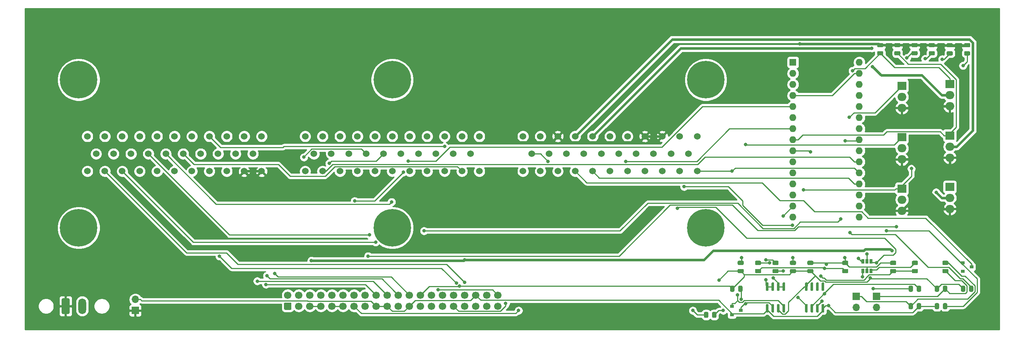
<source format=gbr>
%TF.GenerationSoftware,KiCad,Pcbnew,(5.1.6)-1*%
%TF.CreationDate,2021-10-09T15:15:23-05:00*%
%TF.ProjectId,Jeep JTEC,4a656570-204a-4544-9543-2e6b69636164,rev?*%
%TF.SameCoordinates,Original*%
%TF.FileFunction,Copper,L1,Top*%
%TF.FilePolarity,Positive*%
%FSLAX46Y46*%
G04 Gerber Fmt 4.6, Leading zero omitted, Abs format (unit mm)*
G04 Created by KiCad (PCBNEW (5.1.6)-1) date 2021-10-09 15:15:23*
%MOMM*%
%LPD*%
G01*
G04 APERTURE LIST*
%TA.AperFunction,SMDPad,CuDef*%
%ADD10R,0.650000X1.060000*%
%TD*%
%TA.AperFunction,ComponentPad*%
%ADD11C,1.524000*%
%TD*%
%TA.AperFunction,ComponentPad*%
%ADD12C,0.900000*%
%TD*%
%TA.AperFunction,ComponentPad*%
%ADD13C,8.600000*%
%TD*%
%TA.AperFunction,ComponentPad*%
%ADD14O,1.700000X1.700000*%
%TD*%
%TA.AperFunction,ComponentPad*%
%ADD15R,1.700000X1.700000*%
%TD*%
%TA.AperFunction,ComponentPad*%
%ADD16O,1.800000X3.600000*%
%TD*%
%TA.AperFunction,ComponentPad*%
%ADD17O,2.000000X1.905000*%
%TD*%
%TA.AperFunction,ComponentPad*%
%ADD18R,2.000000X1.905000*%
%TD*%
%TA.AperFunction,SMDPad,CuDef*%
%ADD19R,0.900000X0.800000*%
%TD*%
%TA.AperFunction,ComponentPad*%
%ADD20C,1.700000*%
%TD*%
%TA.AperFunction,ComponentPad*%
%ADD21O,1.600000X1.600000*%
%TD*%
%TA.AperFunction,ComponentPad*%
%ADD22R,1.600000X1.600000*%
%TD*%
%TA.AperFunction,ViaPad*%
%ADD23C,0.800000*%
%TD*%
%TA.AperFunction,Conductor*%
%ADD24C,0.250000*%
%TD*%
%TA.AperFunction,Conductor*%
%ADD25C,0.600000*%
%TD*%
%TA.AperFunction,Conductor*%
%ADD26C,0.254000*%
%TD*%
G04 APERTURE END LIST*
D10*
%TO.P,U2,5*%
%TO.N,VDDA*%
X229000000Y-113720000D03*
%TO.P,U2,6*%
%TO.N,CCD+*%
X228050000Y-113720000D03*
%TO.P,U2,4*%
%TO.N,CCD-*%
X229950000Y-113720000D03*
%TO.P,U2,3*%
%TO.N,Net-(R8-Pad2)*%
X229950000Y-115920000D03*
%TO.P,U2,2*%
%TO.N,GNDA*%
X229000000Y-115920000D03*
%TO.P,U2,1*%
%TO.N,Net-(R7-Pad1)*%
X228050000Y-115920000D03*
%TD*%
%TO.P,R19,2*%
%TO.N,VDDA*%
%TA.AperFunction,SMDPad,CuDef*%
G36*
G01*
X193450000Y-126456250D02*
X193450000Y-125543750D01*
G75*
G02*
X193693750Y-125300000I243750J0D01*
G01*
X194181250Y-125300000D01*
G75*
G02*
X194425000Y-125543750I0J-243750D01*
G01*
X194425000Y-126456250D01*
G75*
G02*
X194181250Y-126700000I-243750J0D01*
G01*
X193693750Y-126700000D01*
G75*
G02*
X193450000Y-126456250I0J243750D01*
G01*
G37*
%TD.AperFunction*%
%TO.P,R19,1*%
%TO.N,SPEED_CONTROL_SWITCH*%
%TA.AperFunction,SMDPad,CuDef*%
G36*
G01*
X191575000Y-126456250D02*
X191575000Y-125543750D01*
G75*
G02*
X191818750Y-125300000I243750J0D01*
G01*
X192306250Y-125300000D01*
G75*
G02*
X192550000Y-125543750I0J-243750D01*
G01*
X192550000Y-126456250D01*
G75*
G02*
X192306250Y-126700000I-243750J0D01*
G01*
X191818750Y-126700000D01*
G75*
G02*
X191575000Y-126456250I0J243750D01*
G01*
G37*
%TD.AperFunction*%
%TD*%
D11*
%TO.P,C1,1*%
%TO.N,IGN-3-DRIVER*%
X50000000Y-85000000D03*
%TO.P,C1,2*%
%TO.N,12V-SW*%
X54000000Y-85000000D03*
%TO.P,C1,3*%
%TO.N,N/C*%
X58000000Y-85000000D03*
%TO.P,C1,4*%
%TO.N,GNDA*%
X62000000Y-85000000D03*
%TO.P,C1,5*%
%TO.N,N/C*%
X66000000Y-85000000D03*
%TO.P,C1,6*%
X70000000Y-85000000D03*
%TO.P,C1,7*%
%TO.N,IGN-1-DRIVER*%
X74000000Y-85000000D03*
%TO.P,C1,8*%
%TO.N,CRANK-IN*%
X78000000Y-85000000D03*
%TO.P,C1,9*%
%TO.N,N/C*%
X82000000Y-85000000D03*
%TO.P,C1,10*%
%TO.N,STEP-B1*%
X86000000Y-85000000D03*
%TO.P,C1,11*%
%TO.N,STEP-B2*%
X90000000Y-85000000D03*
%TO.P,C1,12*%
%TO.N,N/C*%
X52000000Y-89000000D03*
%TO.P,C1,13*%
X56000000Y-89000000D03*
%TO.P,C1,14*%
X60000000Y-89000000D03*
%TO.P,C1,15*%
%TO.N,IAT_Sensor*%
X64000000Y-89000000D03*
%TO.P,C1,16*%
%TO.N,CLT_Sensor*%
X68000000Y-89000000D03*
%TO.P,C1,17*%
%TO.N,VDDA*%
X72000000Y-89000000D03*
%TO.P,C1,18*%
%TO.N,CAM-IN*%
X76000000Y-89000000D03*
%TO.P,C1,19*%
%TO.N,STEP-A1*%
X80000000Y-89000000D03*
%TO.P,C1,20*%
%TO.N,STEP-A2*%
X84000000Y-89000000D03*
%TO.P,C1,21*%
%TO.N,N/C*%
X88000000Y-89000000D03*
%TO.P,C1,22*%
X50000000Y-93000000D03*
%TO.P,C1,23*%
%TO.N,TPS_Sensor*%
X54000000Y-93000000D03*
%TO.P,C1,24*%
%TO.N,O2-1-1*%
X58000000Y-93000000D03*
%TO.P,C1,25*%
%TO.N,N/C*%
X62000000Y-93000000D03*
%TO.P,C1,26*%
X66000000Y-93000000D03*
%TO.P,C1,27*%
%TO.N,MAP-EXT*%
X70000000Y-93000000D03*
%TO.P,C1,28*%
%TO.N,N/C*%
X74000000Y-93000000D03*
%TO.P,C1,29*%
X78000000Y-93000000D03*
%TO.P,C1,30*%
X82000000Y-93000000D03*
%TO.P,C1,31*%
%TO.N,ASD_COIL_OUT*%
X86000000Y-93000000D03*
%TO.P,C1,32*%
X90000000Y-93000000D03*
%TD*%
%TO.P,C3,1*%
%TO.N,AC_CLUTCH_OUT*%
X150000000Y-85000000D03*
%TO.P,C3,2*%
%TO.N,FAN-OUT*%
X154000000Y-85000000D03*
%TO.P,C3,3*%
%TO.N,ASD_COIL_OUT*%
X158000000Y-85000000D03*
%TO.P,C3,4*%
%TO.N,CRUISE_VAC_OUT*%
X162000000Y-85000000D03*
%TO.P,C3,5*%
%TO.N,CRUISE_VENT_OUT*%
X166000000Y-85000000D03*
%TO.P,C3,6*%
%TO.N,N/C*%
X170000000Y-85000000D03*
%TO.P,C3,7*%
X174000000Y-85000000D03*
%TO.P,C3,8*%
%TO.N,ASD_COIL_OUT*%
X178000000Y-85000000D03*
%TO.P,C3,9*%
X182000000Y-85000000D03*
%TO.P,C3,10*%
%TO.N,N/C*%
X186000000Y-85000000D03*
%TO.P,C3,11*%
%TO.N,ASD_12V_IN*%
X190000000Y-85000000D03*
%TO.P,C3,12*%
X152000000Y-89000000D03*
%TO.P,C3,13*%
%TO.N,N/C*%
X156000000Y-89000000D03*
%TO.P,C3,14*%
X160000000Y-89000000D03*
%TO.P,C3,15*%
X164000000Y-89000000D03*
%TO.P,C3,16*%
X168000000Y-89000000D03*
%TO.P,C3,17*%
X172000000Y-89000000D03*
%TO.P,C3,18*%
X176000000Y-89000000D03*
%TO.P,C3,19*%
%TO.N,FUELPUMP-OUT*%
X180000000Y-89000000D03*
%TO.P,C3,20*%
%TO.N,N/C*%
X184000000Y-89000000D03*
%TO.P,C3,21*%
X188000000Y-89000000D03*
%TO.P,C3,22*%
%TO.N,AC_CLUTCH_OUT*%
X150000000Y-93000000D03*
%TO.P,C3,23*%
%TO.N,N/C*%
X154000000Y-93000000D03*
%TO.P,C3,24*%
%TO.N,BRAKE_LAMP_SWITCH*%
X158000000Y-93000000D03*
%TO.P,C3,25*%
%TO.N,ASD_12V_IN*%
X162000000Y-93000000D03*
%TO.P,C3,26*%
%TO.N,FUEL_LEVEL*%
X166000000Y-93000000D03*
%TO.P,C3,27*%
%TO.N,N/C*%
X170000000Y-93000000D03*
%TO.P,C3,28*%
%TO.N,CCD-*%
X174000000Y-93000000D03*
%TO.P,C3,29*%
%TO.N,N/C*%
X178000000Y-93000000D03*
%TO.P,C3,30*%
%TO.N,CCD+*%
X182000000Y-93000000D03*
%TO.P,C3,31*%
%TO.N,N/C*%
X186000000Y-93000000D03*
%TO.P,C3,32*%
%TO.N,SPEED_CONTROL_SWITCH*%
X190000000Y-93000000D03*
%TD*%
%TO.P,C2,1*%
%TO.N,N/C*%
X100000000Y-85000000D03*
%TO.P,C2,2*%
X104000000Y-85000000D03*
%TO.P,C2,3*%
X108000000Y-85000000D03*
%TO.P,C2,4*%
%TO.N,INJ-1-OUT*%
X112000000Y-85000000D03*
%TO.P,C2,5*%
%TO.N,INJ-3-OUT*%
X116000000Y-85000000D03*
%TO.P,C2,6*%
%TO.N,INJ-2-OUT*%
X120000000Y-85000000D03*
%TO.P,C2,7*%
%TO.N,N/C*%
X124000000Y-85000000D03*
%TO.P,C2,8*%
X128000000Y-85000000D03*
%TO.P,C2,9*%
%TO.N,IGN-2-DRIVER*%
X132000000Y-85000000D03*
%TO.P,C2,10*%
%TO.N,GENERATOR_GND*%
X136000000Y-85000000D03*
%TO.P,C2,11*%
%TO.N,HC-1-OUT*%
X140000000Y-85000000D03*
%TO.P,C2,12*%
%TO.N,INJ-1-OUT*%
X102000000Y-89000000D03*
%TO.P,C2,13*%
%TO.N,N/C*%
X106000000Y-89000000D03*
%TO.P,C2,14*%
X110000000Y-89000000D03*
%TO.P,C2,15*%
%TO.N,INJ-2-OUT*%
X114000000Y-89000000D03*
%TO.P,C2,16*%
%TO.N,INJ-3-OUT*%
X118000000Y-89000000D03*
%TO.P,C2,17*%
%TO.N,N/C*%
X122000000Y-89000000D03*
%TO.P,C2,18*%
X126000000Y-89000000D03*
%TO.P,C2,19*%
X130000000Y-89000000D03*
%TO.P,C2,20*%
X134000000Y-89000000D03*
%TO.P,C2,21*%
X138000000Y-89000000D03*
%TO.P,C2,22*%
X100000000Y-93000000D03*
%TO.P,C2,23*%
%TO.N,OIL_PRESSURE_IN*%
X104000000Y-93000000D03*
%TO.P,C2,24*%
%TO.N,N/C*%
X108000000Y-93000000D03*
%TO.P,C2,25*%
X112000000Y-93000000D03*
%TO.P,C2,26*%
X116000000Y-93000000D03*
%TO.P,C2,27*%
%TO.N,VSS*%
X120000000Y-93000000D03*
%TO.P,C2,28*%
%TO.N,N/C*%
X124000000Y-93000000D03*
%TO.P,C2,29*%
X128000000Y-93000000D03*
%TO.P,C2,30*%
X132000000Y-93000000D03*
%TO.P,C2,31*%
%TO.N,VDDA*%
X136000000Y-93000000D03*
%TO.P,C2,32*%
%TO.N,N/C*%
X140000000Y-93000000D03*
%TD*%
D12*
%TO.P,H6,1*%
%TO.N,N/C*%
X194280419Y-103719581D03*
X192000000Y-102775000D03*
X189719581Y-103719581D03*
X188775000Y-106000000D03*
X189719581Y-108280419D03*
X192000000Y-109225000D03*
X194280419Y-108280419D03*
X195225000Y-106000000D03*
D13*
X192000000Y-106000000D03*
%TD*%
D12*
%TO.P,H5,1*%
%TO.N,N/C*%
X194280419Y-69719581D03*
X192000000Y-68775000D03*
X189719581Y-69719581D03*
X188775000Y-72000000D03*
X189719581Y-74280419D03*
X192000000Y-75225000D03*
X194280419Y-74280419D03*
X195225000Y-72000000D03*
D13*
X192000000Y-72000000D03*
%TD*%
D12*
%TO.P,H4,1*%
%TO.N,N/C*%
X50280419Y-69719581D03*
X48000000Y-68775000D03*
X45719581Y-69719581D03*
X44775000Y-72000000D03*
X45719581Y-74280419D03*
X48000000Y-75225000D03*
X50280419Y-74280419D03*
X51225000Y-72000000D03*
D13*
X48000000Y-72000000D03*
%TD*%
D12*
%TO.P,H3,1*%
%TO.N,N/C*%
X122280419Y-69719581D03*
X120000000Y-68775000D03*
X117719581Y-69719581D03*
X116775000Y-72000000D03*
X117719581Y-74280419D03*
X120000000Y-75225000D03*
X122280419Y-74280419D03*
X123225000Y-72000000D03*
D13*
X120000000Y-72000000D03*
%TD*%
D12*
%TO.P,H2,1*%
%TO.N,N/C*%
X50280419Y-103719581D03*
X48000000Y-102775000D03*
X45719581Y-103719581D03*
X44775000Y-106000000D03*
X45719581Y-108280419D03*
X48000000Y-109225000D03*
X50280419Y-108280419D03*
X51225000Y-106000000D03*
D13*
X48000000Y-106000000D03*
%TD*%
D12*
%TO.P,H1,1*%
%TO.N,N/C*%
X122280419Y-103719581D03*
X120000000Y-102775000D03*
X117719581Y-103719581D03*
X116775000Y-106000000D03*
X117719581Y-108280419D03*
X120000000Y-109225000D03*
X122280419Y-108280419D03*
X123225000Y-106000000D03*
D13*
X120000000Y-106000000D03*
%TD*%
D14*
%TO.P,JP3,2*%
%TO.N,GNDA*%
X61000000Y-122460000D03*
D15*
%TO.P,JP3,1*%
%TO.N,ASD_COIL_OUT*%
X61000000Y-125000000D03*
%TD*%
D16*
%TO.P,J2,2*%
%TO.N,12V-SW*%
X48810000Y-124000000D03*
%TO.P,J2,1*%
%TO.N,ASD_COIL_OUT*%
%TA.AperFunction,ComponentPad*%
G36*
G01*
X44100000Y-125550000D02*
X44100000Y-122450000D01*
G75*
G02*
X44350000Y-122200000I250000J0D01*
G01*
X45650000Y-122200000D01*
G75*
G02*
X45900000Y-122450000I0J-250000D01*
G01*
X45900000Y-125550000D01*
G75*
G02*
X45650000Y-125800000I-250000J0D01*
G01*
X44350000Y-125800000D01*
G75*
G02*
X44100000Y-125550000I0J250000D01*
G01*
G37*
%TD.AperFunction*%
%TD*%
%TO.P,U1,8*%
%TO.N,VDDA*%
%TA.AperFunction,SMDPad,CuDef*%
G36*
G01*
X215245000Y-120500000D02*
X214945000Y-120500000D01*
G75*
G02*
X214795000Y-120350000I0J150000D01*
G01*
X214795000Y-118700000D01*
G75*
G02*
X214945000Y-118550000I150000J0D01*
G01*
X215245000Y-118550000D01*
G75*
G02*
X215395000Y-118700000I0J-150000D01*
G01*
X215395000Y-120350000D01*
G75*
G02*
X215245000Y-120500000I-150000J0D01*
G01*
G37*
%TD.AperFunction*%
%TO.P,U1,7*%
%TO.N,N/C*%
%TA.AperFunction,SMDPad,CuDef*%
G36*
G01*
X216515000Y-120500000D02*
X216215000Y-120500000D01*
G75*
G02*
X216065000Y-120350000I0J150000D01*
G01*
X216065000Y-118700000D01*
G75*
G02*
X216215000Y-118550000I150000J0D01*
G01*
X216515000Y-118550000D01*
G75*
G02*
X216665000Y-118700000I0J-150000D01*
G01*
X216665000Y-120350000D01*
G75*
G02*
X216515000Y-120500000I-150000J0D01*
G01*
G37*
%TD.AperFunction*%
%TO.P,U1,6*%
%TA.AperFunction,SMDPad,CuDef*%
G36*
G01*
X217785000Y-120500000D02*
X217485000Y-120500000D01*
G75*
G02*
X217335000Y-120350000I0J150000D01*
G01*
X217335000Y-118700000D01*
G75*
G02*
X217485000Y-118550000I150000J0D01*
G01*
X217785000Y-118550000D01*
G75*
G02*
X217935000Y-118700000I0J-150000D01*
G01*
X217935000Y-120350000D01*
G75*
G02*
X217785000Y-120500000I-150000J0D01*
G01*
G37*
%TD.AperFunction*%
%TO.P,U1,5*%
%TA.AperFunction,SMDPad,CuDef*%
G36*
G01*
X219055000Y-120500000D02*
X218755000Y-120500000D01*
G75*
G02*
X218605000Y-120350000I0J150000D01*
G01*
X218605000Y-118700000D01*
G75*
G02*
X218755000Y-118550000I150000J0D01*
G01*
X219055000Y-118550000D01*
G75*
G02*
X219205000Y-118700000I0J-150000D01*
G01*
X219205000Y-120350000D01*
G75*
G02*
X219055000Y-120500000I-150000J0D01*
G01*
G37*
%TD.AperFunction*%
%TO.P,U1,4*%
%TO.N,GNDA*%
%TA.AperFunction,SMDPad,CuDef*%
G36*
G01*
X219055000Y-125450000D02*
X218755000Y-125450000D01*
G75*
G02*
X218605000Y-125300000I0J150000D01*
G01*
X218605000Y-123650000D01*
G75*
G02*
X218755000Y-123500000I150000J0D01*
G01*
X219055000Y-123500000D01*
G75*
G02*
X219205000Y-123650000I0J-150000D01*
G01*
X219205000Y-125300000D01*
G75*
G02*
X219055000Y-125450000I-150000J0D01*
G01*
G37*
%TD.AperFunction*%
%TO.P,U1,3*%
%TO.N,/CCD Decoder/CCD_SAFE-*%
%TA.AperFunction,SMDPad,CuDef*%
G36*
G01*
X217785000Y-125450000D02*
X217485000Y-125450000D01*
G75*
G02*
X217335000Y-125300000I0J150000D01*
G01*
X217335000Y-123650000D01*
G75*
G02*
X217485000Y-123500000I150000J0D01*
G01*
X217785000Y-123500000D01*
G75*
G02*
X217935000Y-123650000I0J-150000D01*
G01*
X217935000Y-125300000D01*
G75*
G02*
X217785000Y-125450000I-150000J0D01*
G01*
G37*
%TD.AperFunction*%
%TO.P,U1,2*%
%TO.N,/CCD Decoder/CCD_SAFE+*%
%TA.AperFunction,SMDPad,CuDef*%
G36*
G01*
X216515000Y-125450000D02*
X216215000Y-125450000D01*
G75*
G02*
X216065000Y-125300000I0J150000D01*
G01*
X216065000Y-123650000D01*
G75*
G02*
X216215000Y-123500000I150000J0D01*
G01*
X216515000Y-123500000D01*
G75*
G02*
X216665000Y-123650000I0J-150000D01*
G01*
X216665000Y-125300000D01*
G75*
G02*
X216515000Y-125450000I-150000J0D01*
G01*
G37*
%TD.AperFunction*%
%TO.P,U1,1*%
%TO.N,/CCD Decoder/CCD_RX*%
%TA.AperFunction,SMDPad,CuDef*%
G36*
G01*
X215245000Y-125450000D02*
X214945000Y-125450000D01*
G75*
G02*
X214795000Y-125300000I0J150000D01*
G01*
X214795000Y-123650000D01*
G75*
G02*
X214945000Y-123500000I150000J0D01*
G01*
X215245000Y-123500000D01*
G75*
G02*
X215395000Y-123650000I0J-150000D01*
G01*
X215395000Y-125300000D01*
G75*
G02*
X215245000Y-125450000I-150000J0D01*
G01*
G37*
%TD.AperFunction*%
%TD*%
%TO.P,R18,2*%
%TO.N,Net-(A1-Pad22)*%
%TA.AperFunction,SMDPad,CuDef*%
G36*
G01*
X246450000Y-124456250D02*
X246450000Y-123543750D01*
G75*
G02*
X246693750Y-123300000I243750J0D01*
G01*
X247181250Y-123300000D01*
G75*
G02*
X247425000Y-123543750I0J-243750D01*
G01*
X247425000Y-124456250D01*
G75*
G02*
X247181250Y-124700000I-243750J0D01*
G01*
X246693750Y-124700000D01*
G75*
G02*
X246450000Y-124456250I0J243750D01*
G01*
G37*
%TD.AperFunction*%
%TO.P,R18,1*%
%TO.N,GNDA*%
%TA.AperFunction,SMDPad,CuDef*%
G36*
G01*
X244575000Y-124456250D02*
X244575000Y-123543750D01*
G75*
G02*
X244818750Y-123300000I243750J0D01*
G01*
X245306250Y-123300000D01*
G75*
G02*
X245550000Y-123543750I0J-243750D01*
G01*
X245550000Y-124456250D01*
G75*
G02*
X245306250Y-124700000I-243750J0D01*
G01*
X244818750Y-124700000D01*
G75*
G02*
X244575000Y-124456250I0J243750D01*
G01*
G37*
%TD.AperFunction*%
%TD*%
%TO.P,R17,2*%
%TO.N,ASD_COIL_OUT*%
%TA.AperFunction,SMDPad,CuDef*%
G36*
G01*
X248456250Y-64550000D02*
X247543750Y-64550000D01*
G75*
G02*
X247300000Y-64306250I0J243750D01*
G01*
X247300000Y-63818750D01*
G75*
G02*
X247543750Y-63575000I243750J0D01*
G01*
X248456250Y-63575000D01*
G75*
G02*
X248700000Y-63818750I0J-243750D01*
G01*
X248700000Y-64306250D01*
G75*
G02*
X248456250Y-64550000I-243750J0D01*
G01*
G37*
%TD.AperFunction*%
%TO.P,R17,1*%
%TO.N,GENERATOR_CONTROL*%
%TA.AperFunction,SMDPad,CuDef*%
G36*
G01*
X248456250Y-66425000D02*
X247543750Y-66425000D01*
G75*
G02*
X247300000Y-66181250I0J243750D01*
G01*
X247300000Y-65693750D01*
G75*
G02*
X247543750Y-65450000I243750J0D01*
G01*
X248456250Y-65450000D01*
G75*
G02*
X248700000Y-65693750I0J-243750D01*
G01*
X248700000Y-66181250D01*
G75*
G02*
X248456250Y-66425000I-243750J0D01*
G01*
G37*
%TD.AperFunction*%
%TD*%
%TO.P,R16,2*%
%TO.N,ASD_COIL_OUT*%
%TA.AperFunction,SMDPad,CuDef*%
G36*
G01*
X244336250Y-64520000D02*
X243423750Y-64520000D01*
G75*
G02*
X243180000Y-64276250I0J243750D01*
G01*
X243180000Y-63788750D01*
G75*
G02*
X243423750Y-63545000I243750J0D01*
G01*
X244336250Y-63545000D01*
G75*
G02*
X244580000Y-63788750I0J-243750D01*
G01*
X244580000Y-64276250D01*
G75*
G02*
X244336250Y-64520000I-243750J0D01*
G01*
G37*
%TD.AperFunction*%
%TO.P,R16,1*%
%TO.N,IGN-3-OUT*%
%TA.AperFunction,SMDPad,CuDef*%
G36*
G01*
X244336250Y-66395000D02*
X243423750Y-66395000D01*
G75*
G02*
X243180000Y-66151250I0J243750D01*
G01*
X243180000Y-65663750D01*
G75*
G02*
X243423750Y-65420000I243750J0D01*
G01*
X244336250Y-65420000D01*
G75*
G02*
X244580000Y-65663750I0J-243750D01*
G01*
X244580000Y-66151250D01*
G75*
G02*
X244336250Y-66395000I-243750J0D01*
G01*
G37*
%TD.AperFunction*%
%TD*%
%TO.P,R15,2*%
%TO.N,ASD_COIL_OUT*%
%TA.AperFunction,SMDPad,CuDef*%
G36*
G01*
X240386250Y-64520000D02*
X239473750Y-64520000D01*
G75*
G02*
X239230000Y-64276250I0J243750D01*
G01*
X239230000Y-63788750D01*
G75*
G02*
X239473750Y-63545000I243750J0D01*
G01*
X240386250Y-63545000D01*
G75*
G02*
X240630000Y-63788750I0J-243750D01*
G01*
X240630000Y-64276250D01*
G75*
G02*
X240386250Y-64520000I-243750J0D01*
G01*
G37*
%TD.AperFunction*%
%TO.P,R15,1*%
%TO.N,CRUISE_VENT_CONTROL*%
%TA.AperFunction,SMDPad,CuDef*%
G36*
G01*
X240386250Y-66395000D02*
X239473750Y-66395000D01*
G75*
G02*
X239230000Y-66151250I0J243750D01*
G01*
X239230000Y-65663750D01*
G75*
G02*
X239473750Y-65420000I243750J0D01*
G01*
X240386250Y-65420000D01*
G75*
G02*
X240630000Y-65663750I0J-243750D01*
G01*
X240630000Y-66151250D01*
G75*
G02*
X240386250Y-66395000I-243750J0D01*
G01*
G37*
%TD.AperFunction*%
%TD*%
%TO.P,R14,2*%
%TO.N,ASD_COIL_OUT*%
%TA.AperFunction,SMDPad,CuDef*%
G36*
G01*
X252456250Y-64550000D02*
X251543750Y-64550000D01*
G75*
G02*
X251300000Y-64306250I0J243750D01*
G01*
X251300000Y-63818750D01*
G75*
G02*
X251543750Y-63575000I243750J0D01*
G01*
X252456250Y-63575000D01*
G75*
G02*
X252700000Y-63818750I0J-243750D01*
G01*
X252700000Y-64306250D01*
G75*
G02*
X252456250Y-64550000I-243750J0D01*
G01*
G37*
%TD.AperFunction*%
%TO.P,R14,1*%
%TO.N,IGN-2-OUT*%
%TA.AperFunction,SMDPad,CuDef*%
G36*
G01*
X252456250Y-66425000D02*
X251543750Y-66425000D01*
G75*
G02*
X251300000Y-66181250I0J243750D01*
G01*
X251300000Y-65693750D01*
G75*
G02*
X251543750Y-65450000I243750J0D01*
G01*
X252456250Y-65450000D01*
G75*
G02*
X252700000Y-65693750I0J-243750D01*
G01*
X252700000Y-66181250D01*
G75*
G02*
X252456250Y-66425000I-243750J0D01*
G01*
G37*
%TD.AperFunction*%
%TD*%
%TO.P,R13,2*%
%TO.N,ASD_COIL_OUT*%
%TA.AperFunction,SMDPad,CuDef*%
G36*
G01*
X236436250Y-64520000D02*
X235523750Y-64520000D01*
G75*
G02*
X235280000Y-64276250I0J243750D01*
G01*
X235280000Y-63788750D01*
G75*
G02*
X235523750Y-63545000I243750J0D01*
G01*
X236436250Y-63545000D01*
G75*
G02*
X236680000Y-63788750I0J-243750D01*
G01*
X236680000Y-64276250D01*
G75*
G02*
X236436250Y-64520000I-243750J0D01*
G01*
G37*
%TD.AperFunction*%
%TO.P,R13,1*%
%TO.N,CRUISE_VAC_CONTROL*%
%TA.AperFunction,SMDPad,CuDef*%
G36*
G01*
X236436250Y-66395000D02*
X235523750Y-66395000D01*
G75*
G02*
X235280000Y-66151250I0J243750D01*
G01*
X235280000Y-65663750D01*
G75*
G02*
X235523750Y-65420000I243750J0D01*
G01*
X236436250Y-65420000D01*
G75*
G02*
X236680000Y-65663750I0J-243750D01*
G01*
X236680000Y-66151250D01*
G75*
G02*
X236436250Y-66395000I-243750J0D01*
G01*
G37*
%TD.AperFunction*%
%TD*%
%TO.P,R12,2*%
%TO.N,ASD_COIL_OUT*%
%TA.AperFunction,SMDPad,CuDef*%
G36*
G01*
X232486250Y-64520000D02*
X231573750Y-64520000D01*
G75*
G02*
X231330000Y-64276250I0J243750D01*
G01*
X231330000Y-63788750D01*
G75*
G02*
X231573750Y-63545000I243750J0D01*
G01*
X232486250Y-63545000D01*
G75*
G02*
X232730000Y-63788750I0J-243750D01*
G01*
X232730000Y-64276250D01*
G75*
G02*
X232486250Y-64520000I-243750J0D01*
G01*
G37*
%TD.AperFunction*%
%TO.P,R12,1*%
%TO.N,IGN-1-OUT*%
%TA.AperFunction,SMDPad,CuDef*%
G36*
G01*
X232486250Y-66395000D02*
X231573750Y-66395000D01*
G75*
G02*
X231330000Y-66151250I0J243750D01*
G01*
X231330000Y-65663750D01*
G75*
G02*
X231573750Y-65420000I243750J0D01*
G01*
X232486250Y-65420000D01*
G75*
G02*
X232730000Y-65663750I0J-243750D01*
G01*
X232730000Y-66151250D01*
G75*
G02*
X232486250Y-66395000I-243750J0D01*
G01*
G37*
%TD.AperFunction*%
%TD*%
%TO.P,R11,2*%
%TO.N,GNDA*%
%TA.AperFunction,SMDPad,CuDef*%
G36*
G01*
X240450000Y-124456250D02*
X240450000Y-123543750D01*
G75*
G02*
X240693750Y-123300000I243750J0D01*
G01*
X241181250Y-123300000D01*
G75*
G02*
X241425000Y-123543750I0J-243750D01*
G01*
X241425000Y-124456250D01*
G75*
G02*
X241181250Y-124700000I-243750J0D01*
G01*
X240693750Y-124700000D01*
G75*
G02*
X240450000Y-124456250I0J243750D01*
G01*
G37*
%TD.AperFunction*%
%TO.P,R11,1*%
%TO.N,Net-(JP2-Pad1)*%
%TA.AperFunction,SMDPad,CuDef*%
G36*
G01*
X238575000Y-124456250D02*
X238575000Y-123543750D01*
G75*
G02*
X238818750Y-123300000I243750J0D01*
G01*
X239306250Y-123300000D01*
G75*
G02*
X239550000Y-123543750I0J-243750D01*
G01*
X239550000Y-124456250D01*
G75*
G02*
X239306250Y-124700000I-243750J0D01*
G01*
X238818750Y-124700000D01*
G75*
G02*
X238575000Y-124456250I0J243750D01*
G01*
G37*
%TD.AperFunction*%
%TD*%
%TO.P,R10,2*%
%TO.N,Net-(JP2-Pad1)*%
%TA.AperFunction,SMDPad,CuDef*%
G36*
G01*
X247456250Y-114550000D02*
X246543750Y-114550000D01*
G75*
G02*
X246300000Y-114306250I0J243750D01*
G01*
X246300000Y-113818750D01*
G75*
G02*
X246543750Y-113575000I243750J0D01*
G01*
X247456250Y-113575000D01*
G75*
G02*
X247700000Y-113818750I0J-243750D01*
G01*
X247700000Y-114306250D01*
G75*
G02*
X247456250Y-114550000I-243750J0D01*
G01*
G37*
%TD.AperFunction*%
%TO.P,R10,1*%
%TO.N,Net-(JP1-Pad1)*%
%TA.AperFunction,SMDPad,CuDef*%
G36*
G01*
X247456250Y-116425000D02*
X246543750Y-116425000D01*
G75*
G02*
X246300000Y-116181250I0J243750D01*
G01*
X246300000Y-115693750D01*
G75*
G02*
X246543750Y-115450000I243750J0D01*
G01*
X247456250Y-115450000D01*
G75*
G02*
X247700000Y-115693750I0J-243750D01*
G01*
X247700000Y-116181250D01*
G75*
G02*
X247456250Y-116425000I-243750J0D01*
G01*
G37*
%TD.AperFunction*%
%TD*%
%TO.P,R9,2*%
%TO.N,Net-(JP1-Pad1)*%
%TA.AperFunction,SMDPad,CuDef*%
G36*
G01*
X246450000Y-120456250D02*
X246450000Y-119543750D01*
G75*
G02*
X246693750Y-119300000I243750J0D01*
G01*
X247181250Y-119300000D01*
G75*
G02*
X247425000Y-119543750I0J-243750D01*
G01*
X247425000Y-120456250D01*
G75*
G02*
X247181250Y-120700000I-243750J0D01*
G01*
X246693750Y-120700000D01*
G75*
G02*
X246450000Y-120456250I0J243750D01*
G01*
G37*
%TD.AperFunction*%
%TO.P,R9,1*%
%TO.N,VDDA*%
%TA.AperFunction,SMDPad,CuDef*%
G36*
G01*
X244575000Y-120456250D02*
X244575000Y-119543750D01*
G75*
G02*
X244818750Y-119300000I243750J0D01*
G01*
X245306250Y-119300000D01*
G75*
G02*
X245550000Y-119543750I0J-243750D01*
G01*
X245550000Y-120456250D01*
G75*
G02*
X245306250Y-120700000I-243750J0D01*
G01*
X244818750Y-120700000D01*
G75*
G02*
X244575000Y-120456250I0J243750D01*
G01*
G37*
%TD.AperFunction*%
%TD*%
%TO.P,R8,2*%
%TO.N,Net-(R8-Pad2)*%
%TA.AperFunction,SMDPad,CuDef*%
G36*
G01*
X240456250Y-114550000D02*
X239543750Y-114550000D01*
G75*
G02*
X239300000Y-114306250I0J243750D01*
G01*
X239300000Y-113818750D01*
G75*
G02*
X239543750Y-113575000I243750J0D01*
G01*
X240456250Y-113575000D01*
G75*
G02*
X240700000Y-113818750I0J-243750D01*
G01*
X240700000Y-114306250D01*
G75*
G02*
X240456250Y-114550000I-243750J0D01*
G01*
G37*
%TD.AperFunction*%
%TO.P,R8,1*%
%TO.N,/CCD Decoder/CCD_SAFE-*%
%TA.AperFunction,SMDPad,CuDef*%
G36*
G01*
X240456250Y-116425000D02*
X239543750Y-116425000D01*
G75*
G02*
X239300000Y-116181250I0J243750D01*
G01*
X239300000Y-115693750D01*
G75*
G02*
X239543750Y-115450000I243750J0D01*
G01*
X240456250Y-115450000D01*
G75*
G02*
X240700000Y-115693750I0J-243750D01*
G01*
X240700000Y-116181250D01*
G75*
G02*
X240456250Y-116425000I-243750J0D01*
G01*
G37*
%TD.AperFunction*%
%TD*%
%TO.P,R7,2*%
%TO.N,/CCD Decoder/CCD_SAFE+*%
%TA.AperFunction,SMDPad,CuDef*%
G36*
G01*
X240450000Y-120456250D02*
X240450000Y-119543750D01*
G75*
G02*
X240693750Y-119300000I243750J0D01*
G01*
X241181250Y-119300000D01*
G75*
G02*
X241425000Y-119543750I0J-243750D01*
G01*
X241425000Y-120456250D01*
G75*
G02*
X241181250Y-120700000I-243750J0D01*
G01*
X240693750Y-120700000D01*
G75*
G02*
X240450000Y-120456250I0J243750D01*
G01*
G37*
%TD.AperFunction*%
%TO.P,R7,1*%
%TO.N,Net-(R7-Pad1)*%
%TA.AperFunction,SMDPad,CuDef*%
G36*
G01*
X238575000Y-120456250D02*
X238575000Y-119543750D01*
G75*
G02*
X238818750Y-119300000I243750J0D01*
G01*
X239306250Y-119300000D01*
G75*
G02*
X239550000Y-119543750I0J-243750D01*
G01*
X239550000Y-120456250D01*
G75*
G02*
X239306250Y-120700000I-243750J0D01*
G01*
X238818750Y-120700000D01*
G75*
G02*
X238575000Y-120456250I0J243750D01*
G01*
G37*
%TD.AperFunction*%
%TD*%
%TO.P,R6,2*%
%TO.N,/CCD Decoder/CCD_RX*%
%TA.AperFunction,SMDPad,CuDef*%
G36*
G01*
X212456250Y-114550000D02*
X211543750Y-114550000D01*
G75*
G02*
X211300000Y-114306250I0J243750D01*
G01*
X211300000Y-113818750D01*
G75*
G02*
X211543750Y-113575000I243750J0D01*
G01*
X212456250Y-113575000D01*
G75*
G02*
X212700000Y-113818750I0J-243750D01*
G01*
X212700000Y-114306250D01*
G75*
G02*
X212456250Y-114550000I-243750J0D01*
G01*
G37*
%TD.AperFunction*%
%TO.P,R6,1*%
%TO.N,VDDA*%
%TA.AperFunction,SMDPad,CuDef*%
G36*
G01*
X212456250Y-116425000D02*
X211543750Y-116425000D01*
G75*
G02*
X211300000Y-116181250I0J243750D01*
G01*
X211300000Y-115693750D01*
G75*
G02*
X211543750Y-115450000I243750J0D01*
G01*
X212456250Y-115450000D01*
G75*
G02*
X212700000Y-115693750I0J-243750D01*
G01*
X212700000Y-116181250D01*
G75*
G02*
X212456250Y-116425000I-243750J0D01*
G01*
G37*
%TD.AperFunction*%
%TD*%
%TO.P,R5,2*%
%TO.N,BRAKE_LAMP_SWITCH*%
%TA.AperFunction,SMDPad,CuDef*%
G36*
G01*
X252450000Y-120456250D02*
X252450000Y-119543750D01*
G75*
G02*
X252693750Y-119300000I243750J0D01*
G01*
X253181250Y-119300000D01*
G75*
G02*
X253425000Y-119543750I0J-243750D01*
G01*
X253425000Y-120456250D01*
G75*
G02*
X253181250Y-120700000I-243750J0D01*
G01*
X252693750Y-120700000D01*
G75*
G02*
X252450000Y-120456250I0J243750D01*
G01*
G37*
%TD.AperFunction*%
%TO.P,R5,1*%
%TO.N,VDDA*%
%TA.AperFunction,SMDPad,CuDef*%
G36*
G01*
X250575000Y-120456250D02*
X250575000Y-119543750D01*
G75*
G02*
X250818750Y-119300000I243750J0D01*
G01*
X251306250Y-119300000D01*
G75*
G02*
X251550000Y-119543750I0J-243750D01*
G01*
X251550000Y-120456250D01*
G75*
G02*
X251306250Y-120700000I-243750J0D01*
G01*
X250818750Y-120700000D01*
G75*
G02*
X250575000Y-120456250I0J243750D01*
G01*
G37*
%TD.AperFunction*%
%TD*%
%TO.P,R4,2*%
%TO.N,Net-(Q2-Pad7)*%
%TA.AperFunction,SMDPad,CuDef*%
G36*
G01*
X208456250Y-114550000D02*
X207543750Y-114550000D01*
G75*
G02*
X207300000Y-114306250I0J243750D01*
G01*
X207300000Y-113818750D01*
G75*
G02*
X207543750Y-113575000I243750J0D01*
G01*
X208456250Y-113575000D01*
G75*
G02*
X208700000Y-113818750I0J-243750D01*
G01*
X208700000Y-114306250D01*
G75*
G02*
X208456250Y-114550000I-243750J0D01*
G01*
G37*
%TD.AperFunction*%
%TO.P,R4,1*%
%TO.N,/CCD Decoder/CCD_SAFE-*%
%TA.AperFunction,SMDPad,CuDef*%
G36*
G01*
X208456250Y-116425000D02*
X207543750Y-116425000D01*
G75*
G02*
X207300000Y-116181250I0J243750D01*
G01*
X207300000Y-115693750D01*
G75*
G02*
X207543750Y-115450000I243750J0D01*
G01*
X208456250Y-115450000D01*
G75*
G02*
X208700000Y-115693750I0J-243750D01*
G01*
X208700000Y-116181250D01*
G75*
G02*
X208456250Y-116425000I-243750J0D01*
G01*
G37*
%TD.AperFunction*%
%TD*%
%TO.P,R3,2*%
%TO.N,Net-(Q2-Pad5)*%
%TA.AperFunction,SMDPad,CuDef*%
G36*
G01*
X204456250Y-114550000D02*
X203543750Y-114550000D01*
G75*
G02*
X203300000Y-114306250I0J243750D01*
G01*
X203300000Y-113818750D01*
G75*
G02*
X203543750Y-113575000I243750J0D01*
G01*
X204456250Y-113575000D01*
G75*
G02*
X204700000Y-113818750I0J-243750D01*
G01*
X204700000Y-114306250D01*
G75*
G02*
X204456250Y-114550000I-243750J0D01*
G01*
G37*
%TD.AperFunction*%
%TO.P,R3,1*%
%TO.N,/CCD Decoder/CCD_SAFE+*%
%TA.AperFunction,SMDPad,CuDef*%
G36*
G01*
X204456250Y-116425000D02*
X203543750Y-116425000D01*
G75*
G02*
X203300000Y-116181250I0J243750D01*
G01*
X203300000Y-115693750D01*
G75*
G02*
X203543750Y-115450000I243750J0D01*
G01*
X204456250Y-115450000D01*
G75*
G02*
X204700000Y-115693750I0J-243750D01*
G01*
X204700000Y-116181250D01*
G75*
G02*
X204456250Y-116425000I-243750J0D01*
G01*
G37*
%TD.AperFunction*%
%TD*%
%TO.P,R2,2*%
%TO.N,/CCD Decoder/NOT-gate*%
%TA.AperFunction,SMDPad,CuDef*%
G36*
G01*
X199450000Y-120456250D02*
X199450000Y-119543750D01*
G75*
G02*
X199693750Y-119300000I243750J0D01*
G01*
X200181250Y-119300000D01*
G75*
G02*
X200425000Y-119543750I0J-243750D01*
G01*
X200425000Y-120456250D01*
G75*
G02*
X200181250Y-120700000I-243750J0D01*
G01*
X199693750Y-120700000D01*
G75*
G02*
X199450000Y-120456250I0J243750D01*
G01*
G37*
%TD.AperFunction*%
%TO.P,R2,1*%
%TO.N,VDDA*%
%TA.AperFunction,SMDPad,CuDef*%
G36*
G01*
X197575000Y-120456250D02*
X197575000Y-119543750D01*
G75*
G02*
X197818750Y-119300000I243750J0D01*
G01*
X198306250Y-119300000D01*
G75*
G02*
X198550000Y-119543750I0J-243750D01*
G01*
X198550000Y-120456250D01*
G75*
G02*
X198306250Y-120700000I-243750J0D01*
G01*
X197818750Y-120700000D01*
G75*
G02*
X197575000Y-120456250I0J243750D01*
G01*
G37*
%TD.AperFunction*%
%TD*%
%TO.P,R1,2*%
%TO.N,/CCD Decoder/CCD_TX*%
%TA.AperFunction,SMDPad,CuDef*%
G36*
G01*
X200456250Y-114550000D02*
X199543750Y-114550000D01*
G75*
G02*
X199300000Y-114306250I0J243750D01*
G01*
X199300000Y-113818750D01*
G75*
G02*
X199543750Y-113575000I243750J0D01*
G01*
X200456250Y-113575000D01*
G75*
G02*
X200700000Y-113818750I0J-243750D01*
G01*
X200700000Y-114306250D01*
G75*
G02*
X200456250Y-114550000I-243750J0D01*
G01*
G37*
%TD.AperFunction*%
%TO.P,R1,1*%
%TO.N,VDDA*%
%TA.AperFunction,SMDPad,CuDef*%
G36*
G01*
X200456250Y-116425000D02*
X199543750Y-116425000D01*
G75*
G02*
X199300000Y-116181250I0J243750D01*
G01*
X199300000Y-115693750D01*
G75*
G02*
X199543750Y-115450000I243750J0D01*
G01*
X200456250Y-115450000D01*
G75*
G02*
X200700000Y-115693750I0J-243750D01*
G01*
X200700000Y-116181250D01*
G75*
G02*
X200456250Y-116425000I-243750J0D01*
G01*
G37*
%TD.AperFunction*%
%TD*%
D17*
%TO.P,Q8,3*%
%TO.N,ASD_COIL_OUT*%
X237000000Y-102080000D03*
%TO.P,Q8,2*%
%TO.N,GENERATOR_GND*%
X237000000Y-99540000D03*
D18*
%TO.P,Q8,1*%
%TO.N,GENERATOR_CONTROL*%
X237000000Y-97000000D03*
%TD*%
D17*
%TO.P,Q7,3*%
%TO.N,ASD_COIL_OUT*%
X237000000Y-90280000D03*
%TO.P,Q7,2*%
%TO.N,IGN-3-DRIVER*%
X237000000Y-87740000D03*
D18*
%TO.P,Q7,1*%
%TO.N,IGN-3-OUT*%
X237000000Y-85200000D03*
%TD*%
D17*
%TO.P,Q6,3*%
%TO.N,ASD_COIL_OUT*%
X237000000Y-78480000D03*
%TO.P,Q6,2*%
%TO.N,CRUISE_VENT_OUT*%
X237000000Y-75940000D03*
D18*
%TO.P,Q6,1*%
%TO.N,CRUISE_VENT_CONTROL*%
X237000000Y-73400000D03*
%TD*%
D17*
%TO.P,Q5,3*%
%TO.N,ASD_COIL_OUT*%
X248000000Y-101680000D03*
%TO.P,Q5,2*%
%TO.N,IGN-2-DRIVER*%
X248000000Y-99140000D03*
D18*
%TO.P,Q5,1*%
%TO.N,IGN-2-OUT*%
X248000000Y-96600000D03*
%TD*%
D17*
%TO.P,Q4,3*%
%TO.N,ASD_COIL_OUT*%
X248000000Y-89880000D03*
%TO.P,Q4,2*%
%TO.N,CRUISE_VAC_OUT*%
X248000000Y-87340000D03*
D18*
%TO.P,Q4,1*%
%TO.N,CRUISE_VAC_CONTROL*%
X248000000Y-84800000D03*
%TD*%
D17*
%TO.P,Q3,3*%
%TO.N,ASD_COIL_OUT*%
X248000000Y-78080000D03*
%TO.P,Q3,2*%
%TO.N,IGN-1-DRIVER*%
X248000000Y-75540000D03*
D18*
%TO.P,Q3,1*%
%TO.N,IGN-1-OUT*%
X248000000Y-73000000D03*
%TD*%
%TO.P,Q2,8*%
%TO.N,Net-(Q2-Pad7)*%
%TA.AperFunction,SMDPad,CuDef*%
G36*
G01*
X206245000Y-120500000D02*
X205945000Y-120500000D01*
G75*
G02*
X205795000Y-120350000I0J150000D01*
G01*
X205795000Y-118700000D01*
G75*
G02*
X205945000Y-118550000I150000J0D01*
G01*
X206245000Y-118550000D01*
G75*
G02*
X206395000Y-118700000I0J-150000D01*
G01*
X206395000Y-120350000D01*
G75*
G02*
X206245000Y-120500000I-150000J0D01*
G01*
G37*
%TD.AperFunction*%
%TO.P,Q2,7*%
%TA.AperFunction,SMDPad,CuDef*%
G36*
G01*
X207515000Y-120500000D02*
X207215000Y-120500000D01*
G75*
G02*
X207065000Y-120350000I0J150000D01*
G01*
X207065000Y-118700000D01*
G75*
G02*
X207215000Y-118550000I150000J0D01*
G01*
X207515000Y-118550000D01*
G75*
G02*
X207665000Y-118700000I0J-150000D01*
G01*
X207665000Y-120350000D01*
G75*
G02*
X207515000Y-120500000I-150000J0D01*
G01*
G37*
%TD.AperFunction*%
%TO.P,Q2,6*%
%TO.N,Net-(Q2-Pad5)*%
%TA.AperFunction,SMDPad,CuDef*%
G36*
G01*
X208785000Y-120500000D02*
X208485000Y-120500000D01*
G75*
G02*
X208335000Y-120350000I0J150000D01*
G01*
X208335000Y-118700000D01*
G75*
G02*
X208485000Y-118550000I150000J0D01*
G01*
X208785000Y-118550000D01*
G75*
G02*
X208935000Y-118700000I0J-150000D01*
G01*
X208935000Y-120350000D01*
G75*
G02*
X208785000Y-120500000I-150000J0D01*
G01*
G37*
%TD.AperFunction*%
%TO.P,Q2,5*%
%TA.AperFunction,SMDPad,CuDef*%
G36*
G01*
X210055000Y-120500000D02*
X209755000Y-120500000D01*
G75*
G02*
X209605000Y-120350000I0J150000D01*
G01*
X209605000Y-118700000D01*
G75*
G02*
X209755000Y-118550000I150000J0D01*
G01*
X210055000Y-118550000D01*
G75*
G02*
X210205000Y-118700000I0J-150000D01*
G01*
X210205000Y-120350000D01*
G75*
G02*
X210055000Y-120500000I-150000J0D01*
G01*
G37*
%TD.AperFunction*%
%TO.P,Q2,4*%
%TO.N,/CCD Decoder/CCD_TX*%
%TA.AperFunction,SMDPad,CuDef*%
G36*
G01*
X210055000Y-125450000D02*
X209755000Y-125450000D01*
G75*
G02*
X209605000Y-125300000I0J150000D01*
G01*
X209605000Y-123650000D01*
G75*
G02*
X209755000Y-123500000I150000J0D01*
G01*
X210055000Y-123500000D01*
G75*
G02*
X210205000Y-123650000I0J-150000D01*
G01*
X210205000Y-125300000D01*
G75*
G02*
X210055000Y-125450000I-150000J0D01*
G01*
G37*
%TD.AperFunction*%
%TO.P,Q2,3*%
%TO.N,VDDA*%
%TA.AperFunction,SMDPad,CuDef*%
G36*
G01*
X208785000Y-125450000D02*
X208485000Y-125450000D01*
G75*
G02*
X208335000Y-125300000I0J150000D01*
G01*
X208335000Y-123650000D01*
G75*
G02*
X208485000Y-123500000I150000J0D01*
G01*
X208785000Y-123500000D01*
G75*
G02*
X208935000Y-123650000I0J-150000D01*
G01*
X208935000Y-125300000D01*
G75*
G02*
X208785000Y-125450000I-150000J0D01*
G01*
G37*
%TD.AperFunction*%
%TO.P,Q2,2*%
%TO.N,/CCD Decoder/NOT-gate*%
%TA.AperFunction,SMDPad,CuDef*%
G36*
G01*
X207515000Y-125450000D02*
X207215000Y-125450000D01*
G75*
G02*
X207065000Y-125300000I0J150000D01*
G01*
X207065000Y-123650000D01*
G75*
G02*
X207215000Y-123500000I150000J0D01*
G01*
X207515000Y-123500000D01*
G75*
G02*
X207665000Y-123650000I0J-150000D01*
G01*
X207665000Y-125300000D01*
G75*
G02*
X207515000Y-125450000I-150000J0D01*
G01*
G37*
%TD.AperFunction*%
%TO.P,Q2,1*%
%TO.N,GNDA*%
%TA.AperFunction,SMDPad,CuDef*%
G36*
G01*
X206245000Y-125450000D02*
X205945000Y-125450000D01*
G75*
G02*
X205795000Y-125300000I0J150000D01*
G01*
X205795000Y-123650000D01*
G75*
G02*
X205945000Y-123500000I150000J0D01*
G01*
X206245000Y-123500000D01*
G75*
G02*
X206395000Y-123650000I0J-150000D01*
G01*
X206395000Y-125300000D01*
G75*
G02*
X206245000Y-125450000I-150000J0D01*
G01*
G37*
%TD.AperFunction*%
%TD*%
D19*
%TO.P,Q1,3*%
%TO.N,/CCD Decoder/NOT-gate*%
X200000000Y-125000000D03*
%TO.P,Q1,2*%
%TO.N,GNDA*%
X198000000Y-125950000D03*
%TO.P,Q1,1*%
%TO.N,/CCD Decoder/CCD_TX*%
X198000000Y-124050000D03*
%TD*%
D14*
%TO.P,JP2,2*%
%TO.N,CCD+*%
X226540000Y-124280000D03*
D15*
%TO.P,JP2,1*%
%TO.N,Net-(JP2-Pad1)*%
X226540000Y-121740000D03*
%TD*%
D14*
%TO.P,JP1,2*%
%TO.N,CCD-*%
X231190000Y-124280000D03*
D15*
%TO.P,JP1,1*%
%TO.N,Net-(JP1-Pad1)*%
X231190000Y-121740000D03*
%TD*%
D20*
%TO.P,J1,40*%
%TO.N,O2-1-1*%
X144260000Y-121460000D03*
%TO.P,J1,38*%
%TO.N,TPS_Sensor*%
X141720000Y-121460000D03*
%TO.P,J1,36*%
%TO.N,GNDA*%
X139180000Y-121460000D03*
%TO.P,J1,34*%
%TO.N,CAM-IN*%
X136640000Y-121460000D03*
%TO.P,J1,32*%
%TO.N,CRANK-IN*%
X134100000Y-121460000D03*
%TO.P,J1,30*%
%TO.N,N/C*%
X131560000Y-121460000D03*
%TO.P,J1,28*%
X129020000Y-121460000D03*
%TO.P,J1,26*%
%TO.N,VDDA*%
X126480000Y-121460000D03*
%TO.P,J1,24*%
%TO.N,STEP-B2*%
X123940000Y-121460000D03*
%TO.P,J1,22*%
%TO.N,STEP-B1*%
X121400000Y-121460000D03*
%TO.P,J1,20*%
%TO.N,STEP-A1*%
X118860000Y-121460000D03*
%TO.P,J1,18*%
%TO.N,STEP-A2*%
X116320000Y-121460000D03*
%TO.P,J1,16*%
%TO.N,IGN-3-OUT*%
X113780000Y-121460000D03*
%TO.P,J1,14*%
%TO.N,IGN-2-OUT*%
X111240000Y-121460000D03*
%TO.P,J1,12*%
%TO.N,N/C*%
X108700000Y-121460000D03*
%TO.P,J1,10*%
%TO.N,HC-1-OUT*%
X106160000Y-121460000D03*
%TO.P,J1,8*%
%TO.N,N/C*%
X103620000Y-121460000D03*
%TO.P,J1,6*%
%TO.N,GENERATOR_GND*%
X101080000Y-121460000D03*
%TO.P,J1,4*%
%TO.N,INJ-2-OUT*%
X98540000Y-121460000D03*
%TO.P,J1,2*%
%TO.N,INJ-1-OUT*%
X96000000Y-121460000D03*
%TO.P,J1,39*%
%TO.N,IAT_Sensor*%
X144260000Y-124000000D03*
%TO.P,J1,37*%
%TO.N,CLT_Sensor*%
X141720000Y-124000000D03*
%TO.P,J1,35*%
%TO.N,N/C*%
X139180000Y-124000000D03*
%TO.P,J1,33*%
X136640000Y-124000000D03*
%TO.P,J1,31*%
%TO.N,FUELPUMP-OUT*%
X134100000Y-124000000D03*
%TO.P,J1,29*%
%TO.N,FAN-OUT*%
X131560000Y-124000000D03*
%TO.P,J1,27*%
%TO.N,N/C*%
X129020000Y-124000000D03*
%TO.P,J1,25*%
%TO.N,VDDA*%
X126480000Y-124000000D03*
%TO.P,J1,23*%
%TO.N,GNDA*%
X123940000Y-124000000D03*
%TO.P,J1,21*%
%TO.N,MAP-EXT*%
X121400000Y-124000000D03*
%TO.P,J1,19*%
%TO.N,GNDA*%
X118860000Y-124000000D03*
%TO.P,J1,17*%
X116320000Y-124000000D03*
%TO.P,J1,15*%
%TO.N,N/C*%
X113780000Y-124000000D03*
%TO.P,J1,13*%
%TO.N,IGN-1-OUT*%
X111240000Y-124000000D03*
%TO.P,J1,11*%
%TO.N,INJ-4-OUT*%
X108700000Y-124000000D03*
%TO.P,J1,9*%
X106160000Y-124000000D03*
%TO.P,J1,7*%
%TO.N,INJ-3-OUT*%
X103620000Y-124000000D03*
%TO.P,J1,5*%
X101080000Y-124000000D03*
%TO.P,J1,3*%
%TO.N,INJ-2-OUT*%
X98540000Y-124000000D03*
%TO.P,J1,1*%
%TO.N,INJ-1-OUT*%
%TA.AperFunction,ComponentPad*%
G36*
G01*
X96600000Y-124850000D02*
X95400000Y-124850000D01*
G75*
G02*
X95150000Y-124600000I0J250000D01*
G01*
X95150000Y-123400000D01*
G75*
G02*
X95400000Y-123150000I250000J0D01*
G01*
X96600000Y-123150000D01*
G75*
G02*
X96850000Y-123400000I0J-250000D01*
G01*
X96850000Y-124600000D01*
G75*
G02*
X96600000Y-124850000I-250000J0D01*
G01*
G37*
%TD.AperFunction*%
%TD*%
D19*
%TO.P,D1,3*%
%TO.N,ASD_12V_IN*%
X253000000Y-115000000D03*
%TO.P,D1,2*%
%TO.N,N/C*%
X251000000Y-115950000D03*
%TO.P,D1,1*%
%TO.N,Net-(A1-Pad22)*%
X251000000Y-114050000D03*
%TD*%
%TO.P,C6,2*%
%TO.N,GNDA*%
%TA.AperFunction,SMDPad,CuDef*%
G36*
G01*
X235456250Y-114550000D02*
X234543750Y-114550000D01*
G75*
G02*
X234300000Y-114306250I0J243750D01*
G01*
X234300000Y-113818750D01*
G75*
G02*
X234543750Y-113575000I243750J0D01*
G01*
X235456250Y-113575000D01*
G75*
G02*
X235700000Y-113818750I0J-243750D01*
G01*
X235700000Y-114306250D01*
G75*
G02*
X235456250Y-114550000I-243750J0D01*
G01*
G37*
%TD.AperFunction*%
%TO.P,C6,1*%
%TO.N,/CCD Decoder/CCD_SAFE-*%
%TA.AperFunction,SMDPad,CuDef*%
G36*
G01*
X235456250Y-116425000D02*
X234543750Y-116425000D01*
G75*
G02*
X234300000Y-116181250I0J243750D01*
G01*
X234300000Y-115693750D01*
G75*
G02*
X234543750Y-115450000I243750J0D01*
G01*
X235456250Y-115450000D01*
G75*
G02*
X235700000Y-115693750I0J-243750D01*
G01*
X235700000Y-116181250D01*
G75*
G02*
X235456250Y-116425000I-243750J0D01*
G01*
G37*
%TD.AperFunction*%
%TD*%
%TO.P,C5,2*%
%TO.N,GNDA*%
%TA.AperFunction,SMDPad,CuDef*%
G36*
G01*
X224456250Y-114550000D02*
X223543750Y-114550000D01*
G75*
G02*
X223300000Y-114306250I0J243750D01*
G01*
X223300000Y-113818750D01*
G75*
G02*
X223543750Y-113575000I243750J0D01*
G01*
X224456250Y-113575000D01*
G75*
G02*
X224700000Y-113818750I0J-243750D01*
G01*
X224700000Y-114306250D01*
G75*
G02*
X224456250Y-114550000I-243750J0D01*
G01*
G37*
%TD.AperFunction*%
%TO.P,C5,1*%
%TO.N,/CCD Decoder/CCD_SAFE+*%
%TA.AperFunction,SMDPad,CuDef*%
G36*
G01*
X224456250Y-116425000D02*
X223543750Y-116425000D01*
G75*
G02*
X223300000Y-116181250I0J243750D01*
G01*
X223300000Y-115693750D01*
G75*
G02*
X223543750Y-115450000I243750J0D01*
G01*
X224456250Y-115450000D01*
G75*
G02*
X224700000Y-115693750I0J-243750D01*
G01*
X224700000Y-116181250D01*
G75*
G02*
X224456250Y-116425000I-243750J0D01*
G01*
G37*
%TD.AperFunction*%
%TD*%
%TO.P,C4,2*%
%TO.N,GNDA*%
%TA.AperFunction,SMDPad,CuDef*%
G36*
G01*
X216456250Y-114550000D02*
X215543750Y-114550000D01*
G75*
G02*
X215300000Y-114306250I0J243750D01*
G01*
X215300000Y-113818750D01*
G75*
G02*
X215543750Y-113575000I243750J0D01*
G01*
X216456250Y-113575000D01*
G75*
G02*
X216700000Y-113818750I0J-243750D01*
G01*
X216700000Y-114306250D01*
G75*
G02*
X216456250Y-114550000I-243750J0D01*
G01*
G37*
%TD.AperFunction*%
%TO.P,C4,1*%
%TO.N,VDDA*%
%TA.AperFunction,SMDPad,CuDef*%
G36*
G01*
X216456250Y-116425000D02*
X215543750Y-116425000D01*
G75*
G02*
X215300000Y-116181250I0J243750D01*
G01*
X215300000Y-115693750D01*
G75*
G02*
X215543750Y-115450000I243750J0D01*
G01*
X216456250Y-115450000D01*
G75*
G02*
X216700000Y-115693750I0J-243750D01*
G01*
X216700000Y-116181250D01*
G75*
G02*
X216456250Y-116425000I-243750J0D01*
G01*
G37*
%TD.AperFunction*%
%TD*%
D21*
%TO.P,A1,16*%
%TO.N,N/C*%
X227240000Y-103560000D03*
%TO.P,A1,15*%
%TO.N,/CCD Decoder/CCD_RX*%
X212000000Y-103560000D03*
%TO.P,A1,30*%
%TO.N,N/C*%
X227240000Y-68000000D03*
%TO.P,A1,14*%
%TO.N,/CCD Decoder/CCD_TX*%
X212000000Y-101020000D03*
%TO.P,A1,29*%
%TO.N,GNDA*%
X227240000Y-70540000D03*
%TO.P,A1,13*%
%TO.N,N/C*%
X212000000Y-98480000D03*
%TO.P,A1,28*%
X227240000Y-73080000D03*
%TO.P,A1,12*%
X212000000Y-95940000D03*
%TO.P,A1,27*%
%TO.N,VDDA*%
X227240000Y-75620000D03*
%TO.P,A1,11*%
%TO.N,N/C*%
X212000000Y-93400000D03*
%TO.P,A1,26*%
X227240000Y-78160000D03*
%TO.P,A1,10*%
%TO.N,GENERATOR_CONTROL*%
X212000000Y-90860000D03*
%TO.P,A1,25*%
%TO.N,N/C*%
X227240000Y-80700000D03*
%TO.P,A1,9*%
%TO.N,CRUISE_VENT_CONTROL*%
X212000000Y-88320000D03*
%TO.P,A1,24*%
%TO.N,N/C*%
X227240000Y-83240000D03*
%TO.P,A1,8*%
%TO.N,CRUISE_VAC_CONTROL*%
X212000000Y-85780000D03*
%TO.P,A1,23*%
%TO.N,CLT_Sensor*%
X227240000Y-85780000D03*
%TO.P,A1,7*%
%TO.N,BRAKE_LAMP_SWITCH*%
X212000000Y-83240000D03*
%TO.P,A1,22*%
%TO.N,Net-(A1-Pad22)*%
X227240000Y-88320000D03*
%TO.P,A1,6*%
%TO.N,/CCD Decoder/CCD_RX*%
X212000000Y-80700000D03*
%TO.P,A1,21*%
%TO.N,OIL_PRESSURE_IN*%
X227240000Y-90860000D03*
%TO.P,A1,5*%
%TO.N,VSS*%
X212000000Y-78160000D03*
%TO.P,A1,20*%
%TO.N,SPEED_CONTROL_SWITCH*%
X227240000Y-93400000D03*
%TO.P,A1,4*%
%TO.N,GNDA*%
X212000000Y-75620000D03*
%TO.P,A1,19*%
%TO.N,FUEL_LEVEL*%
X227240000Y-95940000D03*
%TO.P,A1,3*%
%TO.N,N/C*%
X212000000Y-73080000D03*
%TO.P,A1,18*%
X227240000Y-98480000D03*
%TO.P,A1,2*%
X212000000Y-70540000D03*
%TO.P,A1,17*%
X227240000Y-101020000D03*
D22*
%TO.P,A1,1*%
X212000000Y-68000000D03*
%TD*%
D23*
%TO.N,/CCD Decoder/CCD_RX*%
X213180200Y-121971600D03*
X211994800Y-112876200D03*
%TO.N,/CCD Decoder/CCD_TX*%
X199248600Y-121442500D03*
X200218100Y-112883600D03*
X209744700Y-103274990D03*
%TO.N,GNDA*%
X223921200Y-112874400D03*
X220137700Y-123874100D03*
X219687500Y-114346400D03*
%TO.N,VDDA*%
X135424800Y-119418100D03*
X195000000Y-118000000D03*
X196000000Y-125000000D03*
X229000000Y-112000000D03*
X229767400Y-117500011D03*
%TO.N,GENERATOR_CONTROL*%
X246273200Y-67276600D03*
X239206300Y-92404300D03*
X214388900Y-97298200D03*
%TO.N,CRUISE_VENT_CONTROL*%
X238159400Y-66984800D03*
X224939000Y-80626200D03*
X216062300Y-88587000D03*
%TO.N,BRAKE_LAMP_SWITCH*%
X225100500Y-107074000D03*
X173616700Y-90724900D03*
%TO.N,Net-(A1-Pad22)*%
X233452300Y-106650800D03*
%TO.N,VSS*%
X123646500Y-90674000D03*
%TO.N,SPEED_CONTROL_SWITCH*%
X189000000Y-125000000D03*
X198000000Y-93000000D03*
%TO.N,ASD_COIL_OUT*%
X250000000Y-64151900D03*
X213583000Y-63714500D03*
X130710800Y-80626200D03*
%TO.N,O2-1-1*%
X116172200Y-109316900D03*
X130476800Y-120263300D03*
%TO.N,TPS_Sensor*%
X136593300Y-118494100D03*
%TO.N,STEP-B2*%
X93000000Y-116500000D03*
%TO.N,STEP-A1*%
X89000000Y-118250000D03*
%TO.N,CAM-IN*%
X80317300Y-112527400D03*
X134712800Y-118710100D03*
%TO.N,CLT_Sensor*%
X119844400Y-100068400D03*
X127282450Y-106717550D03*
X223000000Y-104000000D03*
X224000000Y-86000000D03*
%TO.N,IAT_Sensor*%
X114809000Y-107634700D03*
%TO.N,STEP-B1*%
X91250000Y-117000000D03*
%TO.N,STEP-A2*%
X91000000Y-119000000D03*
%TO.N,CRANK-IN*%
X132000000Y-87329600D03*
%TO.N,IGN-1-DRIVER*%
X230287700Y-68974900D03*
%TO.N,INJ-3-OUT*%
X105549800Y-91190500D03*
%TO.N,INJ-2-OUT*%
X99716400Y-89775000D03*
%TO.N,HC-1-OUT*%
X122528900Y-93258200D03*
X111366000Y-99842200D03*
%TO.N,GENERATOR_GND*%
X234733000Y-111287800D03*
X136603100Y-113341400D03*
X101431700Y-113526600D03*
%TO.N,IGN-2-DRIVER*%
X244861200Y-97830500D03*
%TO.N,CCD+*%
X187009700Y-96549500D03*
X211845100Y-105411800D03*
X227000000Y-113000000D03*
%TO.N,CCD-*%
X231168700Y-114016900D03*
X185431900Y-101503902D03*
%TO.N,ASD_12V_IN*%
X155751500Y-90724900D03*
%TO.N,FUELPUMP-OUT*%
X146043400Y-123373200D03*
%TO.N,CRUISE_VENT_OUT*%
X230104100Y-64745800D03*
%TO.N,/CCD Decoder/CCD_SAFE+*%
X219282300Y-121172900D03*
X219282300Y-115352900D03*
%TO.N,/CCD Decoder/CCD_SAFE-*%
X218426900Y-117095800D03*
X209744700Y-115934200D03*
X218616900Y-122871500D03*
%TO.N,IGN-3-OUT*%
X242322300Y-67179300D03*
X201170700Y-86895900D03*
%TO.N,IGN-2-OUT*%
X251050000Y-68752500D03*
X235759900Y-105715400D03*
X114453000Y-112506400D03*
%TO.N,IGN-1-OUT*%
X225667300Y-69915700D03*
X149000000Y-125000000D03*
%TO.N,/CCD Decoder/NOT-gate*%
X201127700Y-123436700D03*
X200105700Y-122383900D03*
%TO.N,Net-(Q2-Pad7)*%
X205746400Y-117946500D03*
X205746400Y-113337100D03*
%TO.N,Net-(Q2-Pad5)*%
X207443000Y-117551300D03*
X206599500Y-114062500D03*
%TO.N,Net-(R7-Pad1)*%
X230403800Y-120000000D03*
X228000000Y-117250000D03*
%TD*%
D24*
%TO.N,/CCD Decoder/CCD_RX*%
X213180200Y-121971600D02*
X215095000Y-123886400D01*
X215095000Y-123886400D02*
X215095000Y-124475000D01*
X211994800Y-112876200D02*
X212000000Y-112881400D01*
X212000000Y-112881400D02*
X212000000Y-114062500D01*
%TO.N,/CCD Decoder/CCD_TX*%
X199248600Y-122708600D02*
X199649200Y-123109200D01*
X199649200Y-123109200D02*
X200406200Y-123109200D01*
X200406200Y-123109200D02*
X200806800Y-122708600D01*
X200806800Y-122708600D02*
X208596500Y-122708600D01*
X208596500Y-122708600D02*
X209905000Y-124017100D01*
X209905000Y-124017100D02*
X209905000Y-124475000D01*
X198000000Y-124050000D02*
X198000000Y-123324700D01*
X199248600Y-122708600D02*
X199248600Y-121442500D01*
X198000000Y-123324700D02*
X198632500Y-123324700D01*
X198632500Y-123324700D02*
X199248600Y-122708600D01*
X200218100Y-112883600D02*
X200218100Y-113844400D01*
X200218100Y-113844400D02*
X200000000Y-114062500D01*
X212000000Y-101020000D02*
X209745010Y-103274990D01*
X209745010Y-103274990D02*
X209744700Y-103274990D01*
%TO.N,GNDA*%
X220137700Y-123874100D02*
X221725300Y-125461700D01*
X221725300Y-125461700D02*
X239475800Y-125461700D01*
X239475800Y-125461700D02*
X240937500Y-124000000D01*
X218905000Y-124475000D02*
X219505900Y-123874100D01*
X219505900Y-123874100D02*
X220137700Y-123874100D01*
X219687500Y-114062500D02*
X219687500Y-114346400D01*
X198000000Y-125725400D02*
X194910100Y-122635500D01*
X194910100Y-122635500D02*
X140355500Y-122635500D01*
X140355500Y-122635500D02*
X139180000Y-121460000D01*
X139180000Y-121460000D02*
X137992200Y-122647800D01*
X137992200Y-122647800D02*
X125292200Y-122647800D01*
X125292200Y-122647800D02*
X123940000Y-124000000D01*
X206095000Y-124867100D02*
X205236700Y-125725400D01*
X205236700Y-125725400D02*
X198000000Y-125725400D01*
X123940000Y-124000000D02*
X122764600Y-125175400D01*
X122764600Y-125175400D02*
X120035400Y-125175400D01*
X120035400Y-125175400D02*
X118860000Y-124000000D01*
X240937500Y-124000000D02*
X245062500Y-124000000D01*
X223921200Y-112874400D02*
X224000000Y-112953200D01*
X224000000Y-112953200D02*
X224000000Y-114062500D01*
X227240000Y-70540000D02*
X226114700Y-70540000D01*
X212000000Y-75620000D02*
X221034700Y-75620000D01*
X221034700Y-75620000D02*
X226114700Y-70540000D01*
X219687500Y-114062500D02*
X216000000Y-114062500D01*
X224000000Y-114062500D02*
X219687500Y-114062500D01*
X206095000Y-124867100D02*
X206095000Y-124475000D01*
X218905000Y-124475000D02*
X218905000Y-124938600D01*
X218905000Y-124938600D02*
X217543500Y-126300100D01*
X217543500Y-126300100D02*
X207528000Y-126300100D01*
X207528000Y-126300100D02*
X206095000Y-124867100D01*
X198000000Y-125950000D02*
X198000000Y-125725400D01*
X116320000Y-124000000D02*
X115144600Y-122824600D01*
X115144600Y-122824600D02*
X100641000Y-122824600D01*
X100641000Y-122824600D02*
X100546000Y-122729600D01*
X100546000Y-122729600D02*
X62444900Y-122729600D01*
X62444900Y-122729600D02*
X62175300Y-122460000D01*
X118860000Y-124000000D02*
X116320000Y-124000000D01*
X61000000Y-122460000D02*
X62175300Y-122460000D01*
X229000000Y-115745000D02*
X229000000Y-115094700D01*
X224000000Y-114062500D02*
X224937500Y-115000000D01*
X228905300Y-115000000D02*
X229000000Y-115094700D01*
X224937500Y-115000000D02*
X228905300Y-115000000D01*
X232148900Y-114062500D02*
X235000000Y-114062500D01*
X231211400Y-115000000D02*
X232148900Y-114062500D01*
X229000000Y-115094700D02*
X229094700Y-115000000D01*
X229094700Y-115000000D02*
X231211400Y-115000000D01*
%TO.N,VDDA*%
X251062500Y-120000000D02*
X250031800Y-118969300D01*
X250031800Y-118969300D02*
X246093200Y-118969300D01*
X246093200Y-118969300D02*
X245062500Y-120000000D01*
X229767400Y-117657500D02*
X242720000Y-117657500D01*
X242720000Y-117657500D02*
X245062500Y-120000000D01*
X212000000Y-115937500D02*
X216000000Y-115937500D01*
X200813800Y-116751300D02*
X211186200Y-116751300D01*
X211186200Y-116751300D02*
X212000000Y-115937500D01*
X217094300Y-117031700D02*
X215296100Y-118829900D01*
X215296100Y-118829900D02*
X215296100Y-119323900D01*
X215296100Y-119323900D02*
X215095000Y-119525000D01*
X217094300Y-117031700D02*
X216000000Y-115937500D01*
X208635000Y-124475000D02*
X208635000Y-124877500D01*
X208635000Y-124877500D02*
X209583300Y-125825800D01*
X209583300Y-125825800D02*
X210205300Y-125825800D01*
X210205300Y-125825800D02*
X210952000Y-125079100D01*
X210952000Y-125079100D02*
X210952000Y-123138100D01*
X210952000Y-123138100D02*
X214565100Y-119525000D01*
X214565100Y-119525000D02*
X215095000Y-119525000D01*
X200813800Y-116751300D02*
X200000000Y-115937500D01*
X200813800Y-116751300D02*
X200813800Y-117248700D01*
X200813800Y-117248700D02*
X198062500Y-120000000D01*
X135424800Y-119418100D02*
X197480600Y-119418100D01*
X197480600Y-119418100D02*
X198062500Y-120000000D01*
X126480000Y-121460000D02*
X128504600Y-119435400D01*
X128504600Y-119435400D02*
X135407500Y-119435400D01*
X135407500Y-119435400D02*
X135424800Y-119418100D01*
X136000000Y-93000000D02*
X134912600Y-91912600D01*
X134912600Y-91912600D02*
X106811600Y-91912600D01*
X106811600Y-91912600D02*
X104588200Y-94136000D01*
X104588200Y-94136000D02*
X96524800Y-94136000D01*
X96524800Y-94136000D02*
X93839200Y-91450400D01*
X93839200Y-91450400D02*
X74450400Y-91450400D01*
X74450400Y-91450400D02*
X72000000Y-89000000D01*
X200000000Y-115937500D02*
X197062500Y-115937500D01*
X197062500Y-115937500D02*
X195000000Y-118000000D01*
X194937500Y-125000000D02*
X193937500Y-126000000D01*
X196000000Y-125000000D02*
X194937500Y-125000000D01*
X229000000Y-113895000D02*
X229000000Y-112000000D01*
X219251758Y-118224990D02*
X219476779Y-118450011D01*
X219476779Y-118450011D02*
X228974889Y-118450011D01*
X218287590Y-118224990D02*
X219251758Y-118224990D01*
X228974889Y-118450011D02*
X229767400Y-117657500D01*
X229767400Y-117657500D02*
X229767400Y-117500011D01*
X217094300Y-117031700D02*
X218287590Y-118224990D01*
%TO.N,GENERATOR_CONTROL*%
X246273200Y-67276600D02*
X246660900Y-67276600D01*
X246660900Y-67276600D02*
X248000000Y-65937500D01*
X236337400Y-97000000D02*
X239206300Y-94131100D01*
X239206300Y-94131100D02*
X239206300Y-92404300D01*
X236337400Y-97000000D02*
X235674700Y-97000000D01*
X237000000Y-97000000D02*
X236337400Y-97000000D01*
X214388900Y-97298200D02*
X235376500Y-97298200D01*
X235376500Y-97298200D02*
X235674700Y-97000000D01*
%TO.N,CRUISE_VENT_CONTROL*%
X238159400Y-66984800D02*
X239236700Y-65907500D01*
X239236700Y-65907500D02*
X239930000Y-65907500D01*
X237000000Y-73400000D02*
X230825400Y-79574600D01*
X230825400Y-79574600D02*
X225990600Y-79574600D01*
X225990600Y-79574600D02*
X224939000Y-80626200D01*
X212000000Y-88320000D02*
X215795300Y-88320000D01*
X215795300Y-88320000D02*
X216062300Y-88587000D01*
%TO.N,CRUISE_VAC_CONTROL*%
X247568800Y-84800000D02*
X249453500Y-82915300D01*
X249453500Y-82915300D02*
X249453500Y-71975200D01*
X249453500Y-71975200D02*
X245897600Y-68419300D01*
X245897600Y-68419300D02*
X238491800Y-68419300D01*
X238491800Y-68419300D02*
X235980000Y-65907500D01*
X247568800Y-84800000D02*
X246674700Y-84800000D01*
X248000000Y-84800000D02*
X247568800Y-84800000D01*
X212000000Y-85780000D02*
X213125300Y-85780000D01*
X213125300Y-85780000D02*
X214250600Y-84654700D01*
X214250600Y-84654700D02*
X232821400Y-84654700D01*
X232821400Y-84654700D02*
X233554000Y-83922100D01*
X233554000Y-83922100D02*
X245796800Y-83922100D01*
X245796800Y-83922100D02*
X246674700Y-84800000D01*
%TO.N,BRAKE_LAMP_SWITCH*%
X225100500Y-107074000D02*
X225550800Y-107524300D01*
X225550800Y-107524300D02*
X235473100Y-107524300D01*
X235473100Y-107524300D02*
X243033400Y-115084600D01*
X243033400Y-115084600D02*
X247783300Y-115084600D01*
X247783300Y-115084600D02*
X250366000Y-117667300D01*
X250366000Y-117667300D02*
X251002900Y-117667300D01*
X251002900Y-117667300D02*
X252937500Y-119601900D01*
X252937500Y-119601900D02*
X252937500Y-120000000D01*
X212000000Y-83240000D02*
X197411200Y-83240000D01*
X197411200Y-83240000D02*
X189926300Y-90724900D01*
X189926300Y-90724900D02*
X173616700Y-90724900D01*
%TO.N,Net-(A1-Pad22)*%
X233452300Y-106650800D02*
X243213200Y-106650800D01*
X243213200Y-106650800D02*
X250612400Y-114050000D01*
X250612400Y-114050000D02*
X254272000Y-117709600D01*
X254272000Y-117709600D02*
X254272000Y-120828700D01*
X254272000Y-120828700D02*
X251100700Y-124000000D01*
X251100700Y-124000000D02*
X246937500Y-124000000D01*
X251000000Y-114050000D02*
X250612400Y-114050000D01*
%TO.N,OIL_PRESSURE_IN*%
X104000000Y-93000000D02*
X104766100Y-93000000D01*
X104766100Y-93000000D02*
X106315800Y-91450300D01*
X106315800Y-91450300D02*
X106315800Y-91450200D01*
X106315800Y-91450200D02*
X190129800Y-91450200D01*
X190129800Y-91450200D02*
X191848000Y-89732000D01*
X191848000Y-89732000D02*
X224986700Y-89732000D01*
X224986700Y-89732000D02*
X226114700Y-90860000D01*
X227240000Y-90860000D02*
X226114700Y-90860000D01*
%TO.N,VSS*%
X212000000Y-78160000D02*
X191199500Y-78160000D01*
X191199500Y-78160000D02*
X181909100Y-87450400D01*
X181909100Y-87450400D02*
X133218800Y-87450400D01*
X133218800Y-87450400D02*
X129995200Y-90674000D01*
X129995200Y-90674000D02*
X123646500Y-90674000D01*
%TO.N,SPEED_CONTROL_SWITCH*%
X192062500Y-126000000D02*
X190000000Y-126000000D01*
X190000000Y-126000000D02*
X189000000Y-125000000D01*
X198000000Y-93000000D02*
X190000000Y-93000000D01*
X226114999Y-92274999D02*
X227240000Y-93400000D01*
X198725001Y-92274999D02*
X226114999Y-92274999D01*
X198000000Y-93000000D02*
X198725001Y-92274999D01*
%TO.N,FUEL_LEVEL*%
X227240000Y-95940000D02*
X226114700Y-95940000D01*
X226114700Y-95940000D02*
X224712000Y-94537300D01*
X224712000Y-94537300D02*
X167537300Y-94537300D01*
X167537300Y-94537300D02*
X166000000Y-93000000D01*
D25*
%TO.N,ASD_COIL_OUT*%
X250000000Y-64151900D02*
X251910600Y-64151900D01*
X251910600Y-64151900D02*
X252000000Y-64062500D01*
X248000000Y-64062500D02*
X248089400Y-64151900D01*
X248089400Y-64151900D02*
X250000000Y-64151900D01*
X237000000Y-90280000D02*
X238600300Y-90280000D01*
X243844400Y-95588400D02*
X242492700Y-96940100D01*
X248000000Y-91432800D02*
X243844400Y-95588400D01*
X243844400Y-95588400D02*
X238600300Y-90344300D01*
X238600300Y-90344300D02*
X238600300Y-90280000D01*
X248000000Y-101680000D02*
X246399700Y-101680000D01*
X242492700Y-96940100D02*
X242139900Y-96940100D01*
X242139900Y-96940100D02*
X237000000Y-102080000D01*
X246399700Y-101680000D02*
X246399700Y-100847100D01*
X246399700Y-100847100D02*
X242492700Y-96940100D01*
X248000000Y-89880000D02*
X248000000Y-91432800D01*
X235980000Y-64032500D02*
X232030000Y-64032500D01*
X239930000Y-64032500D02*
X235980000Y-64032500D01*
X232030000Y-64032500D02*
X231712000Y-63714500D01*
X231712000Y-63714500D02*
X213583000Y-63714500D01*
X178000000Y-85000000D02*
X176637600Y-86362400D01*
X176637600Y-86362400D02*
X159362400Y-86362400D01*
X159362400Y-86362400D02*
X158000000Y-85000000D01*
X182000000Y-85000000D02*
X178000000Y-85000000D01*
X130710800Y-80626200D02*
X140654500Y-80626200D01*
X140654500Y-80626200D02*
X146390700Y-86362400D01*
X146390700Y-86362400D02*
X156637600Y-86362400D01*
X156637600Y-86362400D02*
X158000000Y-85000000D01*
X248000000Y-64062500D02*
X243910000Y-64062500D01*
X243910000Y-64062500D02*
X243880000Y-64032500D01*
X243880000Y-64032500D02*
X239930000Y-64032500D01*
X90000000Y-93000000D02*
X86000000Y-93000000D01*
X237000000Y-78480000D02*
X238600300Y-78480000D01*
X248000000Y-78080000D02*
X239000300Y-78080000D01*
X239000300Y-78080000D02*
X238600300Y-78480000D01*
D24*
%TO.N,O2-1-1*%
X58000000Y-93000000D02*
X74316900Y-109316900D01*
X74316900Y-109316900D02*
X116172200Y-109316900D01*
X144260000Y-121460000D02*
X143063400Y-120263400D01*
X143063400Y-120263400D02*
X130476800Y-120263400D01*
X130476800Y-120263400D02*
X130476800Y-120263300D01*
%TO.N,TPS_Sensor*%
X136593300Y-118494100D02*
X132474600Y-114375400D01*
X132474600Y-114375400D02*
X84584600Y-114375400D01*
X84584600Y-114375400D02*
X81960000Y-111750800D01*
X81960000Y-111750800D02*
X72750800Y-111750800D01*
X72750800Y-111750800D02*
X54000000Y-93000000D01*
%TO.N,STEP-B2*%
X93000000Y-116500000D02*
X93750000Y-117250000D01*
X119730000Y-117250000D02*
X123940000Y-121460000D01*
X93750000Y-117250000D02*
X119730000Y-117250000D01*
%TO.N,STEP-A1*%
X115650000Y-118250000D02*
X118860000Y-121460000D01*
X89000000Y-118250000D02*
X115650000Y-118250000D01*
%TO.N,CAM-IN*%
X80317300Y-112527400D02*
X83066000Y-115276100D01*
X83066000Y-115276100D02*
X131278800Y-115276100D01*
X131278800Y-115276100D02*
X134712800Y-118710100D01*
%TO.N,CLT_Sensor*%
X119844400Y-100068400D02*
X119345200Y-100567600D01*
X119345200Y-100567600D02*
X79567600Y-100567600D01*
X79567600Y-100567600D02*
X68000000Y-89000000D01*
X127282450Y-106717550D02*
X172282450Y-106717550D01*
X178671119Y-100328881D02*
X199328881Y-100328881D01*
X172282450Y-106717550D02*
X178671119Y-100328881D01*
X205136803Y-106136801D02*
X212193101Y-106136801D01*
X212193101Y-106136801D02*
X213644901Y-104685001D01*
X213644901Y-104685001D02*
X222314999Y-104685001D01*
X222314999Y-104685001D02*
X223000000Y-104000000D01*
X199328881Y-100328881D02*
X205136803Y-106136801D01*
X227020000Y-86000000D02*
X227240000Y-85780000D01*
X224000000Y-86000000D02*
X227020000Y-86000000D01*
%TO.N,IAT_Sensor*%
X64000000Y-89000000D02*
X82634700Y-107634700D01*
X82634700Y-107634700D02*
X114809000Y-107634700D01*
%TO.N,STEP-B1*%
X91950011Y-117700011D02*
X117640011Y-117700011D01*
X91250000Y-117000000D02*
X91950011Y-117700011D01*
X120550001Y-120610001D02*
X121400000Y-121460000D01*
X117640011Y-117700011D02*
X120550001Y-120610001D01*
%TO.N,STEP-A2*%
X113860000Y-119000000D02*
X116320000Y-121460000D01*
X91000000Y-119000000D02*
X113860000Y-119000000D01*
%TO.N,CRANK-IN*%
X78000000Y-85000000D02*
X80550400Y-87550400D01*
X80550400Y-87550400D02*
X94870800Y-87550400D01*
X94870800Y-87550400D02*
X95091600Y-87329600D01*
X95091600Y-87329600D02*
X132000000Y-87329600D01*
D25*
%TO.N,IGN-1-DRIVER*%
X248000000Y-75540000D02*
X246192900Y-75540000D01*
X246192900Y-75540000D02*
X241633800Y-70980900D01*
X241633800Y-70980900D02*
X232293700Y-70980900D01*
X232293700Y-70980900D02*
X230287700Y-68974900D01*
D24*
%TO.N,INJ-3-OUT*%
X105549800Y-91190500D02*
X106037400Y-90702900D01*
X106037400Y-90702900D02*
X116297100Y-90702900D01*
X116297100Y-90702900D02*
X118000000Y-89000000D01*
X101080000Y-124000000D02*
X103620000Y-124000000D01*
%TO.N,INJ-2-OUT*%
X99716400Y-89775000D02*
X99716400Y-89714200D01*
X99716400Y-89714200D02*
X101517900Y-87912700D01*
X101517900Y-87912700D02*
X112912700Y-87912700D01*
X112912700Y-87912700D02*
X114000000Y-89000000D01*
%TO.N,HC-1-OUT*%
X111366000Y-99842200D02*
X115944900Y-99842200D01*
X115944900Y-99842200D02*
X122528900Y-93258200D01*
D25*
%TO.N,GENERATOR_GND*%
X136603100Y-113341400D02*
X136417900Y-113526600D01*
X136417900Y-113526600D02*
X101431700Y-113526600D01*
X136603100Y-113341400D02*
X191588900Y-113341400D01*
X228632195Y-110887801D02*
X234333001Y-110887801D01*
X228232196Y-111287800D02*
X228632195Y-110887801D01*
X234333001Y-110887801D02*
X234733000Y-111287800D01*
X193642500Y-111287800D02*
X228232196Y-111287800D01*
X191588900Y-113341400D02*
X193642500Y-111287800D01*
%TO.N,IGN-2-DRIVER*%
X248000000Y-99140000D02*
X246170700Y-99140000D01*
X246170700Y-99140000D02*
X244861200Y-97830500D01*
D24*
%TO.N,CCD+*%
X211279415Y-105411800D02*
X211845100Y-105411800D01*
X187009700Y-96549500D02*
X197185911Y-96549500D01*
X205048211Y-105411800D02*
X211279415Y-105411800D01*
X200450011Y-100813600D02*
X205048211Y-105411800D01*
X197185911Y-96549500D02*
X200450011Y-99813600D01*
X200450011Y-99813600D02*
X200450011Y-100813600D01*
X228050000Y-113720000D02*
X227720000Y-113720000D01*
X227720000Y-113720000D02*
X227000000Y-113000000D01*
%TO.N,CCD-*%
X231168700Y-114016900D02*
X231168700Y-113970000D01*
X231168700Y-113970000D02*
X232898500Y-112240200D01*
X232898500Y-112240200D02*
X234996900Y-112240200D01*
X235585200Y-111651900D02*
X235585200Y-110881900D01*
X185706902Y-101228900D02*
X185431900Y-101503902D01*
X234996900Y-112240200D02*
X235585200Y-111651900D01*
X235585200Y-110881900D02*
X233074000Y-108370700D01*
X194276600Y-101228900D02*
X185706902Y-101228900D01*
X201418400Y-108370700D02*
X194276600Y-101228900D01*
X233074000Y-108370700D02*
X201418400Y-108370700D01*
X230200000Y-113970000D02*
X231168700Y-113970000D01*
X229950000Y-113720000D02*
X230200000Y-113970000D01*
%TO.N,ASD_12V_IN*%
X253000000Y-115000000D02*
X253000000Y-114274700D01*
X253000000Y-114274700D02*
X242488100Y-103762800D01*
X242488100Y-103762800D02*
X229243000Y-103762800D01*
X229243000Y-103762800D02*
X227770200Y-102290000D01*
X227770200Y-102290000D02*
X216938400Y-102290000D01*
X216938400Y-102290000D02*
X214398400Y-99750000D01*
X214398400Y-99750000D02*
X209019300Y-99750000D01*
X209019300Y-99750000D02*
X204904300Y-95635000D01*
X204904300Y-95635000D02*
X164635000Y-95635000D01*
X164635000Y-95635000D02*
X162000000Y-93000000D01*
X155751500Y-90724900D02*
X154026600Y-89000000D01*
X154026600Y-89000000D02*
X152000000Y-89000000D01*
%TO.N,FUELPUMP-OUT*%
X134100000Y-124000000D02*
X135275400Y-125175400D01*
X135275400Y-125175400D02*
X144799000Y-125175400D01*
X144799000Y-125175400D02*
X146043400Y-123931000D01*
X146043400Y-123931000D02*
X146043400Y-123373200D01*
D25*
%TO.N,CRUISE_VENT_OUT*%
X166000000Y-85000000D02*
X186254200Y-64745800D01*
X186254200Y-64745800D02*
X230104100Y-64745800D01*
%TO.N,CRUISE_VAC_OUT*%
X248000000Y-87340000D02*
X249600300Y-87340000D01*
X249600300Y-87340000D02*
X253312500Y-83627800D01*
X253312500Y-83627800D02*
X253312500Y-63475900D01*
X253312500Y-63475900D02*
X252534600Y-62698000D01*
X252534600Y-62698000D02*
X184302000Y-62698000D01*
X184302000Y-62698000D02*
X162000000Y-85000000D01*
D24*
%TO.N,/CCD Decoder/CCD_SAFE+*%
X224000000Y-115937500D02*
X223415400Y-115352900D01*
X223415400Y-115352900D02*
X219282300Y-115352900D01*
X204000000Y-115937500D02*
X204820300Y-115117200D01*
X204820300Y-115117200D02*
X219046600Y-115117200D01*
X219046600Y-115117200D02*
X219282300Y-115352900D01*
X219112800Y-121172900D02*
X219282300Y-121172900D01*
X219112800Y-121172900D02*
X221321000Y-118964700D01*
X221321000Y-118964700D02*
X239902200Y-118964700D01*
X239902200Y-118964700D02*
X240937500Y-120000000D01*
X219112800Y-121172900D02*
X219112600Y-121172900D01*
X219112600Y-121172900D02*
X216365000Y-123920500D01*
X216365000Y-123920500D02*
X216365000Y-124475000D01*
%TO.N,/CCD Decoder/CCD_SAFE-*%
X240000000Y-115937500D02*
X235000000Y-115937500D01*
X209744700Y-115934200D02*
X208003300Y-115934200D01*
X208003300Y-115934200D02*
X208000000Y-115937500D01*
X217635000Y-124475000D02*
X217635000Y-123853400D01*
X217635000Y-123853400D02*
X218616900Y-122871500D01*
X218826899Y-117495799D02*
X218426900Y-117095800D01*
X229457799Y-116775001D02*
X228725001Y-117507799D01*
X235000000Y-115937500D02*
X234162499Y-116775001D01*
X234162499Y-116775001D02*
X229457799Y-116775001D01*
X228725001Y-117507799D02*
X228725001Y-117598001D01*
X219663179Y-118000000D02*
X219158978Y-117495799D01*
X228725001Y-117598001D02*
X228323002Y-118000000D01*
X228323002Y-118000000D02*
X219663179Y-118000000D01*
X219158978Y-117495799D02*
X218826899Y-117495799D01*
%TO.N,IGN-3-OUT*%
X242322300Y-67179300D02*
X242608200Y-67179300D01*
X242608200Y-67179300D02*
X243880000Y-65907500D01*
X237000000Y-85200000D02*
X235264500Y-86935500D01*
X235264500Y-86935500D02*
X201210300Y-86935500D01*
X201210300Y-86935500D02*
X201170700Y-86895900D01*
%TO.N,IGN-2-OUT*%
X251050000Y-68752500D02*
X252000000Y-67802500D01*
X252000000Y-67802500D02*
X252000000Y-65937500D01*
X212379501Y-106586812D02*
X203922612Y-106586812D01*
X235759900Y-105715400D02*
X213250913Y-105715400D01*
X203922612Y-106586812D02*
X198114692Y-100778892D01*
X198114692Y-100778892D02*
X183806208Y-100778892D01*
X183806208Y-100778892D02*
X172078700Y-112506400D01*
X172078700Y-112506400D02*
X114453000Y-112506400D01*
X213250913Y-105715400D02*
X212379501Y-106586812D01*
%TO.N,IGN-1-OUT*%
X232030000Y-65907500D02*
X235317200Y-69194700D01*
X235317200Y-69194700D02*
X245472500Y-69194700D01*
X245472500Y-69194700D02*
X248000000Y-71722200D01*
X248000000Y-73000000D02*
X248000000Y-71722200D01*
X225667300Y-69915700D02*
X226168400Y-69414600D01*
X226168400Y-69414600D02*
X228522900Y-69414600D01*
X228522900Y-69414600D02*
X232030000Y-65907500D01*
X148374200Y-125625800D02*
X149000000Y-125000000D01*
X111240000Y-124000000D02*
X112865800Y-125625800D01*
X112865800Y-125625800D02*
X148374200Y-125625800D01*
%TO.N,INJ-4-OUT*%
X106160000Y-124000000D02*
X108700000Y-124000000D01*
%TO.N,Net-(JP1-Pad1)*%
X247000000Y-115937500D02*
X249180100Y-118117600D01*
X249180100Y-118117600D02*
X250736800Y-118117600D01*
X250736800Y-118117600D02*
X251897500Y-119278300D01*
X251897500Y-119278300D02*
X251897500Y-120738200D01*
X251897500Y-120738200D02*
X251589900Y-121045800D01*
X251589900Y-121045800D02*
X247983300Y-121045800D01*
X247983300Y-121045800D02*
X246937500Y-120000000D01*
X246937500Y-120000000D02*
X245197500Y-121740000D01*
X245197500Y-121740000D02*
X231190000Y-121740000D01*
%TO.N,Net-(JP2-Pad1)*%
X247000000Y-114062500D02*
X247716400Y-114062500D01*
X247716400Y-114062500D02*
X250711600Y-117057700D01*
X250711600Y-117057700D02*
X251534300Y-117057700D01*
X251534300Y-117057700D02*
X253792500Y-119315900D01*
X253792500Y-119315900D02*
X253792500Y-120671300D01*
X253792500Y-120671300D02*
X252095600Y-122368200D01*
X252095600Y-122368200D02*
X240694200Y-122368200D01*
X240694200Y-122368200D02*
X240694200Y-122368300D01*
X240694200Y-122368300D02*
X239062500Y-124000000D01*
X227715300Y-121740000D02*
X228890600Y-122915300D01*
X228890600Y-122915300D02*
X237977800Y-122915300D01*
X237977800Y-122915300D02*
X239062500Y-124000000D01*
X226540000Y-121740000D02*
X227715300Y-121740000D01*
%TO.N,/CCD Decoder/NOT-gate*%
X201127700Y-123436700D02*
X201390400Y-123174000D01*
X201390400Y-123174000D02*
X206474600Y-123174000D01*
X206474600Y-123174000D02*
X207365000Y-124064400D01*
X207365000Y-124064400D02*
X207365000Y-124475000D01*
X200000000Y-124274700D02*
X200838000Y-123436700D01*
X200838000Y-123436700D02*
X201127700Y-123436700D01*
X199937500Y-120000000D02*
X200105700Y-120168200D01*
X200105700Y-120168200D02*
X200105700Y-122383900D01*
X200000000Y-125000000D02*
X200000000Y-124274700D01*
%TO.N,Net-(Q2-Pad7)*%
X208000000Y-114062500D02*
X207274700Y-113337200D01*
X207274700Y-113337200D02*
X207274700Y-113337100D01*
X207274700Y-113337100D02*
X205746400Y-113337100D01*
X205746400Y-117946500D02*
X205746400Y-119176400D01*
X205746400Y-119176400D02*
X206095000Y-119525000D01*
X207365000Y-119525000D02*
X206095000Y-119525000D01*
%TO.N,Net-(Q2-Pad5)*%
X204000000Y-114062500D02*
X206599500Y-114062500D01*
X207443000Y-117551300D02*
X208635000Y-118743300D01*
X208635000Y-118743300D02*
X208635000Y-119525000D01*
X209905000Y-119525000D02*
X208635000Y-119525000D01*
%TO.N,Net-(R7-Pad1)*%
X239062500Y-120000000D02*
X230403800Y-120000000D01*
X228000000Y-115970000D02*
X228050000Y-115920000D01*
X228000000Y-117250000D02*
X228000000Y-115970000D01*
%TO.N,Net-(R8-Pad2)*%
X238967800Y-115094700D02*
X240000000Y-114062500D01*
X231178300Y-115670000D02*
X231753600Y-115094700D01*
X229950000Y-115920000D02*
X230200000Y-115670000D01*
X231753600Y-115094700D02*
X238967800Y-115094700D01*
X230200000Y-115670000D02*
X231178300Y-115670000D01*
%TD*%
D26*
%TO.N,ASD_COIL_OUT*%
G36*
X259340001Y-129340000D02*
G01*
X35660000Y-129340000D01*
X35660000Y-123819268D01*
X38665000Y-123819268D01*
X38665000Y-124180732D01*
X38735518Y-124535250D01*
X38873844Y-124869199D01*
X39074662Y-125169744D01*
X39330256Y-125425338D01*
X39630801Y-125626156D01*
X39964750Y-125764482D01*
X40319268Y-125835000D01*
X40680732Y-125835000D01*
X40856688Y-125800000D01*
X43461928Y-125800000D01*
X43474188Y-125924482D01*
X43510498Y-126044180D01*
X43569463Y-126154494D01*
X43648815Y-126251185D01*
X43745506Y-126330537D01*
X43855820Y-126389502D01*
X43975518Y-126425812D01*
X44100000Y-126438072D01*
X44714250Y-126435000D01*
X44873000Y-126276250D01*
X44873000Y-124127000D01*
X45127000Y-124127000D01*
X45127000Y-126276250D01*
X45285750Y-126435000D01*
X45900000Y-126438072D01*
X46024482Y-126425812D01*
X46144180Y-126389502D01*
X46254494Y-126330537D01*
X46351185Y-126251185D01*
X46430537Y-126154494D01*
X46489502Y-126044180D01*
X46525812Y-125924482D01*
X46538072Y-125800000D01*
X46535000Y-124285750D01*
X46376250Y-124127000D01*
X45127000Y-124127000D01*
X44873000Y-124127000D01*
X43623750Y-124127000D01*
X43465000Y-124285750D01*
X43461928Y-125800000D01*
X40856688Y-125800000D01*
X41035250Y-125764482D01*
X41369199Y-125626156D01*
X41669744Y-125425338D01*
X41925338Y-125169744D01*
X42126156Y-124869199D01*
X42264482Y-124535250D01*
X42335000Y-124180732D01*
X42335000Y-123819268D01*
X42264482Y-123464750D01*
X42126156Y-123130801D01*
X41925338Y-122830256D01*
X41669744Y-122574662D01*
X41369199Y-122373844D01*
X41035250Y-122235518D01*
X40856689Y-122200000D01*
X43461928Y-122200000D01*
X43465000Y-123714250D01*
X43623750Y-123873000D01*
X44873000Y-123873000D01*
X44873000Y-121723750D01*
X45127000Y-121723750D01*
X45127000Y-123873000D01*
X46376250Y-123873000D01*
X46535000Y-123714250D01*
X46536399Y-123024593D01*
X47275000Y-123024593D01*
X47275000Y-124975408D01*
X47297211Y-125200913D01*
X47384984Y-125490261D01*
X47527520Y-125756927D01*
X47719340Y-125990661D01*
X47953074Y-126182481D01*
X48219740Y-126325017D01*
X48509088Y-126412790D01*
X48810000Y-126442427D01*
X49110913Y-126412790D01*
X49400261Y-126325017D01*
X49666927Y-126182481D01*
X49900661Y-125990661D01*
X50016098Y-125850000D01*
X59511928Y-125850000D01*
X59524188Y-125974482D01*
X59560498Y-126094180D01*
X59619463Y-126204494D01*
X59698815Y-126301185D01*
X59795506Y-126380537D01*
X59905820Y-126439502D01*
X60025518Y-126475812D01*
X60150000Y-126488072D01*
X60714250Y-126485000D01*
X60873000Y-126326250D01*
X60873000Y-125127000D01*
X61127000Y-125127000D01*
X61127000Y-126326250D01*
X61285750Y-126485000D01*
X61850000Y-126488072D01*
X61974482Y-126475812D01*
X62094180Y-126439502D01*
X62204494Y-126380537D01*
X62301185Y-126301185D01*
X62380537Y-126204494D01*
X62439502Y-126094180D01*
X62475812Y-125974482D01*
X62488072Y-125850000D01*
X62485000Y-125285750D01*
X62326250Y-125127000D01*
X61127000Y-125127000D01*
X60873000Y-125127000D01*
X59673750Y-125127000D01*
X59515000Y-125285750D01*
X59511928Y-125850000D01*
X50016098Y-125850000D01*
X50092481Y-125756927D01*
X50235017Y-125490261D01*
X50322790Y-125200913D01*
X50345000Y-124975408D01*
X50345000Y-123819268D01*
X51475000Y-123819268D01*
X51475000Y-124180732D01*
X51545518Y-124535250D01*
X51683844Y-124869199D01*
X51884662Y-125169744D01*
X52140256Y-125425338D01*
X52440801Y-125626156D01*
X52774750Y-125764482D01*
X53129268Y-125835000D01*
X53490732Y-125835000D01*
X53845250Y-125764482D01*
X54179199Y-125626156D01*
X54479744Y-125425338D01*
X54735338Y-125169744D01*
X54936156Y-124869199D01*
X55074482Y-124535250D01*
X55145000Y-124180732D01*
X55145000Y-123819268D01*
X55074482Y-123464750D01*
X54936156Y-123130801D01*
X54735338Y-122830256D01*
X54479744Y-122574662D01*
X54179199Y-122373844D01*
X53845250Y-122235518D01*
X53490732Y-122165000D01*
X53129268Y-122165000D01*
X52774750Y-122235518D01*
X52440801Y-122373844D01*
X52140256Y-122574662D01*
X51884662Y-122830256D01*
X51683844Y-123130801D01*
X51545518Y-123464750D01*
X51475000Y-123819268D01*
X50345000Y-123819268D01*
X50345000Y-123024592D01*
X50322790Y-122799087D01*
X50235017Y-122509739D01*
X50092481Y-122243073D01*
X49900661Y-122009339D01*
X49666926Y-121817519D01*
X49400260Y-121674983D01*
X49110912Y-121587210D01*
X48810000Y-121557573D01*
X48509087Y-121587210D01*
X48219739Y-121674983D01*
X47953073Y-121817519D01*
X47719339Y-122009339D01*
X47527519Y-122243074D01*
X47384983Y-122509740D01*
X47297210Y-122799088D01*
X47275000Y-123024593D01*
X46536399Y-123024593D01*
X46538072Y-122200000D01*
X46525812Y-122075518D01*
X46489502Y-121955820D01*
X46430537Y-121845506D01*
X46351185Y-121748815D01*
X46254494Y-121669463D01*
X46144180Y-121610498D01*
X46024482Y-121574188D01*
X45900000Y-121561928D01*
X45285750Y-121565000D01*
X45127000Y-121723750D01*
X44873000Y-121723750D01*
X44714250Y-121565000D01*
X44100000Y-121561928D01*
X43975518Y-121574188D01*
X43855820Y-121610498D01*
X43745506Y-121669463D01*
X43648815Y-121748815D01*
X43569463Y-121845506D01*
X43510498Y-121955820D01*
X43474188Y-122075518D01*
X43461928Y-122200000D01*
X40856689Y-122200000D01*
X40680732Y-122165000D01*
X40319268Y-122165000D01*
X39964750Y-122235518D01*
X39630801Y-122373844D01*
X39330256Y-122574662D01*
X39074662Y-122830256D01*
X38873844Y-123130801D01*
X38735518Y-123464750D01*
X38665000Y-123819268D01*
X35660000Y-123819268D01*
X35660000Y-105513945D01*
X43065000Y-105513945D01*
X43065000Y-106486055D01*
X43254650Y-107439486D01*
X43626660Y-108337599D01*
X44166735Y-109145879D01*
X44854121Y-109833265D01*
X45662401Y-110373340D01*
X46560514Y-110745350D01*
X47513945Y-110935000D01*
X48486055Y-110935000D01*
X49439486Y-110745350D01*
X50337599Y-110373340D01*
X51145879Y-109833265D01*
X51833265Y-109145879D01*
X52373340Y-108337599D01*
X52745350Y-107439486D01*
X52935000Y-106486055D01*
X52935000Y-105513945D01*
X52745350Y-104560514D01*
X52373340Y-103662401D01*
X51833265Y-102854121D01*
X51145879Y-102166735D01*
X50337599Y-101626660D01*
X49439486Y-101254650D01*
X48486055Y-101065000D01*
X47513945Y-101065000D01*
X46560514Y-101254650D01*
X45662401Y-101626660D01*
X44854121Y-102166735D01*
X44166735Y-102854121D01*
X43626660Y-103662401D01*
X43254650Y-104560514D01*
X43065000Y-105513945D01*
X35660000Y-105513945D01*
X35660000Y-92862408D01*
X48603000Y-92862408D01*
X48603000Y-93137592D01*
X48656686Y-93407490D01*
X48761995Y-93661727D01*
X48914880Y-93890535D01*
X49109465Y-94085120D01*
X49338273Y-94238005D01*
X49592510Y-94343314D01*
X49862408Y-94397000D01*
X50137592Y-94397000D01*
X50407490Y-94343314D01*
X50661727Y-94238005D01*
X50890535Y-94085120D01*
X51085120Y-93890535D01*
X51238005Y-93661727D01*
X51343314Y-93407490D01*
X51397000Y-93137592D01*
X51397000Y-92862408D01*
X52603000Y-92862408D01*
X52603000Y-93137592D01*
X52656686Y-93407490D01*
X52761995Y-93661727D01*
X52914880Y-93890535D01*
X53109465Y-94085120D01*
X53338273Y-94238005D01*
X53592510Y-94343314D01*
X53862408Y-94397000D01*
X54137592Y-94397000D01*
X54291571Y-94366372D01*
X72187000Y-112261802D01*
X72210799Y-112290801D01*
X72326524Y-112385774D01*
X72458553Y-112456346D01*
X72601814Y-112499803D01*
X72713467Y-112510800D01*
X72713475Y-112510800D01*
X72750800Y-112514476D01*
X72788125Y-112510800D01*
X79282300Y-112510800D01*
X79282300Y-112629339D01*
X79322074Y-112829298D01*
X79400095Y-113017656D01*
X79513363Y-113187174D01*
X79657526Y-113331337D01*
X79827044Y-113444605D01*
X80015402Y-113522626D01*
X80215361Y-113562400D01*
X80277499Y-113562400D01*
X82502200Y-115787102D01*
X82525999Y-115816101D01*
X82641724Y-115911074D01*
X82773753Y-115981646D01*
X82917014Y-116025103D01*
X83028667Y-116036100D01*
X83028677Y-116036100D01*
X83066000Y-116039776D01*
X83103323Y-116036100D01*
X90872475Y-116036100D01*
X90759744Y-116082795D01*
X90590226Y-116196063D01*
X90446063Y-116340226D01*
X90332795Y-116509744D01*
X90254774Y-116698102D01*
X90215000Y-116898061D01*
X90215000Y-117101939D01*
X90254774Y-117301898D01*
X90332689Y-117490000D01*
X89703711Y-117490000D01*
X89659774Y-117446063D01*
X89490256Y-117332795D01*
X89301898Y-117254774D01*
X89101939Y-117215000D01*
X88898061Y-117215000D01*
X88698102Y-117254774D01*
X88509744Y-117332795D01*
X88340226Y-117446063D01*
X88196063Y-117590226D01*
X88082795Y-117759744D01*
X88004774Y-117948102D01*
X87965000Y-118148061D01*
X87965000Y-118351939D01*
X88004774Y-118551898D01*
X88082795Y-118740256D01*
X88196063Y-118909774D01*
X88340226Y-119053937D01*
X88509744Y-119167205D01*
X88698102Y-119245226D01*
X88898061Y-119285000D01*
X89101939Y-119285000D01*
X89301898Y-119245226D01*
X89490256Y-119167205D01*
X89659774Y-119053937D01*
X89703711Y-119010000D01*
X89965000Y-119010000D01*
X89965000Y-119101939D01*
X90004774Y-119301898D01*
X90082795Y-119490256D01*
X90196063Y-119659774D01*
X90340226Y-119803937D01*
X90509744Y-119917205D01*
X90698102Y-119995226D01*
X90898061Y-120035000D01*
X91101939Y-120035000D01*
X91301898Y-119995226D01*
X91490256Y-119917205D01*
X91659774Y-119803937D01*
X91703711Y-119760000D01*
X113545199Y-119760000D01*
X113760199Y-119975000D01*
X113633740Y-119975000D01*
X113346842Y-120032068D01*
X113076589Y-120144010D01*
X112833368Y-120306525D01*
X112626525Y-120513368D01*
X112510000Y-120687760D01*
X112393475Y-120513368D01*
X112186632Y-120306525D01*
X111943411Y-120144010D01*
X111673158Y-120032068D01*
X111386260Y-119975000D01*
X111093740Y-119975000D01*
X110806842Y-120032068D01*
X110536589Y-120144010D01*
X110293368Y-120306525D01*
X110086525Y-120513368D01*
X109970000Y-120687760D01*
X109853475Y-120513368D01*
X109646632Y-120306525D01*
X109403411Y-120144010D01*
X109133158Y-120032068D01*
X108846260Y-119975000D01*
X108553740Y-119975000D01*
X108266842Y-120032068D01*
X107996589Y-120144010D01*
X107753368Y-120306525D01*
X107546525Y-120513368D01*
X107430000Y-120687760D01*
X107313475Y-120513368D01*
X107106632Y-120306525D01*
X106863411Y-120144010D01*
X106593158Y-120032068D01*
X106306260Y-119975000D01*
X106013740Y-119975000D01*
X105726842Y-120032068D01*
X105456589Y-120144010D01*
X105213368Y-120306525D01*
X105006525Y-120513368D01*
X104890000Y-120687760D01*
X104773475Y-120513368D01*
X104566632Y-120306525D01*
X104323411Y-120144010D01*
X104053158Y-120032068D01*
X103766260Y-119975000D01*
X103473740Y-119975000D01*
X103186842Y-120032068D01*
X102916589Y-120144010D01*
X102673368Y-120306525D01*
X102466525Y-120513368D01*
X102350000Y-120687760D01*
X102233475Y-120513368D01*
X102026632Y-120306525D01*
X101783411Y-120144010D01*
X101513158Y-120032068D01*
X101226260Y-119975000D01*
X100933740Y-119975000D01*
X100646842Y-120032068D01*
X100376589Y-120144010D01*
X100133368Y-120306525D01*
X99926525Y-120513368D01*
X99810000Y-120687760D01*
X99693475Y-120513368D01*
X99486632Y-120306525D01*
X99243411Y-120144010D01*
X98973158Y-120032068D01*
X98686260Y-119975000D01*
X98393740Y-119975000D01*
X98106842Y-120032068D01*
X97836589Y-120144010D01*
X97593368Y-120306525D01*
X97386525Y-120513368D01*
X97270000Y-120687760D01*
X97153475Y-120513368D01*
X96946632Y-120306525D01*
X96703411Y-120144010D01*
X96433158Y-120032068D01*
X96146260Y-119975000D01*
X95853740Y-119975000D01*
X95566842Y-120032068D01*
X95296589Y-120144010D01*
X95053368Y-120306525D01*
X94846525Y-120513368D01*
X94684010Y-120756589D01*
X94572068Y-121026842D01*
X94515000Y-121313740D01*
X94515000Y-121606260D01*
X94572068Y-121893158D01*
X94603731Y-121969600D01*
X62759701Y-121969600D01*
X62739104Y-121949003D01*
X62715301Y-121919999D01*
X62599576Y-121825026D01*
X62467547Y-121754454D01*
X62324286Y-121710997D01*
X62282796Y-121706911D01*
X62153475Y-121513368D01*
X61946632Y-121306525D01*
X61703411Y-121144010D01*
X61433158Y-121032068D01*
X61146260Y-120975000D01*
X60853740Y-120975000D01*
X60566842Y-121032068D01*
X60296589Y-121144010D01*
X60053368Y-121306525D01*
X59846525Y-121513368D01*
X59684010Y-121756589D01*
X59572068Y-122026842D01*
X59515000Y-122313740D01*
X59515000Y-122606260D01*
X59572068Y-122893158D01*
X59684010Y-123163411D01*
X59846525Y-123406632D01*
X59978380Y-123538487D01*
X59905820Y-123560498D01*
X59795506Y-123619463D01*
X59698815Y-123698815D01*
X59619463Y-123795506D01*
X59560498Y-123905820D01*
X59524188Y-124025518D01*
X59511928Y-124150000D01*
X59515000Y-124714250D01*
X59673750Y-124873000D01*
X60873000Y-124873000D01*
X60873000Y-124853000D01*
X61127000Y-124853000D01*
X61127000Y-124873000D01*
X62326250Y-124873000D01*
X62485000Y-124714250D01*
X62488072Y-124150000D01*
X62475812Y-124025518D01*
X62439502Y-123905820D01*
X62380537Y-123795506D01*
X62301185Y-123698815D01*
X62204494Y-123619463D01*
X62094180Y-123560498D01*
X62021620Y-123538487D01*
X62134607Y-123425500D01*
X62152653Y-123435146D01*
X62295914Y-123478603D01*
X62407567Y-123489600D01*
X62407577Y-123489600D01*
X62444900Y-123493276D01*
X62482223Y-123489600D01*
X94511928Y-123489600D01*
X94511928Y-124600000D01*
X94528992Y-124773254D01*
X94579528Y-124939850D01*
X94661595Y-125093386D01*
X94772038Y-125227962D01*
X94906614Y-125338405D01*
X95060150Y-125420472D01*
X95226746Y-125471008D01*
X95400000Y-125488072D01*
X96600000Y-125488072D01*
X96773254Y-125471008D01*
X96939850Y-125420472D01*
X97093386Y-125338405D01*
X97227962Y-125227962D01*
X97338405Y-125093386D01*
X97406285Y-124966392D01*
X97593368Y-125153475D01*
X97836589Y-125315990D01*
X98106842Y-125427932D01*
X98393740Y-125485000D01*
X98686260Y-125485000D01*
X98973158Y-125427932D01*
X99243411Y-125315990D01*
X99486632Y-125153475D01*
X99693475Y-124946632D01*
X99810000Y-124772240D01*
X99926525Y-124946632D01*
X100133368Y-125153475D01*
X100376589Y-125315990D01*
X100646842Y-125427932D01*
X100933740Y-125485000D01*
X101226260Y-125485000D01*
X101513158Y-125427932D01*
X101783411Y-125315990D01*
X102026632Y-125153475D01*
X102233475Y-124946632D01*
X102350000Y-124772240D01*
X102466525Y-124946632D01*
X102673368Y-125153475D01*
X102916589Y-125315990D01*
X103186842Y-125427932D01*
X103473740Y-125485000D01*
X103766260Y-125485000D01*
X104053158Y-125427932D01*
X104323411Y-125315990D01*
X104566632Y-125153475D01*
X104773475Y-124946632D01*
X104890000Y-124772240D01*
X105006525Y-124946632D01*
X105213368Y-125153475D01*
X105456589Y-125315990D01*
X105726842Y-125427932D01*
X106013740Y-125485000D01*
X106306260Y-125485000D01*
X106593158Y-125427932D01*
X106863411Y-125315990D01*
X107106632Y-125153475D01*
X107313475Y-124946632D01*
X107430000Y-124772240D01*
X107546525Y-124946632D01*
X107753368Y-125153475D01*
X107996589Y-125315990D01*
X108266842Y-125427932D01*
X108553740Y-125485000D01*
X108846260Y-125485000D01*
X109133158Y-125427932D01*
X109403411Y-125315990D01*
X109646632Y-125153475D01*
X109853475Y-124946632D01*
X109970000Y-124772240D01*
X110086525Y-124946632D01*
X110293368Y-125153475D01*
X110536589Y-125315990D01*
X110806842Y-125427932D01*
X111093740Y-125485000D01*
X111386260Y-125485000D01*
X111606407Y-125441210D01*
X112302005Y-126136808D01*
X112325799Y-126165801D01*
X112354792Y-126189595D01*
X112354796Y-126189599D01*
X112418949Y-126242247D01*
X112441524Y-126260774D01*
X112573553Y-126331346D01*
X112716814Y-126374803D01*
X112828467Y-126385800D01*
X112828476Y-126385800D01*
X112865799Y-126389476D01*
X112903122Y-126385800D01*
X148336878Y-126385800D01*
X148374200Y-126389476D01*
X148411522Y-126385800D01*
X148411533Y-126385800D01*
X148523186Y-126374803D01*
X148666447Y-126331346D01*
X148798476Y-126260774D01*
X148914201Y-126165801D01*
X148938003Y-126136798D01*
X149039801Y-126035000D01*
X149101939Y-126035000D01*
X149301898Y-125995226D01*
X149490256Y-125917205D01*
X149659774Y-125803937D01*
X149803937Y-125659774D01*
X149917205Y-125490256D01*
X149995226Y-125301898D01*
X150035000Y-125101939D01*
X150035000Y-124898061D01*
X149995226Y-124698102D01*
X149917205Y-124509744D01*
X149803937Y-124340226D01*
X149659774Y-124196063D01*
X149490256Y-124082795D01*
X149301898Y-124004774D01*
X149101939Y-123965000D01*
X148898061Y-123965000D01*
X148698102Y-124004774D01*
X148509744Y-124082795D01*
X148340226Y-124196063D01*
X148196063Y-124340226D01*
X148082795Y-124509744D01*
X148004774Y-124698102D01*
X147971417Y-124865800D01*
X146183402Y-124865800D01*
X146554404Y-124494798D01*
X146583401Y-124471001D01*
X146678374Y-124355276D01*
X146748946Y-124223247D01*
X146788954Y-124091357D01*
X146847337Y-124032974D01*
X146960605Y-123863456D01*
X147038626Y-123675098D01*
X147078400Y-123475139D01*
X147078400Y-123395500D01*
X194595299Y-123395500D01*
X195373577Y-124173779D01*
X195340226Y-124196063D01*
X195296289Y-124240000D01*
X194974833Y-124240000D01*
X194937500Y-124236323D01*
X194900167Y-124240000D01*
X194788514Y-124250997D01*
X194645253Y-124294454D01*
X194513224Y-124365026D01*
X194397499Y-124459999D01*
X194373701Y-124488997D01*
X194199020Y-124663678D01*
X194181250Y-124661928D01*
X193693750Y-124661928D01*
X193521715Y-124678872D01*
X193356291Y-124729053D01*
X193203836Y-124810542D01*
X193070208Y-124920208D01*
X193000000Y-125005756D01*
X192929792Y-124920208D01*
X192796164Y-124810542D01*
X192643709Y-124729053D01*
X192478285Y-124678872D01*
X192306250Y-124661928D01*
X191818750Y-124661928D01*
X191646715Y-124678872D01*
X191481291Y-124729053D01*
X191328836Y-124810542D01*
X191195208Y-124920208D01*
X191085542Y-125053836D01*
X191004053Y-125206291D01*
X190993827Y-125240000D01*
X190314802Y-125240000D01*
X190035000Y-124960199D01*
X190035000Y-124898061D01*
X189995226Y-124698102D01*
X189917205Y-124509744D01*
X189803937Y-124340226D01*
X189659774Y-124196063D01*
X189490256Y-124082795D01*
X189301898Y-124004774D01*
X189101939Y-123965000D01*
X188898061Y-123965000D01*
X188698102Y-124004774D01*
X188509744Y-124082795D01*
X188340226Y-124196063D01*
X188196063Y-124340226D01*
X188082795Y-124509744D01*
X188004774Y-124698102D01*
X187965000Y-124898061D01*
X187965000Y-125101939D01*
X188004774Y-125301898D01*
X188082795Y-125490256D01*
X188196063Y-125659774D01*
X188340226Y-125803937D01*
X188509744Y-125917205D01*
X188698102Y-125995226D01*
X188898061Y-126035000D01*
X188960199Y-126035000D01*
X189436201Y-126511003D01*
X189459999Y-126540001D01*
X189523782Y-126592346D01*
X189575724Y-126634974D01*
X189707753Y-126705546D01*
X189851014Y-126749003D01*
X190000000Y-126763677D01*
X190037333Y-126760000D01*
X190993827Y-126760000D01*
X191004053Y-126793709D01*
X191085542Y-126946164D01*
X191195208Y-127079792D01*
X191328836Y-127189458D01*
X191481291Y-127270947D01*
X191646715Y-127321128D01*
X191818750Y-127338072D01*
X192306250Y-127338072D01*
X192478285Y-127321128D01*
X192643709Y-127270947D01*
X192796164Y-127189458D01*
X192929792Y-127079792D01*
X193000000Y-126994244D01*
X193070208Y-127079792D01*
X193203836Y-127189458D01*
X193356291Y-127270947D01*
X193521715Y-127321128D01*
X193693750Y-127338072D01*
X194181250Y-127338072D01*
X194353285Y-127321128D01*
X194518709Y-127270947D01*
X194671164Y-127189458D01*
X194804792Y-127079792D01*
X194914458Y-126946164D01*
X194995947Y-126793709D01*
X195046128Y-126628285D01*
X195063072Y-126456250D01*
X195063072Y-125949230D01*
X195252302Y-125760000D01*
X195296289Y-125760000D01*
X195340226Y-125803937D01*
X195509744Y-125917205D01*
X195698102Y-125995226D01*
X195898061Y-126035000D01*
X196101939Y-126035000D01*
X196301898Y-125995226D01*
X196490256Y-125917205D01*
X196659774Y-125803937D01*
X196803937Y-125659774D01*
X196826221Y-125626424D01*
X196911928Y-125712131D01*
X196911928Y-126350000D01*
X196924188Y-126474482D01*
X196960498Y-126594180D01*
X197019463Y-126704494D01*
X197098815Y-126801185D01*
X197195506Y-126880537D01*
X197305820Y-126939502D01*
X197425518Y-126975812D01*
X197550000Y-126988072D01*
X198450000Y-126988072D01*
X198574482Y-126975812D01*
X198694180Y-126939502D01*
X198804494Y-126880537D01*
X198901185Y-126801185D01*
X198980537Y-126704494D01*
X199039502Y-126594180D01*
X199072500Y-126485400D01*
X205199378Y-126485400D01*
X205236700Y-126489076D01*
X205274022Y-126485400D01*
X205274033Y-126485400D01*
X205385686Y-126474403D01*
X205528947Y-126430946D01*
X205660976Y-126360374D01*
X205776701Y-126265401D01*
X205800503Y-126236398D01*
X205948829Y-126088072D01*
X206241171Y-126088072D01*
X206964201Y-126811103D01*
X206987999Y-126840101D01*
X207016997Y-126863899D01*
X207103723Y-126935074D01*
X207179938Y-126975812D01*
X207235753Y-127005646D01*
X207379014Y-127049103D01*
X207490667Y-127060100D01*
X207490676Y-127060100D01*
X207527999Y-127063776D01*
X207565322Y-127060100D01*
X217506178Y-127060100D01*
X217543500Y-127063776D01*
X217580822Y-127060100D01*
X217580833Y-127060100D01*
X217692486Y-127049103D01*
X217835747Y-127005646D01*
X217967776Y-126935074D01*
X218083501Y-126840101D01*
X218107304Y-126811097D01*
X218830330Y-126088072D01*
X219055000Y-126088072D01*
X219208745Y-126072929D01*
X219356582Y-126028084D01*
X219492829Y-125955258D01*
X219612251Y-125857251D01*
X219710258Y-125737829D01*
X219783084Y-125601582D01*
X219827929Y-125453745D01*
X219843072Y-125300000D01*
X219843072Y-124870772D01*
X220035761Y-124909100D01*
X220097898Y-124909100D01*
X221161505Y-125972708D01*
X221185299Y-126001701D01*
X221214292Y-126025495D01*
X221214296Y-126025499D01*
X221284985Y-126083511D01*
X221301024Y-126096674D01*
X221433053Y-126167246D01*
X221576314Y-126210703D01*
X221687967Y-126221700D01*
X221687976Y-126221700D01*
X221725299Y-126225376D01*
X221762622Y-126221700D01*
X239438478Y-126221700D01*
X239475800Y-126225376D01*
X239513122Y-126221700D01*
X239513133Y-126221700D01*
X239624786Y-126210703D01*
X239768047Y-126167246D01*
X239900076Y-126096674D01*
X240015801Y-126001701D01*
X240039604Y-125972697D01*
X240675980Y-125336322D01*
X240693750Y-125338072D01*
X241181250Y-125338072D01*
X241353285Y-125321128D01*
X241518709Y-125270947D01*
X241671164Y-125189458D01*
X241804792Y-125079792D01*
X241914458Y-124946164D01*
X241995947Y-124793709D01*
X242006173Y-124760000D01*
X243993827Y-124760000D01*
X244004053Y-124793709D01*
X244085542Y-124946164D01*
X244195208Y-125079792D01*
X244328836Y-125189458D01*
X244481291Y-125270947D01*
X244646715Y-125321128D01*
X244818750Y-125338072D01*
X245306250Y-125338072D01*
X245478285Y-125321128D01*
X245643709Y-125270947D01*
X245796164Y-125189458D01*
X245929792Y-125079792D01*
X246000000Y-124994244D01*
X246070208Y-125079792D01*
X246203836Y-125189458D01*
X246356291Y-125270947D01*
X246521715Y-125321128D01*
X246693750Y-125338072D01*
X247181250Y-125338072D01*
X247353285Y-125321128D01*
X247518709Y-125270947D01*
X247671164Y-125189458D01*
X247804792Y-125079792D01*
X247914458Y-124946164D01*
X247995947Y-124793709D01*
X248006173Y-124760000D01*
X251063378Y-124760000D01*
X251100700Y-124763676D01*
X251138022Y-124760000D01*
X251138033Y-124760000D01*
X251249686Y-124749003D01*
X251392947Y-124705546D01*
X251524976Y-124634974D01*
X251640701Y-124540001D01*
X251664504Y-124510997D01*
X254783008Y-121392495D01*
X254812001Y-121368701D01*
X254835795Y-121339708D01*
X254835799Y-121339704D01*
X254906973Y-121252977D01*
X254911251Y-121244974D01*
X254977546Y-121120947D01*
X255021003Y-120977686D01*
X255032000Y-120866033D01*
X255032000Y-120866024D01*
X255035676Y-120828701D01*
X255032000Y-120791378D01*
X255032000Y-117746923D01*
X255035676Y-117709600D01*
X255032000Y-117672277D01*
X255032000Y-117672267D01*
X255021003Y-117560614D01*
X254977546Y-117417353D01*
X254972421Y-117407765D01*
X254906974Y-117285323D01*
X254835799Y-117198597D01*
X254812001Y-117169599D01*
X254783004Y-117145802D01*
X253642408Y-116005207D01*
X253694180Y-115989502D01*
X253804494Y-115930537D01*
X253901185Y-115851185D01*
X253980537Y-115754494D01*
X254039502Y-115644180D01*
X254075812Y-115524482D01*
X254088072Y-115400000D01*
X254088072Y-114600000D01*
X254075812Y-114475518D01*
X254039502Y-114355820D01*
X253980537Y-114245506D01*
X253901185Y-114148815D01*
X253804494Y-114069463D01*
X253717899Y-114023176D01*
X253705546Y-113982453D01*
X253634974Y-113850424D01*
X253563799Y-113763697D01*
X253540001Y-113734699D01*
X253511003Y-113710901D01*
X243051904Y-103251803D01*
X243028101Y-103222799D01*
X242912376Y-103127826D01*
X242780347Y-103057254D01*
X242637086Y-103013797D01*
X242525433Y-103002800D01*
X242525422Y-103002800D01*
X242488100Y-102999124D01*
X242450778Y-103002800D01*
X238331119Y-103002800D01*
X238375969Y-102946923D01*
X238519571Y-102671094D01*
X238590563Y-102452980D01*
X238470594Y-102207000D01*
X237127000Y-102207000D01*
X237127000Y-102227000D01*
X236873000Y-102227000D01*
X236873000Y-102207000D01*
X235529406Y-102207000D01*
X235409437Y-102452980D01*
X235480429Y-102671094D01*
X235624031Y-102946923D01*
X235668881Y-103002800D01*
X229557802Y-103002800D01*
X228607982Y-102052980D01*
X246409437Y-102052980D01*
X246480429Y-102271094D01*
X246624031Y-102546923D01*
X246818685Y-102789437D01*
X247056911Y-102989316D01*
X247329554Y-103138879D01*
X247626137Y-103232378D01*
X247873000Y-103105570D01*
X247873000Y-101807000D01*
X248127000Y-101807000D01*
X248127000Y-103105570D01*
X248373863Y-103232378D01*
X248670446Y-103138879D01*
X248943089Y-102989316D01*
X249181315Y-102789437D01*
X249375969Y-102546923D01*
X249519571Y-102271094D01*
X249590563Y-102052980D01*
X249470594Y-101807000D01*
X248127000Y-101807000D01*
X247873000Y-101807000D01*
X246529406Y-101807000D01*
X246409437Y-102052980D01*
X228607982Y-102052980D01*
X228408760Y-101853759D01*
X228511680Y-101699727D01*
X228619853Y-101438574D01*
X228675000Y-101161335D01*
X228675000Y-100878665D01*
X228619853Y-100601426D01*
X228511680Y-100340273D01*
X228354637Y-100105241D01*
X228154759Y-99905363D01*
X227922241Y-99750000D01*
X228154759Y-99594637D01*
X228354637Y-99394759D01*
X228511680Y-99159727D01*
X228619853Y-98898574D01*
X228675000Y-98621335D01*
X228675000Y-98338665D01*
X228619853Y-98061426D01*
X228618517Y-98058200D01*
X235339178Y-98058200D01*
X235372663Y-98061498D01*
X235374188Y-98076982D01*
X235410498Y-98196680D01*
X235469463Y-98306994D01*
X235548815Y-98403685D01*
X235645506Y-98483037D01*
X235729446Y-98527905D01*
X235626155Y-98653765D01*
X235478745Y-98929551D01*
X235387970Y-99228796D01*
X235357319Y-99540000D01*
X235387970Y-99851204D01*
X235478745Y-100150449D01*
X235626155Y-100426235D01*
X235824537Y-100667963D01*
X236003899Y-100815163D01*
X235818685Y-100970563D01*
X235624031Y-101213077D01*
X235480429Y-101488906D01*
X235409437Y-101707020D01*
X235529406Y-101953000D01*
X236873000Y-101953000D01*
X236873000Y-101933000D01*
X237127000Y-101933000D01*
X237127000Y-101953000D01*
X238470594Y-101953000D01*
X238590563Y-101707020D01*
X238519571Y-101488906D01*
X238375969Y-101213077D01*
X238181315Y-100970563D01*
X237996101Y-100815163D01*
X238175463Y-100667963D01*
X238373845Y-100426235D01*
X238521255Y-100150449D01*
X238612030Y-99851204D01*
X238642681Y-99540000D01*
X238612030Y-99228796D01*
X238521255Y-98929551D01*
X238373845Y-98653765D01*
X238270554Y-98527905D01*
X238354494Y-98483037D01*
X238451185Y-98403685D01*
X238530537Y-98306994D01*
X238589502Y-98196680D01*
X238625812Y-98076982D01*
X238638072Y-97952500D01*
X238638072Y-97728561D01*
X243826200Y-97728561D01*
X243826200Y-97932439D01*
X243865974Y-98132398D01*
X243943995Y-98320756D01*
X244057263Y-98490274D01*
X244201426Y-98634437D01*
X244370944Y-98747705D01*
X244516342Y-98807931D01*
X245477070Y-99768659D01*
X245506356Y-99804344D01*
X245648728Y-99921186D01*
X245754580Y-99977765D01*
X245811159Y-100008007D01*
X245987408Y-100061472D01*
X246170700Y-100079524D01*
X246216635Y-100075000D01*
X246666176Y-100075000D01*
X246824537Y-100267963D01*
X247003899Y-100415163D01*
X246818685Y-100570563D01*
X246624031Y-100813077D01*
X246480429Y-101088906D01*
X246409437Y-101307020D01*
X246529406Y-101553000D01*
X247873000Y-101553000D01*
X247873000Y-101533000D01*
X248127000Y-101533000D01*
X248127000Y-101553000D01*
X249470594Y-101553000D01*
X249590563Y-101307020D01*
X249519571Y-101088906D01*
X249375969Y-100813077D01*
X249181315Y-100570563D01*
X248996101Y-100415163D01*
X249175463Y-100267963D01*
X249373845Y-100026235D01*
X249521255Y-99750449D01*
X249612030Y-99451204D01*
X249642681Y-99140000D01*
X249612030Y-98828796D01*
X249521255Y-98529551D01*
X249373845Y-98253765D01*
X249270554Y-98127905D01*
X249354494Y-98083037D01*
X249451185Y-98003685D01*
X249530537Y-97906994D01*
X249589502Y-97796680D01*
X249625812Y-97676982D01*
X249638072Y-97552500D01*
X249638072Y-95647500D01*
X249625812Y-95523018D01*
X249589502Y-95403320D01*
X249530537Y-95293006D01*
X249451185Y-95196315D01*
X249354494Y-95116963D01*
X249244180Y-95057998D01*
X249124482Y-95021688D01*
X249000000Y-95009428D01*
X247000000Y-95009428D01*
X246875518Y-95021688D01*
X246755820Y-95057998D01*
X246645506Y-95116963D01*
X246548815Y-95196315D01*
X246469463Y-95293006D01*
X246410498Y-95403320D01*
X246374188Y-95523018D01*
X246361928Y-95647500D01*
X246361928Y-97552500D01*
X246374188Y-97676982D01*
X246410498Y-97796680D01*
X246469463Y-97906994D01*
X246548815Y-98003685D01*
X246645506Y-98083037D01*
X246729446Y-98127905D01*
X246666176Y-98205000D01*
X246557989Y-98205000D01*
X245838631Y-97485642D01*
X245778405Y-97340244D01*
X245665137Y-97170726D01*
X245520974Y-97026563D01*
X245351456Y-96913295D01*
X245163098Y-96835274D01*
X244963139Y-96795500D01*
X244759261Y-96795500D01*
X244559302Y-96835274D01*
X244370944Y-96913295D01*
X244201426Y-97026563D01*
X244057263Y-97170726D01*
X243943995Y-97340244D01*
X243865974Y-97528602D01*
X243826200Y-97728561D01*
X238638072Y-97728561D01*
X238638072Y-96047500D01*
X238625812Y-95923018D01*
X238594012Y-95818189D01*
X239717304Y-94694898D01*
X239746301Y-94671101D01*
X239841274Y-94555376D01*
X239911846Y-94423347D01*
X239955303Y-94280086D01*
X239966300Y-94168433D01*
X239966300Y-94168424D01*
X239969976Y-94131101D01*
X239966300Y-94093778D01*
X239966300Y-93108011D01*
X240010237Y-93064074D01*
X240123505Y-92894556D01*
X240201526Y-92706198D01*
X240241300Y-92506239D01*
X240241300Y-92302361D01*
X240201526Y-92102402D01*
X240123505Y-91914044D01*
X240010237Y-91744526D01*
X239866074Y-91600363D01*
X239696556Y-91487095D01*
X239508198Y-91409074D01*
X239308239Y-91369300D01*
X239104361Y-91369300D01*
X238904402Y-91409074D01*
X238716044Y-91487095D01*
X238546526Y-91600363D01*
X238402363Y-91744526D01*
X238289095Y-91914044D01*
X238211074Y-92102402D01*
X238171300Y-92302361D01*
X238171300Y-92506239D01*
X238211074Y-92706198D01*
X238289095Y-92894556D01*
X238402363Y-93064074D01*
X238446301Y-93108012D01*
X238446300Y-93816298D01*
X236853171Y-95409428D01*
X236000000Y-95409428D01*
X235875518Y-95421688D01*
X235755820Y-95457998D01*
X235645506Y-95516963D01*
X235548815Y-95596315D01*
X235469463Y-95693006D01*
X235410498Y-95803320D01*
X235374188Y-95923018D01*
X235361928Y-96047500D01*
X235361928Y-96305425D01*
X235250424Y-96365026D01*
X235134699Y-96459999D01*
X235110900Y-96488998D01*
X235061698Y-96538200D01*
X228545450Y-96538200D01*
X228619853Y-96358574D01*
X228675000Y-96081335D01*
X228675000Y-95798665D01*
X228619853Y-95521426D01*
X228511680Y-95260273D01*
X228354637Y-95025241D01*
X228154759Y-94825363D01*
X227922241Y-94670000D01*
X228154759Y-94514637D01*
X228354637Y-94314759D01*
X228511680Y-94079727D01*
X228619853Y-93818574D01*
X228675000Y-93541335D01*
X228675000Y-93258665D01*
X228619853Y-92981426D01*
X228511680Y-92720273D01*
X228354637Y-92485241D01*
X228154759Y-92285363D01*
X227922241Y-92130000D01*
X228154759Y-91974637D01*
X228354637Y-91774759D01*
X228511680Y-91539727D01*
X228619853Y-91278574D01*
X228675000Y-91001335D01*
X228675000Y-90718665D01*
X228661935Y-90652980D01*
X235409437Y-90652980D01*
X235480429Y-90871094D01*
X235624031Y-91146923D01*
X235818685Y-91389437D01*
X236056911Y-91589316D01*
X236329554Y-91738879D01*
X236626137Y-91832378D01*
X236873000Y-91705570D01*
X236873000Y-90407000D01*
X237127000Y-90407000D01*
X237127000Y-91705570D01*
X237373863Y-91832378D01*
X237670446Y-91738879D01*
X237943089Y-91589316D01*
X238181315Y-91389437D01*
X238375969Y-91146923D01*
X238519571Y-90871094D01*
X238590563Y-90652980D01*
X238470594Y-90407000D01*
X237127000Y-90407000D01*
X236873000Y-90407000D01*
X235529406Y-90407000D01*
X235409437Y-90652980D01*
X228661935Y-90652980D01*
X228619853Y-90441426D01*
X228541797Y-90252980D01*
X246409437Y-90252980D01*
X246480429Y-90471094D01*
X246624031Y-90746923D01*
X246818685Y-90989437D01*
X247056911Y-91189316D01*
X247329554Y-91338879D01*
X247626137Y-91432378D01*
X247873000Y-91305570D01*
X247873000Y-90007000D01*
X248127000Y-90007000D01*
X248127000Y-91305570D01*
X248373863Y-91432378D01*
X248670446Y-91338879D01*
X248943089Y-91189316D01*
X249181315Y-90989437D01*
X249375969Y-90746923D01*
X249519571Y-90471094D01*
X249590563Y-90252980D01*
X249470594Y-90007000D01*
X248127000Y-90007000D01*
X247873000Y-90007000D01*
X246529406Y-90007000D01*
X246409437Y-90252980D01*
X228541797Y-90252980D01*
X228511680Y-90180273D01*
X228354637Y-89945241D01*
X228154759Y-89745363D01*
X227922241Y-89590000D01*
X228154759Y-89434637D01*
X228354637Y-89234759D01*
X228511680Y-88999727D01*
X228619853Y-88738574D01*
X228675000Y-88461335D01*
X228675000Y-88178665D01*
X228619853Y-87901426D01*
X228534556Y-87695500D01*
X235227178Y-87695500D01*
X235264500Y-87699176D01*
X235301822Y-87695500D01*
X235301833Y-87695500D01*
X235362288Y-87689546D01*
X235357319Y-87740000D01*
X235387970Y-88051204D01*
X235478745Y-88350449D01*
X235626155Y-88626235D01*
X235824537Y-88867963D01*
X236003899Y-89015163D01*
X235818685Y-89170563D01*
X235624031Y-89413077D01*
X235480429Y-89688906D01*
X235409437Y-89907020D01*
X235529406Y-90153000D01*
X236873000Y-90153000D01*
X236873000Y-90133000D01*
X237127000Y-90133000D01*
X237127000Y-90153000D01*
X238470594Y-90153000D01*
X238590563Y-89907020D01*
X238519571Y-89688906D01*
X238375969Y-89413077D01*
X238181315Y-89170563D01*
X237996101Y-89015163D01*
X238175463Y-88867963D01*
X238373845Y-88626235D01*
X238521255Y-88350449D01*
X238612030Y-88051204D01*
X238642681Y-87740000D01*
X238612030Y-87428796D01*
X238521255Y-87129551D01*
X238373845Y-86853765D01*
X238270554Y-86727905D01*
X238354494Y-86683037D01*
X238451185Y-86603685D01*
X238530537Y-86506994D01*
X238589502Y-86396680D01*
X238625812Y-86276982D01*
X238638072Y-86152500D01*
X238638072Y-84682100D01*
X245481999Y-84682100D01*
X246110901Y-85311003D01*
X246134699Y-85340001D01*
X246163697Y-85363799D01*
X246250423Y-85434974D01*
X246361928Y-85494575D01*
X246361928Y-85752500D01*
X246374188Y-85876982D01*
X246410498Y-85996680D01*
X246469463Y-86106994D01*
X246548815Y-86203685D01*
X246645506Y-86283037D01*
X246729446Y-86327905D01*
X246626155Y-86453765D01*
X246478745Y-86729551D01*
X246387970Y-87028796D01*
X246357319Y-87340000D01*
X246387970Y-87651204D01*
X246478745Y-87950449D01*
X246626155Y-88226235D01*
X246824537Y-88467963D01*
X247003899Y-88615163D01*
X246818685Y-88770563D01*
X246624031Y-89013077D01*
X246480429Y-89288906D01*
X246409437Y-89507020D01*
X246529406Y-89753000D01*
X247873000Y-89753000D01*
X247873000Y-89733000D01*
X248127000Y-89733000D01*
X248127000Y-89753000D01*
X249470594Y-89753000D01*
X249590563Y-89507020D01*
X249519571Y-89288906D01*
X249375969Y-89013077D01*
X249181315Y-88770563D01*
X248996101Y-88615163D01*
X249175463Y-88467963D01*
X249333824Y-88275000D01*
X249554368Y-88275000D01*
X249600300Y-88279524D01*
X249646232Y-88275000D01*
X249783592Y-88261471D01*
X249959840Y-88208007D01*
X250122272Y-88121186D01*
X250264644Y-88004344D01*
X250293930Y-87968659D01*
X253941160Y-84321429D01*
X253976844Y-84292144D01*
X254093686Y-84149772D01*
X254155334Y-84034435D01*
X254180507Y-83987341D01*
X254233972Y-83811092D01*
X254252024Y-83627800D01*
X254247500Y-83581865D01*
X254247500Y-63521835D01*
X254252024Y-63475900D01*
X254233972Y-63292608D01*
X254182768Y-63123815D01*
X254180507Y-63116360D01*
X254093686Y-62953928D01*
X253976844Y-62811556D01*
X253941159Y-62782270D01*
X253228230Y-62069341D01*
X253198944Y-62033656D01*
X253056572Y-61916814D01*
X252894140Y-61829993D01*
X252717892Y-61776529D01*
X252580532Y-61763000D01*
X252534600Y-61758476D01*
X252488668Y-61763000D01*
X184347932Y-61763000D01*
X184302000Y-61758476D01*
X184256068Y-61763000D01*
X184118708Y-61776529D01*
X183942460Y-61829993D01*
X183780028Y-61916814D01*
X183637656Y-62033656D01*
X183608370Y-62069341D01*
X162074711Y-83603000D01*
X161862408Y-83603000D01*
X161592510Y-83656686D01*
X161338273Y-83761995D01*
X161109465Y-83914880D01*
X160914880Y-84109465D01*
X160761995Y-84338273D01*
X160656686Y-84592510D01*
X160603000Y-84862408D01*
X160603000Y-85137592D01*
X160656686Y-85407490D01*
X160761995Y-85661727D01*
X160914880Y-85890535D01*
X161109465Y-86085120D01*
X161338273Y-86238005D01*
X161592510Y-86343314D01*
X161862408Y-86397000D01*
X162137592Y-86397000D01*
X162407490Y-86343314D01*
X162661727Y-86238005D01*
X162890535Y-86085120D01*
X163085120Y-85890535D01*
X163238005Y-85661727D01*
X163343314Y-85407490D01*
X163397000Y-85137592D01*
X163397000Y-84925289D01*
X184689289Y-63633000D01*
X230693268Y-63633000D01*
X230695000Y-63746750D01*
X230853748Y-63905498D01*
X230709450Y-63905498D01*
X230594356Y-63828595D01*
X230405998Y-63750574D01*
X230206039Y-63710800D01*
X230002161Y-63710800D01*
X229802202Y-63750574D01*
X229656805Y-63810800D01*
X186300131Y-63810800D01*
X186254199Y-63806276D01*
X186070907Y-63824329D01*
X186017443Y-63840547D01*
X185894660Y-63877793D01*
X185732228Y-63964614D01*
X185589856Y-64081456D01*
X185560575Y-64117135D01*
X166074711Y-83603000D01*
X165862408Y-83603000D01*
X165592510Y-83656686D01*
X165338273Y-83761995D01*
X165109465Y-83914880D01*
X164914880Y-84109465D01*
X164761995Y-84338273D01*
X164656686Y-84592510D01*
X164603000Y-84862408D01*
X164603000Y-85137592D01*
X164656686Y-85407490D01*
X164761995Y-85661727D01*
X164914880Y-85890535D01*
X165109465Y-86085120D01*
X165338273Y-86238005D01*
X165592510Y-86343314D01*
X165862408Y-86397000D01*
X166137592Y-86397000D01*
X166407490Y-86343314D01*
X166661727Y-86238005D01*
X166890535Y-86085120D01*
X167085120Y-85890535D01*
X167238005Y-85661727D01*
X167343314Y-85407490D01*
X167397000Y-85137592D01*
X167397000Y-84925289D01*
X167459881Y-84862408D01*
X168603000Y-84862408D01*
X168603000Y-85137592D01*
X168656686Y-85407490D01*
X168761995Y-85661727D01*
X168914880Y-85890535D01*
X169109465Y-86085120D01*
X169338273Y-86238005D01*
X169592510Y-86343314D01*
X169862408Y-86397000D01*
X170137592Y-86397000D01*
X170407490Y-86343314D01*
X170661727Y-86238005D01*
X170890535Y-86085120D01*
X171085120Y-85890535D01*
X171238005Y-85661727D01*
X171343314Y-85407490D01*
X171397000Y-85137592D01*
X171397000Y-84862408D01*
X172603000Y-84862408D01*
X172603000Y-85137592D01*
X172656686Y-85407490D01*
X172761995Y-85661727D01*
X172914880Y-85890535D01*
X173109465Y-86085120D01*
X173338273Y-86238005D01*
X173592510Y-86343314D01*
X173862408Y-86397000D01*
X174137592Y-86397000D01*
X174407490Y-86343314D01*
X174661727Y-86238005D01*
X174890535Y-86085120D01*
X175010090Y-85965565D01*
X177214040Y-85965565D01*
X177281020Y-86205656D01*
X177530048Y-86322756D01*
X177797135Y-86389023D01*
X178072017Y-86401910D01*
X178344133Y-86360922D01*
X178603023Y-86267636D01*
X178718980Y-86205656D01*
X178785960Y-85965565D01*
X178000000Y-85179605D01*
X177214040Y-85965565D01*
X175010090Y-85965565D01*
X175085120Y-85890535D01*
X175238005Y-85661727D01*
X175343314Y-85407490D01*
X175397000Y-85137592D01*
X175397000Y-85072017D01*
X176598090Y-85072017D01*
X176639078Y-85344133D01*
X176732364Y-85603023D01*
X176794344Y-85718980D01*
X177034435Y-85785960D01*
X177820395Y-85000000D01*
X178179605Y-85000000D01*
X178965565Y-85785960D01*
X179205656Y-85718980D01*
X179322756Y-85469952D01*
X179389023Y-85202865D01*
X179395157Y-85072017D01*
X180598090Y-85072017D01*
X180639078Y-85344133D01*
X180732364Y-85603023D01*
X180794344Y-85718980D01*
X181034435Y-85785960D01*
X181820395Y-85000000D01*
X181034435Y-84214040D01*
X180794344Y-84281020D01*
X180677244Y-84530048D01*
X180610977Y-84797135D01*
X180598090Y-85072017D01*
X179395157Y-85072017D01*
X179401910Y-84927983D01*
X179360922Y-84655867D01*
X179267636Y-84396977D01*
X179205656Y-84281020D01*
X178965565Y-84214040D01*
X178179605Y-85000000D01*
X177820395Y-85000000D01*
X177034435Y-84214040D01*
X176794344Y-84281020D01*
X176677244Y-84530048D01*
X176610977Y-84797135D01*
X176598090Y-85072017D01*
X175397000Y-85072017D01*
X175397000Y-84862408D01*
X175343314Y-84592510D01*
X175238005Y-84338273D01*
X175085120Y-84109465D01*
X175010090Y-84034435D01*
X177214040Y-84034435D01*
X178000000Y-84820395D01*
X178785960Y-84034435D01*
X181214040Y-84034435D01*
X182000000Y-84820395D01*
X182785960Y-84034435D01*
X182718980Y-83794344D01*
X182469952Y-83677244D01*
X182202865Y-83610977D01*
X181927983Y-83598090D01*
X181655867Y-83639078D01*
X181396977Y-83732364D01*
X181281020Y-83794344D01*
X181214040Y-84034435D01*
X178785960Y-84034435D01*
X178718980Y-83794344D01*
X178469952Y-83677244D01*
X178202865Y-83610977D01*
X177927983Y-83598090D01*
X177655867Y-83639078D01*
X177396977Y-83732364D01*
X177281020Y-83794344D01*
X177214040Y-84034435D01*
X175010090Y-84034435D01*
X174890535Y-83914880D01*
X174661727Y-83761995D01*
X174407490Y-83656686D01*
X174137592Y-83603000D01*
X173862408Y-83603000D01*
X173592510Y-83656686D01*
X173338273Y-83761995D01*
X173109465Y-83914880D01*
X172914880Y-84109465D01*
X172761995Y-84338273D01*
X172656686Y-84592510D01*
X172603000Y-84862408D01*
X171397000Y-84862408D01*
X171343314Y-84592510D01*
X171238005Y-84338273D01*
X171085120Y-84109465D01*
X170890535Y-83914880D01*
X170661727Y-83761995D01*
X170407490Y-83656686D01*
X170137592Y-83603000D01*
X169862408Y-83603000D01*
X169592510Y-83656686D01*
X169338273Y-83761995D01*
X169109465Y-83914880D01*
X168914880Y-84109465D01*
X168761995Y-84338273D01*
X168656686Y-84592510D01*
X168603000Y-84862408D01*
X167459881Y-84862408D01*
X180808344Y-71513945D01*
X187065000Y-71513945D01*
X187065000Y-72486055D01*
X187254650Y-73439486D01*
X187626660Y-74337599D01*
X188166735Y-75145879D01*
X188854121Y-75833265D01*
X189662401Y-76373340D01*
X190560514Y-76745350D01*
X191513945Y-76935000D01*
X192486055Y-76935000D01*
X193439486Y-76745350D01*
X194337599Y-76373340D01*
X195145879Y-75833265D01*
X195833265Y-75145879D01*
X196373340Y-74337599D01*
X196745350Y-73439486D01*
X196935000Y-72486055D01*
X196935000Y-71513945D01*
X196745350Y-70560514D01*
X196373340Y-69662401D01*
X195833265Y-68854121D01*
X195145879Y-68166735D01*
X194337599Y-67626660D01*
X193439486Y-67254650D01*
X192486055Y-67065000D01*
X191513945Y-67065000D01*
X190560514Y-67254650D01*
X189662401Y-67626660D01*
X188854121Y-68166735D01*
X188166735Y-68854121D01*
X187626660Y-69662401D01*
X187254650Y-70560514D01*
X187065000Y-71513945D01*
X180808344Y-71513945D01*
X186641490Y-65680800D01*
X229656805Y-65680800D01*
X229802202Y-65741026D01*
X230002161Y-65780800D01*
X230206039Y-65780800D01*
X230405998Y-65741026D01*
X230594356Y-65663005D01*
X230698880Y-65593164D01*
X230691928Y-65663750D01*
X230691928Y-66151250D01*
X230693678Y-66169019D01*
X228663488Y-68199211D01*
X228675000Y-68141335D01*
X228675000Y-67858665D01*
X228619853Y-67581426D01*
X228511680Y-67320273D01*
X228354637Y-67085241D01*
X228154759Y-66885363D01*
X227919727Y-66728320D01*
X227658574Y-66620147D01*
X227381335Y-66565000D01*
X227098665Y-66565000D01*
X226821426Y-66620147D01*
X226560273Y-66728320D01*
X226325241Y-66885363D01*
X226125363Y-67085241D01*
X225968320Y-67320273D01*
X225860147Y-67581426D01*
X225805000Y-67858665D01*
X225805000Y-68141335D01*
X225860147Y-68418574D01*
X225968320Y-68679727D01*
X225969081Y-68680865D01*
X225876153Y-68709054D01*
X225744124Y-68779626D01*
X225628399Y-68874599D01*
X225623392Y-68880700D01*
X225565361Y-68880700D01*
X225365402Y-68920474D01*
X225177044Y-68998495D01*
X225007526Y-69111763D01*
X224863363Y-69255926D01*
X224750095Y-69425444D01*
X224672074Y-69613802D01*
X224632300Y-69813761D01*
X224632300Y-70017639D01*
X224672074Y-70217598D01*
X224750095Y-70405956D01*
X224863363Y-70575474D01*
X224933894Y-70646005D01*
X220719899Y-74860000D01*
X213218043Y-74860000D01*
X213114637Y-74705241D01*
X212914759Y-74505363D01*
X212682241Y-74350000D01*
X212914759Y-74194637D01*
X213114637Y-73994759D01*
X213271680Y-73759727D01*
X213379853Y-73498574D01*
X213435000Y-73221335D01*
X213435000Y-72938665D01*
X213379853Y-72661426D01*
X213271680Y-72400273D01*
X213114637Y-72165241D01*
X212914759Y-71965363D01*
X212682241Y-71810000D01*
X212914759Y-71654637D01*
X213114637Y-71454759D01*
X213271680Y-71219727D01*
X213379853Y-70958574D01*
X213435000Y-70681335D01*
X213435000Y-70398665D01*
X213379853Y-70121426D01*
X213271680Y-69860273D01*
X213114637Y-69625241D01*
X212916039Y-69426643D01*
X212924482Y-69425812D01*
X213044180Y-69389502D01*
X213154494Y-69330537D01*
X213251185Y-69251185D01*
X213330537Y-69154494D01*
X213389502Y-69044180D01*
X213425812Y-68924482D01*
X213438072Y-68800000D01*
X213438072Y-67200000D01*
X213425812Y-67075518D01*
X213389502Y-66955820D01*
X213330537Y-66845506D01*
X213251185Y-66748815D01*
X213154494Y-66669463D01*
X213044180Y-66610498D01*
X212924482Y-66574188D01*
X212800000Y-66561928D01*
X211200000Y-66561928D01*
X211075518Y-66574188D01*
X210955820Y-66610498D01*
X210845506Y-66669463D01*
X210748815Y-66748815D01*
X210669463Y-66845506D01*
X210610498Y-66955820D01*
X210574188Y-67075518D01*
X210561928Y-67200000D01*
X210561928Y-68800000D01*
X210574188Y-68924482D01*
X210610498Y-69044180D01*
X210669463Y-69154494D01*
X210748815Y-69251185D01*
X210845506Y-69330537D01*
X210955820Y-69389502D01*
X211075518Y-69425812D01*
X211083961Y-69426643D01*
X210885363Y-69625241D01*
X210728320Y-69860273D01*
X210620147Y-70121426D01*
X210565000Y-70398665D01*
X210565000Y-70681335D01*
X210620147Y-70958574D01*
X210728320Y-71219727D01*
X210885363Y-71454759D01*
X211085241Y-71654637D01*
X211317759Y-71810000D01*
X211085241Y-71965363D01*
X210885363Y-72165241D01*
X210728320Y-72400273D01*
X210620147Y-72661426D01*
X210565000Y-72938665D01*
X210565000Y-73221335D01*
X210620147Y-73498574D01*
X210728320Y-73759727D01*
X210885363Y-73994759D01*
X211085241Y-74194637D01*
X211317759Y-74350000D01*
X211085241Y-74505363D01*
X210885363Y-74705241D01*
X210728320Y-74940273D01*
X210620147Y-75201426D01*
X210565000Y-75478665D01*
X210565000Y-75761335D01*
X210620147Y-76038574D01*
X210728320Y-76299727D01*
X210885363Y-76534759D01*
X211085241Y-76734637D01*
X211317759Y-76890000D01*
X211085241Y-77045363D01*
X210885363Y-77245241D01*
X210781957Y-77400000D01*
X191236825Y-77400000D01*
X191199500Y-77396324D01*
X191162175Y-77400000D01*
X191162167Y-77400000D01*
X191050514Y-77410997D01*
X190907253Y-77454454D01*
X190775224Y-77525026D01*
X190659499Y-77619999D01*
X190635701Y-77648997D01*
X183395994Y-84888705D01*
X183360922Y-84655867D01*
X183267636Y-84396977D01*
X183205656Y-84281020D01*
X182965565Y-84214040D01*
X182179605Y-85000000D01*
X182193748Y-85014143D01*
X182014143Y-85193748D01*
X182000000Y-85179605D01*
X181214040Y-85965565D01*
X181281020Y-86205656D01*
X181530048Y-86322756D01*
X181797135Y-86389023D01*
X181891263Y-86393436D01*
X181594299Y-86690400D01*
X133256123Y-86690400D01*
X133218800Y-86686724D01*
X133181477Y-86690400D01*
X133181467Y-86690400D01*
X133069814Y-86701397D01*
X132926553Y-86744854D01*
X132873144Y-86773402D01*
X132803937Y-86669826D01*
X132659774Y-86525663D01*
X132490256Y-86412395D01*
X132350735Y-86354603D01*
X132407490Y-86343314D01*
X132661727Y-86238005D01*
X132890535Y-86085120D01*
X133085120Y-85890535D01*
X133238005Y-85661727D01*
X133343314Y-85407490D01*
X133397000Y-85137592D01*
X133397000Y-84862408D01*
X134603000Y-84862408D01*
X134603000Y-85137592D01*
X134656686Y-85407490D01*
X134761995Y-85661727D01*
X134914880Y-85890535D01*
X135109465Y-86085120D01*
X135338273Y-86238005D01*
X135592510Y-86343314D01*
X135862408Y-86397000D01*
X136137592Y-86397000D01*
X136407490Y-86343314D01*
X136661727Y-86238005D01*
X136890535Y-86085120D01*
X137085120Y-85890535D01*
X137238005Y-85661727D01*
X137343314Y-85407490D01*
X137397000Y-85137592D01*
X137397000Y-84862408D01*
X138603000Y-84862408D01*
X138603000Y-85137592D01*
X138656686Y-85407490D01*
X138761995Y-85661727D01*
X138914880Y-85890535D01*
X139109465Y-86085120D01*
X139338273Y-86238005D01*
X139592510Y-86343314D01*
X139862408Y-86397000D01*
X140137592Y-86397000D01*
X140407490Y-86343314D01*
X140661727Y-86238005D01*
X140890535Y-86085120D01*
X141085120Y-85890535D01*
X141238005Y-85661727D01*
X141343314Y-85407490D01*
X141397000Y-85137592D01*
X141397000Y-84862408D01*
X148603000Y-84862408D01*
X148603000Y-85137592D01*
X148656686Y-85407490D01*
X148761995Y-85661727D01*
X148914880Y-85890535D01*
X149109465Y-86085120D01*
X149338273Y-86238005D01*
X149592510Y-86343314D01*
X149862408Y-86397000D01*
X150137592Y-86397000D01*
X150407490Y-86343314D01*
X150661727Y-86238005D01*
X150890535Y-86085120D01*
X151085120Y-85890535D01*
X151238005Y-85661727D01*
X151343314Y-85407490D01*
X151397000Y-85137592D01*
X151397000Y-84862408D01*
X152603000Y-84862408D01*
X152603000Y-85137592D01*
X152656686Y-85407490D01*
X152761995Y-85661727D01*
X152914880Y-85890535D01*
X153109465Y-86085120D01*
X153338273Y-86238005D01*
X153592510Y-86343314D01*
X153862408Y-86397000D01*
X154137592Y-86397000D01*
X154407490Y-86343314D01*
X154661727Y-86238005D01*
X154890535Y-86085120D01*
X155010090Y-85965565D01*
X157214040Y-85965565D01*
X157281020Y-86205656D01*
X157530048Y-86322756D01*
X157797135Y-86389023D01*
X158072017Y-86401910D01*
X158344133Y-86360922D01*
X158603023Y-86267636D01*
X158718980Y-86205656D01*
X158785960Y-85965565D01*
X158000000Y-85179605D01*
X157214040Y-85965565D01*
X155010090Y-85965565D01*
X155085120Y-85890535D01*
X155238005Y-85661727D01*
X155343314Y-85407490D01*
X155397000Y-85137592D01*
X155397000Y-85072017D01*
X156598090Y-85072017D01*
X156639078Y-85344133D01*
X156732364Y-85603023D01*
X156794344Y-85718980D01*
X157034435Y-85785960D01*
X157820395Y-85000000D01*
X158179605Y-85000000D01*
X158965565Y-85785960D01*
X159205656Y-85718980D01*
X159322756Y-85469952D01*
X159389023Y-85202865D01*
X159401910Y-84927983D01*
X159360922Y-84655867D01*
X159267636Y-84396977D01*
X159205656Y-84281020D01*
X158965565Y-84214040D01*
X158179605Y-85000000D01*
X157820395Y-85000000D01*
X157034435Y-84214040D01*
X156794344Y-84281020D01*
X156677244Y-84530048D01*
X156610977Y-84797135D01*
X156598090Y-85072017D01*
X155397000Y-85072017D01*
X155397000Y-84862408D01*
X155343314Y-84592510D01*
X155238005Y-84338273D01*
X155085120Y-84109465D01*
X155010090Y-84034435D01*
X157214040Y-84034435D01*
X158000000Y-84820395D01*
X158785960Y-84034435D01*
X158718980Y-83794344D01*
X158469952Y-83677244D01*
X158202865Y-83610977D01*
X157927983Y-83598090D01*
X157655867Y-83639078D01*
X157396977Y-83732364D01*
X157281020Y-83794344D01*
X157214040Y-84034435D01*
X155010090Y-84034435D01*
X154890535Y-83914880D01*
X154661727Y-83761995D01*
X154407490Y-83656686D01*
X154137592Y-83603000D01*
X153862408Y-83603000D01*
X153592510Y-83656686D01*
X153338273Y-83761995D01*
X153109465Y-83914880D01*
X152914880Y-84109465D01*
X152761995Y-84338273D01*
X152656686Y-84592510D01*
X152603000Y-84862408D01*
X151397000Y-84862408D01*
X151343314Y-84592510D01*
X151238005Y-84338273D01*
X151085120Y-84109465D01*
X150890535Y-83914880D01*
X150661727Y-83761995D01*
X150407490Y-83656686D01*
X150137592Y-83603000D01*
X149862408Y-83603000D01*
X149592510Y-83656686D01*
X149338273Y-83761995D01*
X149109465Y-83914880D01*
X148914880Y-84109465D01*
X148761995Y-84338273D01*
X148656686Y-84592510D01*
X148603000Y-84862408D01*
X141397000Y-84862408D01*
X141343314Y-84592510D01*
X141238005Y-84338273D01*
X141085120Y-84109465D01*
X140890535Y-83914880D01*
X140661727Y-83761995D01*
X140407490Y-83656686D01*
X140137592Y-83603000D01*
X139862408Y-83603000D01*
X139592510Y-83656686D01*
X139338273Y-83761995D01*
X139109465Y-83914880D01*
X138914880Y-84109465D01*
X138761995Y-84338273D01*
X138656686Y-84592510D01*
X138603000Y-84862408D01*
X137397000Y-84862408D01*
X137343314Y-84592510D01*
X137238005Y-84338273D01*
X137085120Y-84109465D01*
X136890535Y-83914880D01*
X136661727Y-83761995D01*
X136407490Y-83656686D01*
X136137592Y-83603000D01*
X135862408Y-83603000D01*
X135592510Y-83656686D01*
X135338273Y-83761995D01*
X135109465Y-83914880D01*
X134914880Y-84109465D01*
X134761995Y-84338273D01*
X134656686Y-84592510D01*
X134603000Y-84862408D01*
X133397000Y-84862408D01*
X133343314Y-84592510D01*
X133238005Y-84338273D01*
X133085120Y-84109465D01*
X132890535Y-83914880D01*
X132661727Y-83761995D01*
X132407490Y-83656686D01*
X132137592Y-83603000D01*
X131862408Y-83603000D01*
X131592510Y-83656686D01*
X131338273Y-83761995D01*
X131109465Y-83914880D01*
X130914880Y-84109465D01*
X130761995Y-84338273D01*
X130656686Y-84592510D01*
X130603000Y-84862408D01*
X130603000Y-85137592D01*
X130656686Y-85407490D01*
X130761995Y-85661727D01*
X130914880Y-85890535D01*
X131109465Y-86085120D01*
X131338273Y-86238005D01*
X131592510Y-86343314D01*
X131649265Y-86354603D01*
X131509744Y-86412395D01*
X131340226Y-86525663D01*
X131296289Y-86569600D01*
X95128922Y-86569600D01*
X95091599Y-86565924D01*
X95054276Y-86569600D01*
X95054267Y-86569600D01*
X94942614Y-86580597D01*
X94799353Y-86624054D01*
X94667324Y-86694626D01*
X94551599Y-86789599D01*
X94550942Y-86790400D01*
X80865202Y-86790400D01*
X79366372Y-85291570D01*
X79397000Y-85137592D01*
X79397000Y-84862408D01*
X80603000Y-84862408D01*
X80603000Y-85137592D01*
X80656686Y-85407490D01*
X80761995Y-85661727D01*
X80914880Y-85890535D01*
X81109465Y-86085120D01*
X81338273Y-86238005D01*
X81592510Y-86343314D01*
X81862408Y-86397000D01*
X82137592Y-86397000D01*
X82407490Y-86343314D01*
X82661727Y-86238005D01*
X82890535Y-86085120D01*
X83085120Y-85890535D01*
X83238005Y-85661727D01*
X83343314Y-85407490D01*
X83397000Y-85137592D01*
X83397000Y-84862408D01*
X84603000Y-84862408D01*
X84603000Y-85137592D01*
X84656686Y-85407490D01*
X84761995Y-85661727D01*
X84914880Y-85890535D01*
X85109465Y-86085120D01*
X85338273Y-86238005D01*
X85592510Y-86343314D01*
X85862408Y-86397000D01*
X86137592Y-86397000D01*
X86407490Y-86343314D01*
X86661727Y-86238005D01*
X86890535Y-86085120D01*
X87085120Y-85890535D01*
X87238005Y-85661727D01*
X87343314Y-85407490D01*
X87397000Y-85137592D01*
X87397000Y-84862408D01*
X88603000Y-84862408D01*
X88603000Y-85137592D01*
X88656686Y-85407490D01*
X88761995Y-85661727D01*
X88914880Y-85890535D01*
X89109465Y-86085120D01*
X89338273Y-86238005D01*
X89592510Y-86343314D01*
X89862408Y-86397000D01*
X90137592Y-86397000D01*
X90407490Y-86343314D01*
X90661727Y-86238005D01*
X90890535Y-86085120D01*
X91085120Y-85890535D01*
X91238005Y-85661727D01*
X91343314Y-85407490D01*
X91397000Y-85137592D01*
X91397000Y-84862408D01*
X98603000Y-84862408D01*
X98603000Y-85137592D01*
X98656686Y-85407490D01*
X98761995Y-85661727D01*
X98914880Y-85890535D01*
X99109465Y-86085120D01*
X99338273Y-86238005D01*
X99592510Y-86343314D01*
X99862408Y-86397000D01*
X100137592Y-86397000D01*
X100407490Y-86343314D01*
X100661727Y-86238005D01*
X100890535Y-86085120D01*
X101085120Y-85890535D01*
X101238005Y-85661727D01*
X101343314Y-85407490D01*
X101397000Y-85137592D01*
X101397000Y-84862408D01*
X102603000Y-84862408D01*
X102603000Y-85137592D01*
X102656686Y-85407490D01*
X102761995Y-85661727D01*
X102914880Y-85890535D01*
X103109465Y-86085120D01*
X103338273Y-86238005D01*
X103592510Y-86343314D01*
X103862408Y-86397000D01*
X104137592Y-86397000D01*
X104407490Y-86343314D01*
X104661727Y-86238005D01*
X104890535Y-86085120D01*
X105085120Y-85890535D01*
X105238005Y-85661727D01*
X105343314Y-85407490D01*
X105397000Y-85137592D01*
X105397000Y-84862408D01*
X106603000Y-84862408D01*
X106603000Y-85137592D01*
X106656686Y-85407490D01*
X106761995Y-85661727D01*
X106914880Y-85890535D01*
X107109465Y-86085120D01*
X107338273Y-86238005D01*
X107592510Y-86343314D01*
X107862408Y-86397000D01*
X108137592Y-86397000D01*
X108407490Y-86343314D01*
X108661727Y-86238005D01*
X108890535Y-86085120D01*
X109085120Y-85890535D01*
X109238005Y-85661727D01*
X109343314Y-85407490D01*
X109397000Y-85137592D01*
X109397000Y-84862408D01*
X110603000Y-84862408D01*
X110603000Y-85137592D01*
X110656686Y-85407490D01*
X110761995Y-85661727D01*
X110914880Y-85890535D01*
X111109465Y-86085120D01*
X111338273Y-86238005D01*
X111592510Y-86343314D01*
X111862408Y-86397000D01*
X112137592Y-86397000D01*
X112407490Y-86343314D01*
X112661727Y-86238005D01*
X112890535Y-86085120D01*
X113085120Y-85890535D01*
X113238005Y-85661727D01*
X113343314Y-85407490D01*
X113397000Y-85137592D01*
X113397000Y-84862408D01*
X114603000Y-84862408D01*
X114603000Y-85137592D01*
X114656686Y-85407490D01*
X114761995Y-85661727D01*
X114914880Y-85890535D01*
X115109465Y-86085120D01*
X115338273Y-86238005D01*
X115592510Y-86343314D01*
X115862408Y-86397000D01*
X116137592Y-86397000D01*
X116407490Y-86343314D01*
X116661727Y-86238005D01*
X116890535Y-86085120D01*
X117085120Y-85890535D01*
X117238005Y-85661727D01*
X117343314Y-85407490D01*
X117397000Y-85137592D01*
X117397000Y-84862408D01*
X118603000Y-84862408D01*
X118603000Y-85137592D01*
X118656686Y-85407490D01*
X118761995Y-85661727D01*
X118914880Y-85890535D01*
X119109465Y-86085120D01*
X119338273Y-86238005D01*
X119592510Y-86343314D01*
X119862408Y-86397000D01*
X120137592Y-86397000D01*
X120407490Y-86343314D01*
X120661727Y-86238005D01*
X120890535Y-86085120D01*
X121085120Y-85890535D01*
X121238005Y-85661727D01*
X121343314Y-85407490D01*
X121397000Y-85137592D01*
X121397000Y-84862408D01*
X122603000Y-84862408D01*
X122603000Y-85137592D01*
X122656686Y-85407490D01*
X122761995Y-85661727D01*
X122914880Y-85890535D01*
X123109465Y-86085120D01*
X123338273Y-86238005D01*
X123592510Y-86343314D01*
X123862408Y-86397000D01*
X124137592Y-86397000D01*
X124407490Y-86343314D01*
X124661727Y-86238005D01*
X124890535Y-86085120D01*
X125085120Y-85890535D01*
X125238005Y-85661727D01*
X125343314Y-85407490D01*
X125397000Y-85137592D01*
X125397000Y-84862408D01*
X126603000Y-84862408D01*
X126603000Y-85137592D01*
X126656686Y-85407490D01*
X126761995Y-85661727D01*
X126914880Y-85890535D01*
X127109465Y-86085120D01*
X127338273Y-86238005D01*
X127592510Y-86343314D01*
X127862408Y-86397000D01*
X128137592Y-86397000D01*
X128407490Y-86343314D01*
X128661727Y-86238005D01*
X128890535Y-86085120D01*
X129085120Y-85890535D01*
X129238005Y-85661727D01*
X129343314Y-85407490D01*
X129397000Y-85137592D01*
X129397000Y-84862408D01*
X129343314Y-84592510D01*
X129238005Y-84338273D01*
X129085120Y-84109465D01*
X128890535Y-83914880D01*
X128661727Y-83761995D01*
X128407490Y-83656686D01*
X128137592Y-83603000D01*
X127862408Y-83603000D01*
X127592510Y-83656686D01*
X127338273Y-83761995D01*
X127109465Y-83914880D01*
X126914880Y-84109465D01*
X126761995Y-84338273D01*
X126656686Y-84592510D01*
X126603000Y-84862408D01*
X125397000Y-84862408D01*
X125343314Y-84592510D01*
X125238005Y-84338273D01*
X125085120Y-84109465D01*
X124890535Y-83914880D01*
X124661727Y-83761995D01*
X124407490Y-83656686D01*
X124137592Y-83603000D01*
X123862408Y-83603000D01*
X123592510Y-83656686D01*
X123338273Y-83761995D01*
X123109465Y-83914880D01*
X122914880Y-84109465D01*
X122761995Y-84338273D01*
X122656686Y-84592510D01*
X122603000Y-84862408D01*
X121397000Y-84862408D01*
X121343314Y-84592510D01*
X121238005Y-84338273D01*
X121085120Y-84109465D01*
X120890535Y-83914880D01*
X120661727Y-83761995D01*
X120407490Y-83656686D01*
X120137592Y-83603000D01*
X119862408Y-83603000D01*
X119592510Y-83656686D01*
X119338273Y-83761995D01*
X119109465Y-83914880D01*
X118914880Y-84109465D01*
X118761995Y-84338273D01*
X118656686Y-84592510D01*
X118603000Y-84862408D01*
X117397000Y-84862408D01*
X117343314Y-84592510D01*
X117238005Y-84338273D01*
X117085120Y-84109465D01*
X116890535Y-83914880D01*
X116661727Y-83761995D01*
X116407490Y-83656686D01*
X116137592Y-83603000D01*
X115862408Y-83603000D01*
X115592510Y-83656686D01*
X115338273Y-83761995D01*
X115109465Y-83914880D01*
X114914880Y-84109465D01*
X114761995Y-84338273D01*
X114656686Y-84592510D01*
X114603000Y-84862408D01*
X113397000Y-84862408D01*
X113343314Y-84592510D01*
X113238005Y-84338273D01*
X113085120Y-84109465D01*
X112890535Y-83914880D01*
X112661727Y-83761995D01*
X112407490Y-83656686D01*
X112137592Y-83603000D01*
X111862408Y-83603000D01*
X111592510Y-83656686D01*
X111338273Y-83761995D01*
X111109465Y-83914880D01*
X110914880Y-84109465D01*
X110761995Y-84338273D01*
X110656686Y-84592510D01*
X110603000Y-84862408D01*
X109397000Y-84862408D01*
X109343314Y-84592510D01*
X109238005Y-84338273D01*
X109085120Y-84109465D01*
X108890535Y-83914880D01*
X108661727Y-83761995D01*
X108407490Y-83656686D01*
X108137592Y-83603000D01*
X107862408Y-83603000D01*
X107592510Y-83656686D01*
X107338273Y-83761995D01*
X107109465Y-83914880D01*
X106914880Y-84109465D01*
X106761995Y-84338273D01*
X106656686Y-84592510D01*
X106603000Y-84862408D01*
X105397000Y-84862408D01*
X105343314Y-84592510D01*
X105238005Y-84338273D01*
X105085120Y-84109465D01*
X104890535Y-83914880D01*
X104661727Y-83761995D01*
X104407490Y-83656686D01*
X104137592Y-83603000D01*
X103862408Y-83603000D01*
X103592510Y-83656686D01*
X103338273Y-83761995D01*
X103109465Y-83914880D01*
X102914880Y-84109465D01*
X102761995Y-84338273D01*
X102656686Y-84592510D01*
X102603000Y-84862408D01*
X101397000Y-84862408D01*
X101343314Y-84592510D01*
X101238005Y-84338273D01*
X101085120Y-84109465D01*
X100890535Y-83914880D01*
X100661727Y-83761995D01*
X100407490Y-83656686D01*
X100137592Y-83603000D01*
X99862408Y-83603000D01*
X99592510Y-83656686D01*
X99338273Y-83761995D01*
X99109465Y-83914880D01*
X98914880Y-84109465D01*
X98761995Y-84338273D01*
X98656686Y-84592510D01*
X98603000Y-84862408D01*
X91397000Y-84862408D01*
X91343314Y-84592510D01*
X91238005Y-84338273D01*
X91085120Y-84109465D01*
X90890535Y-83914880D01*
X90661727Y-83761995D01*
X90407490Y-83656686D01*
X90137592Y-83603000D01*
X89862408Y-83603000D01*
X89592510Y-83656686D01*
X89338273Y-83761995D01*
X89109465Y-83914880D01*
X88914880Y-84109465D01*
X88761995Y-84338273D01*
X88656686Y-84592510D01*
X88603000Y-84862408D01*
X87397000Y-84862408D01*
X87343314Y-84592510D01*
X87238005Y-84338273D01*
X87085120Y-84109465D01*
X86890535Y-83914880D01*
X86661727Y-83761995D01*
X86407490Y-83656686D01*
X86137592Y-83603000D01*
X85862408Y-83603000D01*
X85592510Y-83656686D01*
X85338273Y-83761995D01*
X85109465Y-83914880D01*
X84914880Y-84109465D01*
X84761995Y-84338273D01*
X84656686Y-84592510D01*
X84603000Y-84862408D01*
X83397000Y-84862408D01*
X83343314Y-84592510D01*
X83238005Y-84338273D01*
X83085120Y-84109465D01*
X82890535Y-83914880D01*
X82661727Y-83761995D01*
X82407490Y-83656686D01*
X82137592Y-83603000D01*
X81862408Y-83603000D01*
X81592510Y-83656686D01*
X81338273Y-83761995D01*
X81109465Y-83914880D01*
X80914880Y-84109465D01*
X80761995Y-84338273D01*
X80656686Y-84592510D01*
X80603000Y-84862408D01*
X79397000Y-84862408D01*
X79343314Y-84592510D01*
X79238005Y-84338273D01*
X79085120Y-84109465D01*
X78890535Y-83914880D01*
X78661727Y-83761995D01*
X78407490Y-83656686D01*
X78137592Y-83603000D01*
X77862408Y-83603000D01*
X77592510Y-83656686D01*
X77338273Y-83761995D01*
X77109465Y-83914880D01*
X76914880Y-84109465D01*
X76761995Y-84338273D01*
X76656686Y-84592510D01*
X76603000Y-84862408D01*
X76603000Y-85137592D01*
X76656686Y-85407490D01*
X76761995Y-85661727D01*
X76914880Y-85890535D01*
X77109465Y-86085120D01*
X77338273Y-86238005D01*
X77592510Y-86343314D01*
X77862408Y-86397000D01*
X78137592Y-86397000D01*
X78291570Y-86366372D01*
X79584996Y-87659798D01*
X79338273Y-87761995D01*
X79109465Y-87914880D01*
X78914880Y-88109465D01*
X78761995Y-88338273D01*
X78656686Y-88592510D01*
X78603000Y-88862408D01*
X78603000Y-89137592D01*
X78656686Y-89407490D01*
X78761995Y-89661727D01*
X78914880Y-89890535D01*
X79109465Y-90085120D01*
X79338273Y-90238005D01*
X79592510Y-90343314D01*
X79862408Y-90397000D01*
X80137592Y-90397000D01*
X80407490Y-90343314D01*
X80661727Y-90238005D01*
X80890535Y-90085120D01*
X81085120Y-89890535D01*
X81238005Y-89661727D01*
X81343314Y-89407490D01*
X81397000Y-89137592D01*
X81397000Y-88862408D01*
X81343314Y-88592510D01*
X81238005Y-88338273D01*
X81219381Y-88310400D01*
X82780619Y-88310400D01*
X82761995Y-88338273D01*
X82656686Y-88592510D01*
X82603000Y-88862408D01*
X82603000Y-89137592D01*
X82656686Y-89407490D01*
X82761995Y-89661727D01*
X82914880Y-89890535D01*
X83109465Y-90085120D01*
X83338273Y-90238005D01*
X83592510Y-90343314D01*
X83862408Y-90397000D01*
X84137592Y-90397000D01*
X84407490Y-90343314D01*
X84661727Y-90238005D01*
X84890535Y-90085120D01*
X85085120Y-89890535D01*
X85238005Y-89661727D01*
X85343314Y-89407490D01*
X85397000Y-89137592D01*
X85397000Y-88862408D01*
X85343314Y-88592510D01*
X85238005Y-88338273D01*
X85219381Y-88310400D01*
X86780619Y-88310400D01*
X86761995Y-88338273D01*
X86656686Y-88592510D01*
X86603000Y-88862408D01*
X86603000Y-89137592D01*
X86656686Y-89407490D01*
X86761995Y-89661727D01*
X86914880Y-89890535D01*
X87109465Y-90085120D01*
X87338273Y-90238005D01*
X87592510Y-90343314D01*
X87862408Y-90397000D01*
X88137592Y-90397000D01*
X88407490Y-90343314D01*
X88661727Y-90238005D01*
X88890535Y-90085120D01*
X89085120Y-89890535D01*
X89238005Y-89661727D01*
X89343314Y-89407490D01*
X89397000Y-89137592D01*
X89397000Y-88862408D01*
X89343314Y-88592510D01*
X89238005Y-88338273D01*
X89219381Y-88310400D01*
X94833478Y-88310400D01*
X94870800Y-88314076D01*
X94908122Y-88310400D01*
X94908133Y-88310400D01*
X95019786Y-88299403D01*
X95163047Y-88255946D01*
X95295076Y-88185374D01*
X95410801Y-88090401D01*
X95411458Y-88089600D01*
X100266198Y-88089600D01*
X99615799Y-88740000D01*
X99614461Y-88740000D01*
X99414502Y-88779774D01*
X99226144Y-88857795D01*
X99056626Y-88971063D01*
X98912463Y-89115226D01*
X98799195Y-89284744D01*
X98721174Y-89473102D01*
X98681400Y-89673061D01*
X98681400Y-89876939D01*
X98721174Y-90076898D01*
X98799195Y-90265256D01*
X98912463Y-90434774D01*
X99056626Y-90578937D01*
X99226144Y-90692205D01*
X99414502Y-90770226D01*
X99614461Y-90810000D01*
X99818339Y-90810000D01*
X100018298Y-90770226D01*
X100206656Y-90692205D01*
X100376174Y-90578937D01*
X100520337Y-90434774D01*
X100633605Y-90265256D01*
X100711626Y-90076898D01*
X100751400Y-89876939D01*
X100751400Y-89754001D01*
X100794711Y-89710690D01*
X100914880Y-89890535D01*
X101109465Y-90085120D01*
X101338273Y-90238005D01*
X101592510Y-90343314D01*
X101862408Y-90397000D01*
X102137592Y-90397000D01*
X102407490Y-90343314D01*
X102661727Y-90238005D01*
X102890535Y-90085120D01*
X103085120Y-89890535D01*
X103238005Y-89661727D01*
X103343314Y-89407490D01*
X103397000Y-89137592D01*
X103397000Y-88862408D01*
X103359265Y-88672700D01*
X104640735Y-88672700D01*
X104603000Y-88862408D01*
X104603000Y-89137592D01*
X104656686Y-89407490D01*
X104761995Y-89661727D01*
X104914880Y-89890535D01*
X105109465Y-90085120D01*
X105268261Y-90191224D01*
X105247902Y-90195274D01*
X105059544Y-90273295D01*
X104890026Y-90386563D01*
X104745863Y-90530726D01*
X104632595Y-90700244D01*
X104554574Y-90888602D01*
X104514800Y-91088561D01*
X104514800Y-91292439D01*
X104554574Y-91492398D01*
X104632595Y-91680756D01*
X104707162Y-91792354D01*
X104661727Y-91761995D01*
X104407490Y-91656686D01*
X104137592Y-91603000D01*
X103862408Y-91603000D01*
X103592510Y-91656686D01*
X103338273Y-91761995D01*
X103109465Y-91914880D01*
X102914880Y-92109465D01*
X102761995Y-92338273D01*
X102656686Y-92592510D01*
X102603000Y-92862408D01*
X102603000Y-93137592D01*
X102650422Y-93376000D01*
X101349578Y-93376000D01*
X101397000Y-93137592D01*
X101397000Y-92862408D01*
X101343314Y-92592510D01*
X101238005Y-92338273D01*
X101085120Y-92109465D01*
X100890535Y-91914880D01*
X100661727Y-91761995D01*
X100407490Y-91656686D01*
X100137592Y-91603000D01*
X99862408Y-91603000D01*
X99592510Y-91656686D01*
X99338273Y-91761995D01*
X99109465Y-91914880D01*
X98914880Y-92109465D01*
X98761995Y-92338273D01*
X98656686Y-92592510D01*
X98603000Y-92862408D01*
X98603000Y-93137592D01*
X98650422Y-93376000D01*
X96839602Y-93376000D01*
X94403004Y-90939403D01*
X94379201Y-90910399D01*
X94263476Y-90815426D01*
X94131447Y-90744854D01*
X93988186Y-90701397D01*
X93876533Y-90690400D01*
X93876522Y-90690400D01*
X93839200Y-90686724D01*
X93801878Y-90690400D01*
X74765202Y-90690400D01*
X73366372Y-89291570D01*
X73397000Y-89137592D01*
X73397000Y-88862408D01*
X74603000Y-88862408D01*
X74603000Y-89137592D01*
X74656686Y-89407490D01*
X74761995Y-89661727D01*
X74914880Y-89890535D01*
X75109465Y-90085120D01*
X75338273Y-90238005D01*
X75592510Y-90343314D01*
X75862408Y-90397000D01*
X76137592Y-90397000D01*
X76407490Y-90343314D01*
X76661727Y-90238005D01*
X76890535Y-90085120D01*
X77085120Y-89890535D01*
X77238005Y-89661727D01*
X77343314Y-89407490D01*
X77397000Y-89137592D01*
X77397000Y-88862408D01*
X77343314Y-88592510D01*
X77238005Y-88338273D01*
X77085120Y-88109465D01*
X76890535Y-87914880D01*
X76661727Y-87761995D01*
X76407490Y-87656686D01*
X76137592Y-87603000D01*
X75862408Y-87603000D01*
X75592510Y-87656686D01*
X75338273Y-87761995D01*
X75109465Y-87914880D01*
X74914880Y-88109465D01*
X74761995Y-88338273D01*
X74656686Y-88592510D01*
X74603000Y-88862408D01*
X73397000Y-88862408D01*
X73343314Y-88592510D01*
X73238005Y-88338273D01*
X73085120Y-88109465D01*
X72890535Y-87914880D01*
X72661727Y-87761995D01*
X72407490Y-87656686D01*
X72137592Y-87603000D01*
X71862408Y-87603000D01*
X71592510Y-87656686D01*
X71338273Y-87761995D01*
X71109465Y-87914880D01*
X70914880Y-88109465D01*
X70761995Y-88338273D01*
X70656686Y-88592510D01*
X70603000Y-88862408D01*
X70603000Y-89137592D01*
X70656686Y-89407490D01*
X70761995Y-89661727D01*
X70914880Y-89890535D01*
X71109465Y-90085120D01*
X71338273Y-90238005D01*
X71592510Y-90343314D01*
X71862408Y-90397000D01*
X72137592Y-90397000D01*
X72291570Y-90366372D01*
X73584996Y-91659798D01*
X73338273Y-91761995D01*
X73109465Y-91914880D01*
X72914880Y-92109465D01*
X72761995Y-92338273D01*
X72659798Y-92584997D01*
X69366372Y-89291571D01*
X69397000Y-89137592D01*
X69397000Y-88862408D01*
X69343314Y-88592510D01*
X69238005Y-88338273D01*
X69085120Y-88109465D01*
X68890535Y-87914880D01*
X68661727Y-87761995D01*
X68407490Y-87656686D01*
X68137592Y-87603000D01*
X67862408Y-87603000D01*
X67592510Y-87656686D01*
X67338273Y-87761995D01*
X67109465Y-87914880D01*
X66914880Y-88109465D01*
X66761995Y-88338273D01*
X66656686Y-88592510D01*
X66603000Y-88862408D01*
X66603000Y-89137592D01*
X66656686Y-89407490D01*
X66761995Y-89661727D01*
X66914880Y-89890535D01*
X67109465Y-90085120D01*
X67338273Y-90238005D01*
X67592510Y-90343314D01*
X67862408Y-90397000D01*
X68137592Y-90397000D01*
X68291571Y-90366372D01*
X69584997Y-91659798D01*
X69338273Y-91761995D01*
X69109465Y-91914880D01*
X68914880Y-92109465D01*
X68761995Y-92338273D01*
X68659798Y-92584997D01*
X65366372Y-89291571D01*
X65397000Y-89137592D01*
X65397000Y-88862408D01*
X65343314Y-88592510D01*
X65238005Y-88338273D01*
X65085120Y-88109465D01*
X64890535Y-87914880D01*
X64661727Y-87761995D01*
X64407490Y-87656686D01*
X64137592Y-87603000D01*
X63862408Y-87603000D01*
X63592510Y-87656686D01*
X63338273Y-87761995D01*
X63109465Y-87914880D01*
X62914880Y-88109465D01*
X62761995Y-88338273D01*
X62656686Y-88592510D01*
X62603000Y-88862408D01*
X62603000Y-89137592D01*
X62656686Y-89407490D01*
X62761995Y-89661727D01*
X62914880Y-89890535D01*
X63109465Y-90085120D01*
X63338273Y-90238005D01*
X63592510Y-90343314D01*
X63862408Y-90397000D01*
X64137592Y-90397000D01*
X64291571Y-90366372D01*
X65584997Y-91659798D01*
X65338273Y-91761995D01*
X65109465Y-91914880D01*
X64914880Y-92109465D01*
X64761995Y-92338273D01*
X64656686Y-92592510D01*
X64603000Y-92862408D01*
X64603000Y-93137592D01*
X64656686Y-93407490D01*
X64761995Y-93661727D01*
X64914880Y-93890535D01*
X65109465Y-94085120D01*
X65338273Y-94238005D01*
X65592510Y-94343314D01*
X65862408Y-94397000D01*
X66137592Y-94397000D01*
X66407490Y-94343314D01*
X66661727Y-94238005D01*
X66890535Y-94085120D01*
X67085120Y-93890535D01*
X67238005Y-93661727D01*
X67340202Y-93415003D01*
X82070905Y-108145708D01*
X82094699Y-108174701D01*
X82123692Y-108198495D01*
X82123696Y-108198499D01*
X82161892Y-108229845D01*
X82210424Y-108269674D01*
X82342453Y-108340246D01*
X82485714Y-108383703D01*
X82597367Y-108394700D01*
X82597376Y-108394700D01*
X82634699Y-108398376D01*
X82672022Y-108394700D01*
X114105289Y-108394700D01*
X114149226Y-108438637D01*
X114318744Y-108551905D01*
X114330803Y-108556900D01*
X74631702Y-108556900D01*
X59366372Y-93291571D01*
X59397000Y-93137592D01*
X59397000Y-92862408D01*
X60603000Y-92862408D01*
X60603000Y-93137592D01*
X60656686Y-93407490D01*
X60761995Y-93661727D01*
X60914880Y-93890535D01*
X61109465Y-94085120D01*
X61338273Y-94238005D01*
X61592510Y-94343314D01*
X61862408Y-94397000D01*
X62137592Y-94397000D01*
X62407490Y-94343314D01*
X62661727Y-94238005D01*
X62890535Y-94085120D01*
X63085120Y-93890535D01*
X63238005Y-93661727D01*
X63343314Y-93407490D01*
X63397000Y-93137592D01*
X63397000Y-92862408D01*
X63343314Y-92592510D01*
X63238005Y-92338273D01*
X63085120Y-92109465D01*
X62890535Y-91914880D01*
X62661727Y-91761995D01*
X62407490Y-91656686D01*
X62137592Y-91603000D01*
X61862408Y-91603000D01*
X61592510Y-91656686D01*
X61338273Y-91761995D01*
X61109465Y-91914880D01*
X60914880Y-92109465D01*
X60761995Y-92338273D01*
X60656686Y-92592510D01*
X60603000Y-92862408D01*
X59397000Y-92862408D01*
X59343314Y-92592510D01*
X59238005Y-92338273D01*
X59085120Y-92109465D01*
X58890535Y-91914880D01*
X58661727Y-91761995D01*
X58407490Y-91656686D01*
X58137592Y-91603000D01*
X57862408Y-91603000D01*
X57592510Y-91656686D01*
X57338273Y-91761995D01*
X57109465Y-91914880D01*
X56914880Y-92109465D01*
X56761995Y-92338273D01*
X56656686Y-92592510D01*
X56603000Y-92862408D01*
X56603000Y-93137592D01*
X56656686Y-93407490D01*
X56761995Y-93661727D01*
X56914880Y-93890535D01*
X57109465Y-94085120D01*
X57338273Y-94238005D01*
X57592510Y-94343314D01*
X57862408Y-94397000D01*
X58137592Y-94397000D01*
X58291571Y-94366372D01*
X73753101Y-109827903D01*
X73776899Y-109856901D01*
X73892624Y-109951874D01*
X74024653Y-110022446D01*
X74167914Y-110065903D01*
X74279567Y-110076900D01*
X74279576Y-110076900D01*
X74316899Y-110080576D01*
X74354222Y-110076900D01*
X115468489Y-110076900D01*
X115512426Y-110120837D01*
X115681944Y-110234105D01*
X115870302Y-110312126D01*
X116070261Y-110351900D01*
X116274139Y-110351900D01*
X116474098Y-110312126D01*
X116662456Y-110234105D01*
X116831974Y-110120837D01*
X116976137Y-109976674D01*
X117004722Y-109933893D01*
X117662401Y-110373340D01*
X118560514Y-110745350D01*
X119513945Y-110935000D01*
X120486055Y-110935000D01*
X121439486Y-110745350D01*
X122337599Y-110373340D01*
X123145879Y-109833265D01*
X123833265Y-109145879D01*
X124373340Y-108337599D01*
X124745350Y-107439486D01*
X124935000Y-106486055D01*
X124935000Y-105513945D01*
X124745350Y-104560514D01*
X124373340Y-103662401D01*
X123833265Y-102854121D01*
X123145879Y-102166735D01*
X122337599Y-101626660D01*
X121439486Y-101254650D01*
X120486055Y-101065000D01*
X120139390Y-101065000D01*
X120146298Y-101063626D01*
X120334656Y-100985605D01*
X120504174Y-100872337D01*
X120648337Y-100728174D01*
X120761605Y-100558656D01*
X120839626Y-100370298D01*
X120879400Y-100170339D01*
X120879400Y-99966461D01*
X120839626Y-99766502D01*
X120761605Y-99578144D01*
X120648337Y-99408626D01*
X120504174Y-99264463D01*
X120334656Y-99151195D01*
X120146298Y-99073174D01*
X119946339Y-99033400D01*
X119742461Y-99033400D01*
X119542502Y-99073174D01*
X119354144Y-99151195D01*
X119184626Y-99264463D01*
X119040463Y-99408626D01*
X118927195Y-99578144D01*
X118849174Y-99766502D01*
X118840999Y-99807600D01*
X117054301Y-99807600D01*
X122568702Y-94293200D01*
X122630839Y-94293200D01*
X122830798Y-94253426D01*
X123019156Y-94175405D01*
X123131871Y-94100091D01*
X123338273Y-94238005D01*
X123592510Y-94343314D01*
X123862408Y-94397000D01*
X124137592Y-94397000D01*
X124407490Y-94343314D01*
X124661727Y-94238005D01*
X124890535Y-94085120D01*
X125085120Y-93890535D01*
X125238005Y-93661727D01*
X125343314Y-93407490D01*
X125397000Y-93137592D01*
X125397000Y-92862408D01*
X125359245Y-92672600D01*
X126640755Y-92672600D01*
X126603000Y-92862408D01*
X126603000Y-93137592D01*
X126656686Y-93407490D01*
X126761995Y-93661727D01*
X126914880Y-93890535D01*
X127109465Y-94085120D01*
X127338273Y-94238005D01*
X127592510Y-94343314D01*
X127862408Y-94397000D01*
X128137592Y-94397000D01*
X128407490Y-94343314D01*
X128661727Y-94238005D01*
X128890535Y-94085120D01*
X129085120Y-93890535D01*
X129238005Y-93661727D01*
X129343314Y-93407490D01*
X129397000Y-93137592D01*
X129397000Y-92862408D01*
X129359245Y-92672600D01*
X130640755Y-92672600D01*
X130603000Y-92862408D01*
X130603000Y-93137592D01*
X130656686Y-93407490D01*
X130761995Y-93661727D01*
X130914880Y-93890535D01*
X131109465Y-94085120D01*
X131338273Y-94238005D01*
X131592510Y-94343314D01*
X131862408Y-94397000D01*
X132137592Y-94397000D01*
X132407490Y-94343314D01*
X132661727Y-94238005D01*
X132890535Y-94085120D01*
X133085120Y-93890535D01*
X133238005Y-93661727D01*
X133343314Y-93407490D01*
X133397000Y-93137592D01*
X133397000Y-92862408D01*
X133359245Y-92672600D01*
X134597799Y-92672600D01*
X134633628Y-92708429D01*
X134603000Y-92862408D01*
X134603000Y-93137592D01*
X134656686Y-93407490D01*
X134761995Y-93661727D01*
X134914880Y-93890535D01*
X135109465Y-94085120D01*
X135338273Y-94238005D01*
X135592510Y-94343314D01*
X135862408Y-94397000D01*
X136137592Y-94397000D01*
X136407490Y-94343314D01*
X136661727Y-94238005D01*
X136890535Y-94085120D01*
X137085120Y-93890535D01*
X137238005Y-93661727D01*
X137343314Y-93407490D01*
X137397000Y-93137592D01*
X137397000Y-92862408D01*
X137343314Y-92592510D01*
X137238005Y-92338273D01*
X137152429Y-92210200D01*
X138847571Y-92210200D01*
X138761995Y-92338273D01*
X138656686Y-92592510D01*
X138603000Y-92862408D01*
X138603000Y-93137592D01*
X138656686Y-93407490D01*
X138761995Y-93661727D01*
X138914880Y-93890535D01*
X139109465Y-94085120D01*
X139338273Y-94238005D01*
X139592510Y-94343314D01*
X139862408Y-94397000D01*
X140137592Y-94397000D01*
X140407490Y-94343314D01*
X140661727Y-94238005D01*
X140890535Y-94085120D01*
X141085120Y-93890535D01*
X141238005Y-93661727D01*
X141343314Y-93407490D01*
X141397000Y-93137592D01*
X141397000Y-92862408D01*
X141343314Y-92592510D01*
X141238005Y-92338273D01*
X141152429Y-92210200D01*
X148847571Y-92210200D01*
X148761995Y-92338273D01*
X148656686Y-92592510D01*
X148603000Y-92862408D01*
X148603000Y-93137592D01*
X148656686Y-93407490D01*
X148761995Y-93661727D01*
X148914880Y-93890535D01*
X149109465Y-94085120D01*
X149338273Y-94238005D01*
X149592510Y-94343314D01*
X149862408Y-94397000D01*
X150137592Y-94397000D01*
X150407490Y-94343314D01*
X150661727Y-94238005D01*
X150890535Y-94085120D01*
X151085120Y-93890535D01*
X151238005Y-93661727D01*
X151343314Y-93407490D01*
X151397000Y-93137592D01*
X151397000Y-92862408D01*
X151343314Y-92592510D01*
X151238005Y-92338273D01*
X151152429Y-92210200D01*
X152847571Y-92210200D01*
X152761995Y-92338273D01*
X152656686Y-92592510D01*
X152603000Y-92862408D01*
X152603000Y-93137592D01*
X152656686Y-93407490D01*
X152761995Y-93661727D01*
X152914880Y-93890535D01*
X153109465Y-94085120D01*
X153338273Y-94238005D01*
X153592510Y-94343314D01*
X153862408Y-94397000D01*
X154137592Y-94397000D01*
X154407490Y-94343314D01*
X154661727Y-94238005D01*
X154890535Y-94085120D01*
X155085120Y-93890535D01*
X155238005Y-93661727D01*
X155343314Y-93407490D01*
X155397000Y-93137592D01*
X155397000Y-92862408D01*
X155343314Y-92592510D01*
X155238005Y-92338273D01*
X155152429Y-92210200D01*
X156847571Y-92210200D01*
X156761995Y-92338273D01*
X156656686Y-92592510D01*
X156603000Y-92862408D01*
X156603000Y-93137592D01*
X156656686Y-93407490D01*
X156761995Y-93661727D01*
X156914880Y-93890535D01*
X157109465Y-94085120D01*
X157338273Y-94238005D01*
X157592510Y-94343314D01*
X157862408Y-94397000D01*
X158137592Y-94397000D01*
X158407490Y-94343314D01*
X158661727Y-94238005D01*
X158890535Y-94085120D01*
X159085120Y-93890535D01*
X159238005Y-93661727D01*
X159343314Y-93407490D01*
X159397000Y-93137592D01*
X159397000Y-92862408D01*
X159343314Y-92592510D01*
X159238005Y-92338273D01*
X159152429Y-92210200D01*
X160847571Y-92210200D01*
X160761995Y-92338273D01*
X160656686Y-92592510D01*
X160603000Y-92862408D01*
X160603000Y-93137592D01*
X160656686Y-93407490D01*
X160761995Y-93661727D01*
X160914880Y-93890535D01*
X161109465Y-94085120D01*
X161338273Y-94238005D01*
X161592510Y-94343314D01*
X161862408Y-94397000D01*
X162137592Y-94397000D01*
X162291570Y-94366372D01*
X164071200Y-96146002D01*
X164094999Y-96175001D01*
X164210724Y-96269974D01*
X164342753Y-96340546D01*
X164486014Y-96384003D01*
X164597667Y-96395000D01*
X164597675Y-96395000D01*
X164635000Y-96398676D01*
X164672325Y-96395000D01*
X185985155Y-96395000D01*
X185974700Y-96447561D01*
X185974700Y-96651439D01*
X186014474Y-96851398D01*
X186092495Y-97039756D01*
X186205763Y-97209274D01*
X186349926Y-97353437D01*
X186519444Y-97466705D01*
X186707802Y-97544726D01*
X186907761Y-97584500D01*
X187111639Y-97584500D01*
X187311598Y-97544726D01*
X187499956Y-97466705D01*
X187669474Y-97353437D01*
X187713411Y-97309500D01*
X196871110Y-97309500D01*
X199130489Y-99568881D01*
X178708441Y-99568881D01*
X178671118Y-99565205D01*
X178633795Y-99568881D01*
X178633786Y-99568881D01*
X178522133Y-99579878D01*
X178378872Y-99623335D01*
X178246843Y-99693907D01*
X178131118Y-99788880D01*
X178107320Y-99817878D01*
X171967649Y-105957550D01*
X127986161Y-105957550D01*
X127942224Y-105913613D01*
X127772706Y-105800345D01*
X127584348Y-105722324D01*
X127384389Y-105682550D01*
X127180511Y-105682550D01*
X126980552Y-105722324D01*
X126792194Y-105800345D01*
X126622676Y-105913613D01*
X126478513Y-106057776D01*
X126365245Y-106227294D01*
X126287224Y-106415652D01*
X126247450Y-106615611D01*
X126247450Y-106819489D01*
X126287224Y-107019448D01*
X126365245Y-107207806D01*
X126478513Y-107377324D01*
X126622676Y-107521487D01*
X126792194Y-107634755D01*
X126980552Y-107712776D01*
X127180511Y-107752550D01*
X127384389Y-107752550D01*
X127584348Y-107712776D01*
X127772706Y-107634755D01*
X127942224Y-107521487D01*
X127986161Y-107477550D01*
X172245128Y-107477550D01*
X172282450Y-107481226D01*
X172319772Y-107477550D01*
X172319783Y-107477550D01*
X172431436Y-107466553D01*
X172574697Y-107423096D01*
X172706726Y-107352524D01*
X172822451Y-107257551D01*
X172846254Y-107228547D01*
X178985921Y-101088881D01*
X182421417Y-101088881D01*
X171763899Y-111746400D01*
X115156711Y-111746400D01*
X115112774Y-111702463D01*
X114943256Y-111589195D01*
X114754898Y-111511174D01*
X114554939Y-111471400D01*
X114351061Y-111471400D01*
X114151102Y-111511174D01*
X113962744Y-111589195D01*
X113793226Y-111702463D01*
X113649063Y-111846626D01*
X113535795Y-112016144D01*
X113457774Y-112204502D01*
X113418000Y-112404461D01*
X113418000Y-112591600D01*
X101878995Y-112591600D01*
X101733598Y-112531374D01*
X101533639Y-112491600D01*
X101329761Y-112491600D01*
X101129802Y-112531374D01*
X100941444Y-112609395D01*
X100771926Y-112722663D01*
X100627763Y-112866826D01*
X100514495Y-113036344D01*
X100436474Y-113224702D01*
X100396700Y-113424661D01*
X100396700Y-113615400D01*
X84899402Y-113615400D01*
X82523804Y-111239803D01*
X82500001Y-111210799D01*
X82384276Y-111115826D01*
X82252247Y-111045254D01*
X82108986Y-111001797D01*
X81997333Y-110990800D01*
X81997322Y-110990800D01*
X81960000Y-110987124D01*
X81922678Y-110990800D01*
X73065602Y-110990800D01*
X55366372Y-93291571D01*
X55397000Y-93137592D01*
X55397000Y-92862408D01*
X55343314Y-92592510D01*
X55238005Y-92338273D01*
X55085120Y-92109465D01*
X54890535Y-91914880D01*
X54661727Y-91761995D01*
X54407490Y-91656686D01*
X54137592Y-91603000D01*
X53862408Y-91603000D01*
X53592510Y-91656686D01*
X53338273Y-91761995D01*
X53109465Y-91914880D01*
X52914880Y-92109465D01*
X52761995Y-92338273D01*
X52656686Y-92592510D01*
X52603000Y-92862408D01*
X51397000Y-92862408D01*
X51343314Y-92592510D01*
X51238005Y-92338273D01*
X51085120Y-92109465D01*
X50890535Y-91914880D01*
X50661727Y-91761995D01*
X50407490Y-91656686D01*
X50137592Y-91603000D01*
X49862408Y-91603000D01*
X49592510Y-91656686D01*
X49338273Y-91761995D01*
X49109465Y-91914880D01*
X48914880Y-92109465D01*
X48761995Y-92338273D01*
X48656686Y-92592510D01*
X48603000Y-92862408D01*
X35660000Y-92862408D01*
X35660000Y-88862408D01*
X50603000Y-88862408D01*
X50603000Y-89137592D01*
X50656686Y-89407490D01*
X50761995Y-89661727D01*
X50914880Y-89890535D01*
X51109465Y-90085120D01*
X51338273Y-90238005D01*
X51592510Y-90343314D01*
X51862408Y-90397000D01*
X52137592Y-90397000D01*
X52407490Y-90343314D01*
X52661727Y-90238005D01*
X52890535Y-90085120D01*
X53085120Y-89890535D01*
X53238005Y-89661727D01*
X53343314Y-89407490D01*
X53397000Y-89137592D01*
X53397000Y-88862408D01*
X54603000Y-88862408D01*
X54603000Y-89137592D01*
X54656686Y-89407490D01*
X54761995Y-89661727D01*
X54914880Y-89890535D01*
X55109465Y-90085120D01*
X55338273Y-90238005D01*
X55592510Y-90343314D01*
X55862408Y-90397000D01*
X56137592Y-90397000D01*
X56407490Y-90343314D01*
X56661727Y-90238005D01*
X56890535Y-90085120D01*
X57085120Y-89890535D01*
X57238005Y-89661727D01*
X57343314Y-89407490D01*
X57397000Y-89137592D01*
X57397000Y-88862408D01*
X58603000Y-88862408D01*
X58603000Y-89137592D01*
X58656686Y-89407490D01*
X58761995Y-89661727D01*
X58914880Y-89890535D01*
X59109465Y-90085120D01*
X59338273Y-90238005D01*
X59592510Y-90343314D01*
X59862408Y-90397000D01*
X60137592Y-90397000D01*
X60407490Y-90343314D01*
X60661727Y-90238005D01*
X60890535Y-90085120D01*
X61085120Y-89890535D01*
X61238005Y-89661727D01*
X61343314Y-89407490D01*
X61397000Y-89137592D01*
X61397000Y-88862408D01*
X61343314Y-88592510D01*
X61238005Y-88338273D01*
X61085120Y-88109465D01*
X60890535Y-87914880D01*
X60661727Y-87761995D01*
X60407490Y-87656686D01*
X60137592Y-87603000D01*
X59862408Y-87603000D01*
X59592510Y-87656686D01*
X59338273Y-87761995D01*
X59109465Y-87914880D01*
X58914880Y-88109465D01*
X58761995Y-88338273D01*
X58656686Y-88592510D01*
X58603000Y-88862408D01*
X57397000Y-88862408D01*
X57343314Y-88592510D01*
X57238005Y-88338273D01*
X57085120Y-88109465D01*
X56890535Y-87914880D01*
X56661727Y-87761995D01*
X56407490Y-87656686D01*
X56137592Y-87603000D01*
X55862408Y-87603000D01*
X55592510Y-87656686D01*
X55338273Y-87761995D01*
X55109465Y-87914880D01*
X54914880Y-88109465D01*
X54761995Y-88338273D01*
X54656686Y-88592510D01*
X54603000Y-88862408D01*
X53397000Y-88862408D01*
X53343314Y-88592510D01*
X53238005Y-88338273D01*
X53085120Y-88109465D01*
X52890535Y-87914880D01*
X52661727Y-87761995D01*
X52407490Y-87656686D01*
X52137592Y-87603000D01*
X51862408Y-87603000D01*
X51592510Y-87656686D01*
X51338273Y-87761995D01*
X51109465Y-87914880D01*
X50914880Y-88109465D01*
X50761995Y-88338273D01*
X50656686Y-88592510D01*
X50603000Y-88862408D01*
X35660000Y-88862408D01*
X35660000Y-84862408D01*
X48603000Y-84862408D01*
X48603000Y-85137592D01*
X48656686Y-85407490D01*
X48761995Y-85661727D01*
X48914880Y-85890535D01*
X49109465Y-86085120D01*
X49338273Y-86238005D01*
X49592510Y-86343314D01*
X49862408Y-86397000D01*
X50137592Y-86397000D01*
X50407490Y-86343314D01*
X50661727Y-86238005D01*
X50890535Y-86085120D01*
X51085120Y-85890535D01*
X51238005Y-85661727D01*
X51343314Y-85407490D01*
X51397000Y-85137592D01*
X51397000Y-84862408D01*
X52603000Y-84862408D01*
X52603000Y-85137592D01*
X52656686Y-85407490D01*
X52761995Y-85661727D01*
X52914880Y-85890535D01*
X53109465Y-86085120D01*
X53338273Y-86238005D01*
X53592510Y-86343314D01*
X53862408Y-86397000D01*
X54137592Y-86397000D01*
X54407490Y-86343314D01*
X54661727Y-86238005D01*
X54890535Y-86085120D01*
X55085120Y-85890535D01*
X55238005Y-85661727D01*
X55343314Y-85407490D01*
X55397000Y-85137592D01*
X55397000Y-84862408D01*
X56603000Y-84862408D01*
X56603000Y-85137592D01*
X56656686Y-85407490D01*
X56761995Y-85661727D01*
X56914880Y-85890535D01*
X57109465Y-86085120D01*
X57338273Y-86238005D01*
X57592510Y-86343314D01*
X57862408Y-86397000D01*
X58137592Y-86397000D01*
X58407490Y-86343314D01*
X58661727Y-86238005D01*
X58890535Y-86085120D01*
X59085120Y-85890535D01*
X59238005Y-85661727D01*
X59343314Y-85407490D01*
X59397000Y-85137592D01*
X59397000Y-84862408D01*
X60603000Y-84862408D01*
X60603000Y-85137592D01*
X60656686Y-85407490D01*
X60761995Y-85661727D01*
X60914880Y-85890535D01*
X61109465Y-86085120D01*
X61338273Y-86238005D01*
X61592510Y-86343314D01*
X61862408Y-86397000D01*
X62137592Y-86397000D01*
X62407490Y-86343314D01*
X62661727Y-86238005D01*
X62890535Y-86085120D01*
X63085120Y-85890535D01*
X63238005Y-85661727D01*
X63343314Y-85407490D01*
X63397000Y-85137592D01*
X63397000Y-84862408D01*
X64603000Y-84862408D01*
X64603000Y-85137592D01*
X64656686Y-85407490D01*
X64761995Y-85661727D01*
X64914880Y-85890535D01*
X65109465Y-86085120D01*
X65338273Y-86238005D01*
X65592510Y-86343314D01*
X65862408Y-86397000D01*
X66137592Y-86397000D01*
X66407490Y-86343314D01*
X66661727Y-86238005D01*
X66890535Y-86085120D01*
X67085120Y-85890535D01*
X67238005Y-85661727D01*
X67343314Y-85407490D01*
X67397000Y-85137592D01*
X67397000Y-84862408D01*
X68603000Y-84862408D01*
X68603000Y-85137592D01*
X68656686Y-85407490D01*
X68761995Y-85661727D01*
X68914880Y-85890535D01*
X69109465Y-86085120D01*
X69338273Y-86238005D01*
X69592510Y-86343314D01*
X69862408Y-86397000D01*
X70137592Y-86397000D01*
X70407490Y-86343314D01*
X70661727Y-86238005D01*
X70890535Y-86085120D01*
X71085120Y-85890535D01*
X71238005Y-85661727D01*
X71343314Y-85407490D01*
X71397000Y-85137592D01*
X71397000Y-84862408D01*
X72603000Y-84862408D01*
X72603000Y-85137592D01*
X72656686Y-85407490D01*
X72761995Y-85661727D01*
X72914880Y-85890535D01*
X73109465Y-86085120D01*
X73338273Y-86238005D01*
X73592510Y-86343314D01*
X73862408Y-86397000D01*
X74137592Y-86397000D01*
X74407490Y-86343314D01*
X74661727Y-86238005D01*
X74890535Y-86085120D01*
X75085120Y-85890535D01*
X75238005Y-85661727D01*
X75343314Y-85407490D01*
X75397000Y-85137592D01*
X75397000Y-84862408D01*
X75343314Y-84592510D01*
X75238005Y-84338273D01*
X75085120Y-84109465D01*
X74890535Y-83914880D01*
X74661727Y-83761995D01*
X74407490Y-83656686D01*
X74137592Y-83603000D01*
X73862408Y-83603000D01*
X73592510Y-83656686D01*
X73338273Y-83761995D01*
X73109465Y-83914880D01*
X72914880Y-84109465D01*
X72761995Y-84338273D01*
X72656686Y-84592510D01*
X72603000Y-84862408D01*
X71397000Y-84862408D01*
X71343314Y-84592510D01*
X71238005Y-84338273D01*
X71085120Y-84109465D01*
X70890535Y-83914880D01*
X70661727Y-83761995D01*
X70407490Y-83656686D01*
X70137592Y-83603000D01*
X69862408Y-83603000D01*
X69592510Y-83656686D01*
X69338273Y-83761995D01*
X69109465Y-83914880D01*
X68914880Y-84109465D01*
X68761995Y-84338273D01*
X68656686Y-84592510D01*
X68603000Y-84862408D01*
X67397000Y-84862408D01*
X67343314Y-84592510D01*
X67238005Y-84338273D01*
X67085120Y-84109465D01*
X66890535Y-83914880D01*
X66661727Y-83761995D01*
X66407490Y-83656686D01*
X66137592Y-83603000D01*
X65862408Y-83603000D01*
X65592510Y-83656686D01*
X65338273Y-83761995D01*
X65109465Y-83914880D01*
X64914880Y-84109465D01*
X64761995Y-84338273D01*
X64656686Y-84592510D01*
X64603000Y-84862408D01*
X63397000Y-84862408D01*
X63343314Y-84592510D01*
X63238005Y-84338273D01*
X63085120Y-84109465D01*
X62890535Y-83914880D01*
X62661727Y-83761995D01*
X62407490Y-83656686D01*
X62137592Y-83603000D01*
X61862408Y-83603000D01*
X61592510Y-83656686D01*
X61338273Y-83761995D01*
X61109465Y-83914880D01*
X60914880Y-84109465D01*
X60761995Y-84338273D01*
X60656686Y-84592510D01*
X60603000Y-84862408D01*
X59397000Y-84862408D01*
X59343314Y-84592510D01*
X59238005Y-84338273D01*
X59085120Y-84109465D01*
X58890535Y-83914880D01*
X58661727Y-83761995D01*
X58407490Y-83656686D01*
X58137592Y-83603000D01*
X57862408Y-83603000D01*
X57592510Y-83656686D01*
X57338273Y-83761995D01*
X57109465Y-83914880D01*
X56914880Y-84109465D01*
X56761995Y-84338273D01*
X56656686Y-84592510D01*
X56603000Y-84862408D01*
X55397000Y-84862408D01*
X55343314Y-84592510D01*
X55238005Y-84338273D01*
X55085120Y-84109465D01*
X54890535Y-83914880D01*
X54661727Y-83761995D01*
X54407490Y-83656686D01*
X54137592Y-83603000D01*
X53862408Y-83603000D01*
X53592510Y-83656686D01*
X53338273Y-83761995D01*
X53109465Y-83914880D01*
X52914880Y-84109465D01*
X52761995Y-84338273D01*
X52656686Y-84592510D01*
X52603000Y-84862408D01*
X51397000Y-84862408D01*
X51343314Y-84592510D01*
X51238005Y-84338273D01*
X51085120Y-84109465D01*
X50890535Y-83914880D01*
X50661727Y-83761995D01*
X50407490Y-83656686D01*
X50137592Y-83603000D01*
X49862408Y-83603000D01*
X49592510Y-83656686D01*
X49338273Y-83761995D01*
X49109465Y-83914880D01*
X48914880Y-84109465D01*
X48761995Y-84338273D01*
X48656686Y-84592510D01*
X48603000Y-84862408D01*
X35660000Y-84862408D01*
X35660000Y-71513945D01*
X43065000Y-71513945D01*
X43065000Y-72486055D01*
X43254650Y-73439486D01*
X43626660Y-74337599D01*
X44166735Y-75145879D01*
X44854121Y-75833265D01*
X45662401Y-76373340D01*
X46560514Y-76745350D01*
X47513945Y-76935000D01*
X48486055Y-76935000D01*
X49439486Y-76745350D01*
X50337599Y-76373340D01*
X51145879Y-75833265D01*
X51833265Y-75145879D01*
X52373340Y-74337599D01*
X52745350Y-73439486D01*
X52935000Y-72486055D01*
X52935000Y-71513945D01*
X115065000Y-71513945D01*
X115065000Y-72486055D01*
X115254650Y-73439486D01*
X115626660Y-74337599D01*
X116166735Y-75145879D01*
X116854121Y-75833265D01*
X117662401Y-76373340D01*
X118560514Y-76745350D01*
X119513945Y-76935000D01*
X120486055Y-76935000D01*
X121439486Y-76745350D01*
X122337599Y-76373340D01*
X123145879Y-75833265D01*
X123833265Y-75145879D01*
X124373340Y-74337599D01*
X124745350Y-73439486D01*
X124935000Y-72486055D01*
X124935000Y-71513945D01*
X124745350Y-70560514D01*
X124373340Y-69662401D01*
X123833265Y-68854121D01*
X123145879Y-68166735D01*
X122337599Y-67626660D01*
X121439486Y-67254650D01*
X120486055Y-67065000D01*
X119513945Y-67065000D01*
X118560514Y-67254650D01*
X117662401Y-67626660D01*
X116854121Y-68166735D01*
X116166735Y-68854121D01*
X115626660Y-69662401D01*
X115254650Y-70560514D01*
X115065000Y-71513945D01*
X52935000Y-71513945D01*
X52745350Y-70560514D01*
X52373340Y-69662401D01*
X51833265Y-68854121D01*
X51145879Y-68166735D01*
X50337599Y-67626660D01*
X49439486Y-67254650D01*
X48486055Y-67065000D01*
X47513945Y-67065000D01*
X46560514Y-67254650D01*
X45662401Y-67626660D01*
X44854121Y-68166735D01*
X44166735Y-68854121D01*
X43626660Y-69662401D01*
X43254650Y-70560514D01*
X43065000Y-71513945D01*
X35660000Y-71513945D01*
X35660000Y-55660000D01*
X259340000Y-55660000D01*
X259340001Y-129340000D01*
G37*
X259340001Y-129340000D02*
X35660000Y-129340000D01*
X35660000Y-123819268D01*
X38665000Y-123819268D01*
X38665000Y-124180732D01*
X38735518Y-124535250D01*
X38873844Y-124869199D01*
X39074662Y-125169744D01*
X39330256Y-125425338D01*
X39630801Y-125626156D01*
X39964750Y-125764482D01*
X40319268Y-125835000D01*
X40680732Y-125835000D01*
X40856688Y-125800000D01*
X43461928Y-125800000D01*
X43474188Y-125924482D01*
X43510498Y-126044180D01*
X43569463Y-126154494D01*
X43648815Y-126251185D01*
X43745506Y-126330537D01*
X43855820Y-126389502D01*
X43975518Y-126425812D01*
X44100000Y-126438072D01*
X44714250Y-126435000D01*
X44873000Y-126276250D01*
X44873000Y-124127000D01*
X45127000Y-124127000D01*
X45127000Y-126276250D01*
X45285750Y-126435000D01*
X45900000Y-126438072D01*
X46024482Y-126425812D01*
X46144180Y-126389502D01*
X46254494Y-126330537D01*
X46351185Y-126251185D01*
X46430537Y-126154494D01*
X46489502Y-126044180D01*
X46525812Y-125924482D01*
X46538072Y-125800000D01*
X46535000Y-124285750D01*
X46376250Y-124127000D01*
X45127000Y-124127000D01*
X44873000Y-124127000D01*
X43623750Y-124127000D01*
X43465000Y-124285750D01*
X43461928Y-125800000D01*
X40856688Y-125800000D01*
X41035250Y-125764482D01*
X41369199Y-125626156D01*
X41669744Y-125425338D01*
X41925338Y-125169744D01*
X42126156Y-124869199D01*
X42264482Y-124535250D01*
X42335000Y-124180732D01*
X42335000Y-123819268D01*
X42264482Y-123464750D01*
X42126156Y-123130801D01*
X41925338Y-122830256D01*
X41669744Y-122574662D01*
X41369199Y-122373844D01*
X41035250Y-122235518D01*
X40856689Y-122200000D01*
X43461928Y-122200000D01*
X43465000Y-123714250D01*
X43623750Y-123873000D01*
X44873000Y-123873000D01*
X44873000Y-121723750D01*
X45127000Y-121723750D01*
X45127000Y-123873000D01*
X46376250Y-123873000D01*
X46535000Y-123714250D01*
X46536399Y-123024593D01*
X47275000Y-123024593D01*
X47275000Y-124975408D01*
X47297211Y-125200913D01*
X47384984Y-125490261D01*
X47527520Y-125756927D01*
X47719340Y-125990661D01*
X47953074Y-126182481D01*
X48219740Y-126325017D01*
X48509088Y-126412790D01*
X48810000Y-126442427D01*
X49110913Y-126412790D01*
X49400261Y-126325017D01*
X49666927Y-126182481D01*
X49900661Y-125990661D01*
X50016098Y-125850000D01*
X59511928Y-125850000D01*
X59524188Y-125974482D01*
X59560498Y-126094180D01*
X59619463Y-126204494D01*
X59698815Y-126301185D01*
X59795506Y-126380537D01*
X59905820Y-126439502D01*
X60025518Y-126475812D01*
X60150000Y-126488072D01*
X60714250Y-126485000D01*
X60873000Y-126326250D01*
X60873000Y-125127000D01*
X61127000Y-125127000D01*
X61127000Y-126326250D01*
X61285750Y-126485000D01*
X61850000Y-126488072D01*
X61974482Y-126475812D01*
X62094180Y-126439502D01*
X62204494Y-126380537D01*
X62301185Y-126301185D01*
X62380537Y-126204494D01*
X62439502Y-126094180D01*
X62475812Y-125974482D01*
X62488072Y-125850000D01*
X62485000Y-125285750D01*
X62326250Y-125127000D01*
X61127000Y-125127000D01*
X60873000Y-125127000D01*
X59673750Y-125127000D01*
X59515000Y-125285750D01*
X59511928Y-125850000D01*
X50016098Y-125850000D01*
X50092481Y-125756927D01*
X50235017Y-125490261D01*
X50322790Y-125200913D01*
X50345000Y-124975408D01*
X50345000Y-123819268D01*
X51475000Y-123819268D01*
X51475000Y-124180732D01*
X51545518Y-124535250D01*
X51683844Y-124869199D01*
X51884662Y-125169744D01*
X52140256Y-125425338D01*
X52440801Y-125626156D01*
X52774750Y-125764482D01*
X53129268Y-125835000D01*
X53490732Y-125835000D01*
X53845250Y-125764482D01*
X54179199Y-125626156D01*
X54479744Y-125425338D01*
X54735338Y-125169744D01*
X54936156Y-124869199D01*
X55074482Y-124535250D01*
X55145000Y-124180732D01*
X55145000Y-123819268D01*
X55074482Y-123464750D01*
X54936156Y-123130801D01*
X54735338Y-122830256D01*
X54479744Y-122574662D01*
X54179199Y-122373844D01*
X53845250Y-122235518D01*
X53490732Y-122165000D01*
X53129268Y-122165000D01*
X52774750Y-122235518D01*
X52440801Y-122373844D01*
X52140256Y-122574662D01*
X51884662Y-122830256D01*
X51683844Y-123130801D01*
X51545518Y-123464750D01*
X51475000Y-123819268D01*
X50345000Y-123819268D01*
X50345000Y-123024592D01*
X50322790Y-122799087D01*
X50235017Y-122509739D01*
X50092481Y-122243073D01*
X49900661Y-122009339D01*
X49666926Y-121817519D01*
X49400260Y-121674983D01*
X49110912Y-121587210D01*
X48810000Y-121557573D01*
X48509087Y-121587210D01*
X48219739Y-121674983D01*
X47953073Y-121817519D01*
X47719339Y-122009339D01*
X47527519Y-122243074D01*
X47384983Y-122509740D01*
X47297210Y-122799088D01*
X47275000Y-123024593D01*
X46536399Y-123024593D01*
X46538072Y-122200000D01*
X46525812Y-122075518D01*
X46489502Y-121955820D01*
X46430537Y-121845506D01*
X46351185Y-121748815D01*
X46254494Y-121669463D01*
X46144180Y-121610498D01*
X46024482Y-121574188D01*
X45900000Y-121561928D01*
X45285750Y-121565000D01*
X45127000Y-121723750D01*
X44873000Y-121723750D01*
X44714250Y-121565000D01*
X44100000Y-121561928D01*
X43975518Y-121574188D01*
X43855820Y-121610498D01*
X43745506Y-121669463D01*
X43648815Y-121748815D01*
X43569463Y-121845506D01*
X43510498Y-121955820D01*
X43474188Y-122075518D01*
X43461928Y-122200000D01*
X40856689Y-122200000D01*
X40680732Y-122165000D01*
X40319268Y-122165000D01*
X39964750Y-122235518D01*
X39630801Y-122373844D01*
X39330256Y-122574662D01*
X39074662Y-122830256D01*
X38873844Y-123130801D01*
X38735518Y-123464750D01*
X38665000Y-123819268D01*
X35660000Y-123819268D01*
X35660000Y-105513945D01*
X43065000Y-105513945D01*
X43065000Y-106486055D01*
X43254650Y-107439486D01*
X43626660Y-108337599D01*
X44166735Y-109145879D01*
X44854121Y-109833265D01*
X45662401Y-110373340D01*
X46560514Y-110745350D01*
X47513945Y-110935000D01*
X48486055Y-110935000D01*
X49439486Y-110745350D01*
X50337599Y-110373340D01*
X51145879Y-109833265D01*
X51833265Y-109145879D01*
X52373340Y-108337599D01*
X52745350Y-107439486D01*
X52935000Y-106486055D01*
X52935000Y-105513945D01*
X52745350Y-104560514D01*
X52373340Y-103662401D01*
X51833265Y-102854121D01*
X51145879Y-102166735D01*
X50337599Y-101626660D01*
X49439486Y-101254650D01*
X48486055Y-101065000D01*
X47513945Y-101065000D01*
X46560514Y-101254650D01*
X45662401Y-101626660D01*
X44854121Y-102166735D01*
X44166735Y-102854121D01*
X43626660Y-103662401D01*
X43254650Y-104560514D01*
X43065000Y-105513945D01*
X35660000Y-105513945D01*
X35660000Y-92862408D01*
X48603000Y-92862408D01*
X48603000Y-93137592D01*
X48656686Y-93407490D01*
X48761995Y-93661727D01*
X48914880Y-93890535D01*
X49109465Y-94085120D01*
X49338273Y-94238005D01*
X49592510Y-94343314D01*
X49862408Y-94397000D01*
X50137592Y-94397000D01*
X50407490Y-94343314D01*
X50661727Y-94238005D01*
X50890535Y-94085120D01*
X51085120Y-93890535D01*
X51238005Y-93661727D01*
X51343314Y-93407490D01*
X51397000Y-93137592D01*
X51397000Y-92862408D01*
X52603000Y-92862408D01*
X52603000Y-93137592D01*
X52656686Y-93407490D01*
X52761995Y-93661727D01*
X52914880Y-93890535D01*
X53109465Y-94085120D01*
X53338273Y-94238005D01*
X53592510Y-94343314D01*
X53862408Y-94397000D01*
X54137592Y-94397000D01*
X54291571Y-94366372D01*
X72187000Y-112261802D01*
X72210799Y-112290801D01*
X72326524Y-112385774D01*
X72458553Y-112456346D01*
X72601814Y-112499803D01*
X72713467Y-112510800D01*
X72713475Y-112510800D01*
X72750800Y-112514476D01*
X72788125Y-112510800D01*
X79282300Y-112510800D01*
X79282300Y-112629339D01*
X79322074Y-112829298D01*
X79400095Y-113017656D01*
X79513363Y-113187174D01*
X79657526Y-113331337D01*
X79827044Y-113444605D01*
X80015402Y-113522626D01*
X80215361Y-113562400D01*
X80277499Y-113562400D01*
X82502200Y-115787102D01*
X82525999Y-115816101D01*
X82641724Y-115911074D01*
X82773753Y-115981646D01*
X82917014Y-116025103D01*
X83028667Y-116036100D01*
X83028677Y-116036100D01*
X83066000Y-116039776D01*
X83103323Y-116036100D01*
X90872475Y-116036100D01*
X90759744Y-116082795D01*
X90590226Y-116196063D01*
X90446063Y-116340226D01*
X90332795Y-116509744D01*
X90254774Y-116698102D01*
X90215000Y-116898061D01*
X90215000Y-117101939D01*
X90254774Y-117301898D01*
X90332689Y-117490000D01*
X89703711Y-117490000D01*
X89659774Y-117446063D01*
X89490256Y-117332795D01*
X89301898Y-117254774D01*
X89101939Y-117215000D01*
X88898061Y-117215000D01*
X88698102Y-117254774D01*
X88509744Y-117332795D01*
X88340226Y-117446063D01*
X88196063Y-117590226D01*
X88082795Y-117759744D01*
X88004774Y-117948102D01*
X87965000Y-118148061D01*
X87965000Y-118351939D01*
X88004774Y-118551898D01*
X88082795Y-118740256D01*
X88196063Y-118909774D01*
X88340226Y-119053937D01*
X88509744Y-119167205D01*
X88698102Y-119245226D01*
X88898061Y-119285000D01*
X89101939Y-119285000D01*
X89301898Y-119245226D01*
X89490256Y-119167205D01*
X89659774Y-119053937D01*
X89703711Y-119010000D01*
X89965000Y-119010000D01*
X89965000Y-119101939D01*
X90004774Y-119301898D01*
X90082795Y-119490256D01*
X90196063Y-119659774D01*
X90340226Y-119803937D01*
X90509744Y-119917205D01*
X90698102Y-119995226D01*
X90898061Y-120035000D01*
X91101939Y-120035000D01*
X91301898Y-119995226D01*
X91490256Y-119917205D01*
X91659774Y-119803937D01*
X91703711Y-119760000D01*
X113545199Y-119760000D01*
X113760199Y-119975000D01*
X113633740Y-119975000D01*
X113346842Y-120032068D01*
X113076589Y-120144010D01*
X112833368Y-120306525D01*
X112626525Y-120513368D01*
X112510000Y-120687760D01*
X112393475Y-120513368D01*
X112186632Y-120306525D01*
X111943411Y-120144010D01*
X111673158Y-120032068D01*
X111386260Y-119975000D01*
X111093740Y-119975000D01*
X110806842Y-120032068D01*
X110536589Y-120144010D01*
X110293368Y-120306525D01*
X110086525Y-120513368D01*
X109970000Y-120687760D01*
X109853475Y-120513368D01*
X109646632Y-120306525D01*
X109403411Y-120144010D01*
X109133158Y-120032068D01*
X108846260Y-119975000D01*
X108553740Y-119975000D01*
X108266842Y-120032068D01*
X107996589Y-120144010D01*
X107753368Y-120306525D01*
X107546525Y-120513368D01*
X107430000Y-120687760D01*
X107313475Y-120513368D01*
X107106632Y-120306525D01*
X106863411Y-120144010D01*
X106593158Y-120032068D01*
X106306260Y-119975000D01*
X106013740Y-119975000D01*
X105726842Y-120032068D01*
X105456589Y-120144010D01*
X105213368Y-120306525D01*
X105006525Y-120513368D01*
X104890000Y-120687760D01*
X104773475Y-120513368D01*
X104566632Y-120306525D01*
X104323411Y-120144010D01*
X104053158Y-120032068D01*
X103766260Y-119975000D01*
X103473740Y-119975000D01*
X103186842Y-120032068D01*
X102916589Y-120144010D01*
X102673368Y-120306525D01*
X102466525Y-120513368D01*
X102350000Y-120687760D01*
X102233475Y-120513368D01*
X102026632Y-120306525D01*
X101783411Y-120144010D01*
X101513158Y-120032068D01*
X101226260Y-119975000D01*
X100933740Y-119975000D01*
X100646842Y-120032068D01*
X100376589Y-120144010D01*
X100133368Y-120306525D01*
X99926525Y-120513368D01*
X99810000Y-120687760D01*
X99693475Y-120513368D01*
X99486632Y-120306525D01*
X99243411Y-120144010D01*
X98973158Y-120032068D01*
X98686260Y-119975000D01*
X98393740Y-119975000D01*
X98106842Y-120032068D01*
X97836589Y-120144010D01*
X97593368Y-120306525D01*
X97386525Y-120513368D01*
X97270000Y-120687760D01*
X97153475Y-120513368D01*
X96946632Y-120306525D01*
X96703411Y-120144010D01*
X96433158Y-120032068D01*
X96146260Y-119975000D01*
X95853740Y-119975000D01*
X95566842Y-120032068D01*
X95296589Y-120144010D01*
X95053368Y-120306525D01*
X94846525Y-120513368D01*
X94684010Y-120756589D01*
X94572068Y-121026842D01*
X94515000Y-121313740D01*
X94515000Y-121606260D01*
X94572068Y-121893158D01*
X94603731Y-121969600D01*
X62759701Y-121969600D01*
X62739104Y-121949003D01*
X62715301Y-121919999D01*
X62599576Y-121825026D01*
X62467547Y-121754454D01*
X62324286Y-121710997D01*
X62282796Y-121706911D01*
X62153475Y-121513368D01*
X61946632Y-121306525D01*
X61703411Y-121144010D01*
X61433158Y-121032068D01*
X61146260Y-120975000D01*
X60853740Y-120975000D01*
X60566842Y-121032068D01*
X60296589Y-121144010D01*
X60053368Y-121306525D01*
X59846525Y-121513368D01*
X59684010Y-121756589D01*
X59572068Y-122026842D01*
X59515000Y-122313740D01*
X59515000Y-122606260D01*
X59572068Y-122893158D01*
X59684010Y-123163411D01*
X59846525Y-123406632D01*
X59978380Y-123538487D01*
X59905820Y-123560498D01*
X59795506Y-123619463D01*
X59698815Y-123698815D01*
X59619463Y-123795506D01*
X59560498Y-123905820D01*
X59524188Y-124025518D01*
X59511928Y-124150000D01*
X59515000Y-124714250D01*
X59673750Y-124873000D01*
X60873000Y-124873000D01*
X60873000Y-124853000D01*
X61127000Y-124853000D01*
X61127000Y-124873000D01*
X62326250Y-124873000D01*
X62485000Y-124714250D01*
X62488072Y-124150000D01*
X62475812Y-124025518D01*
X62439502Y-123905820D01*
X62380537Y-123795506D01*
X62301185Y-123698815D01*
X62204494Y-123619463D01*
X62094180Y-123560498D01*
X62021620Y-123538487D01*
X62134607Y-123425500D01*
X62152653Y-123435146D01*
X62295914Y-123478603D01*
X62407567Y-123489600D01*
X62407577Y-123489600D01*
X62444900Y-123493276D01*
X62482223Y-123489600D01*
X94511928Y-123489600D01*
X94511928Y-124600000D01*
X94528992Y-124773254D01*
X94579528Y-124939850D01*
X94661595Y-125093386D01*
X94772038Y-125227962D01*
X94906614Y-125338405D01*
X95060150Y-125420472D01*
X95226746Y-125471008D01*
X95400000Y-125488072D01*
X96600000Y-125488072D01*
X96773254Y-125471008D01*
X96939850Y-125420472D01*
X97093386Y-125338405D01*
X97227962Y-125227962D01*
X97338405Y-125093386D01*
X97406285Y-124966392D01*
X97593368Y-125153475D01*
X97836589Y-125315990D01*
X98106842Y-125427932D01*
X98393740Y-125485000D01*
X98686260Y-125485000D01*
X98973158Y-125427932D01*
X99243411Y-125315990D01*
X99486632Y-125153475D01*
X99693475Y-124946632D01*
X99810000Y-124772240D01*
X99926525Y-124946632D01*
X100133368Y-125153475D01*
X100376589Y-125315990D01*
X100646842Y-125427932D01*
X100933740Y-125485000D01*
X101226260Y-125485000D01*
X101513158Y-125427932D01*
X101783411Y-125315990D01*
X102026632Y-125153475D01*
X102233475Y-124946632D01*
X102350000Y-124772240D01*
X102466525Y-124946632D01*
X102673368Y-125153475D01*
X102916589Y-125315990D01*
X103186842Y-125427932D01*
X103473740Y-125485000D01*
X103766260Y-125485000D01*
X104053158Y-125427932D01*
X104323411Y-125315990D01*
X104566632Y-125153475D01*
X104773475Y-124946632D01*
X104890000Y-124772240D01*
X105006525Y-124946632D01*
X105213368Y-125153475D01*
X105456589Y-125315990D01*
X105726842Y-125427932D01*
X106013740Y-125485000D01*
X106306260Y-125485000D01*
X106593158Y-125427932D01*
X106863411Y-125315990D01*
X107106632Y-125153475D01*
X107313475Y-124946632D01*
X107430000Y-124772240D01*
X107546525Y-124946632D01*
X107753368Y-125153475D01*
X107996589Y-125315990D01*
X108266842Y-125427932D01*
X108553740Y-125485000D01*
X108846260Y-125485000D01*
X109133158Y-125427932D01*
X109403411Y-125315990D01*
X109646632Y-125153475D01*
X109853475Y-124946632D01*
X109970000Y-124772240D01*
X110086525Y-124946632D01*
X110293368Y-125153475D01*
X110536589Y-125315990D01*
X110806842Y-125427932D01*
X111093740Y-125485000D01*
X111386260Y-125485000D01*
X111606407Y-125441210D01*
X112302005Y-126136808D01*
X112325799Y-126165801D01*
X112354792Y-126189595D01*
X112354796Y-126189599D01*
X112418949Y-126242247D01*
X112441524Y-126260774D01*
X112573553Y-126331346D01*
X112716814Y-126374803D01*
X112828467Y-126385800D01*
X112828476Y-126385800D01*
X112865799Y-126389476D01*
X112903122Y-126385800D01*
X148336878Y-126385800D01*
X148374200Y-126389476D01*
X148411522Y-126385800D01*
X148411533Y-126385800D01*
X148523186Y-126374803D01*
X148666447Y-126331346D01*
X148798476Y-126260774D01*
X148914201Y-126165801D01*
X148938003Y-126136798D01*
X149039801Y-126035000D01*
X149101939Y-126035000D01*
X149301898Y-125995226D01*
X149490256Y-125917205D01*
X149659774Y-125803937D01*
X149803937Y-125659774D01*
X149917205Y-125490256D01*
X149995226Y-125301898D01*
X150035000Y-125101939D01*
X150035000Y-124898061D01*
X149995226Y-124698102D01*
X149917205Y-124509744D01*
X149803937Y-124340226D01*
X149659774Y-124196063D01*
X149490256Y-124082795D01*
X149301898Y-124004774D01*
X149101939Y-123965000D01*
X148898061Y-123965000D01*
X148698102Y-124004774D01*
X148509744Y-124082795D01*
X148340226Y-124196063D01*
X148196063Y-124340226D01*
X148082795Y-124509744D01*
X148004774Y-124698102D01*
X147971417Y-124865800D01*
X146183402Y-124865800D01*
X146554404Y-124494798D01*
X146583401Y-124471001D01*
X146678374Y-124355276D01*
X146748946Y-124223247D01*
X146788954Y-124091357D01*
X146847337Y-124032974D01*
X146960605Y-123863456D01*
X147038626Y-123675098D01*
X147078400Y-123475139D01*
X147078400Y-123395500D01*
X194595299Y-123395500D01*
X195373577Y-124173779D01*
X195340226Y-124196063D01*
X195296289Y-124240000D01*
X194974833Y-124240000D01*
X194937500Y-124236323D01*
X194900167Y-124240000D01*
X194788514Y-124250997D01*
X194645253Y-124294454D01*
X194513224Y-124365026D01*
X194397499Y-124459999D01*
X194373701Y-124488997D01*
X194199020Y-124663678D01*
X194181250Y-124661928D01*
X193693750Y-124661928D01*
X193521715Y-124678872D01*
X193356291Y-124729053D01*
X193203836Y-124810542D01*
X193070208Y-124920208D01*
X193000000Y-125005756D01*
X192929792Y-124920208D01*
X192796164Y-124810542D01*
X192643709Y-124729053D01*
X192478285Y-124678872D01*
X192306250Y-124661928D01*
X191818750Y-124661928D01*
X191646715Y-124678872D01*
X191481291Y-124729053D01*
X191328836Y-124810542D01*
X191195208Y-124920208D01*
X191085542Y-125053836D01*
X191004053Y-125206291D01*
X190993827Y-125240000D01*
X190314802Y-125240000D01*
X190035000Y-124960199D01*
X190035000Y-124898061D01*
X189995226Y-124698102D01*
X189917205Y-124509744D01*
X189803937Y-124340226D01*
X189659774Y-124196063D01*
X189490256Y-124082795D01*
X189301898Y-124004774D01*
X189101939Y-123965000D01*
X188898061Y-123965000D01*
X188698102Y-124004774D01*
X188509744Y-124082795D01*
X188340226Y-124196063D01*
X188196063Y-124340226D01*
X188082795Y-124509744D01*
X188004774Y-124698102D01*
X187965000Y-124898061D01*
X187965000Y-125101939D01*
X188004774Y-125301898D01*
X188082795Y-125490256D01*
X188196063Y-125659774D01*
X188340226Y-125803937D01*
X188509744Y-125917205D01*
X188698102Y-125995226D01*
X188898061Y-126035000D01*
X188960199Y-126035000D01*
X189436201Y-126511003D01*
X189459999Y-126540001D01*
X189523782Y-126592346D01*
X189575724Y-126634974D01*
X189707753Y-126705546D01*
X189851014Y-126749003D01*
X190000000Y-126763677D01*
X190037333Y-126760000D01*
X190993827Y-126760000D01*
X191004053Y-126793709D01*
X191085542Y-126946164D01*
X191195208Y-127079792D01*
X191328836Y-127189458D01*
X191481291Y-127270947D01*
X191646715Y-127321128D01*
X191818750Y-127338072D01*
X192306250Y-127338072D01*
X192478285Y-127321128D01*
X192643709Y-127270947D01*
X192796164Y-127189458D01*
X192929792Y-127079792D01*
X193000000Y-126994244D01*
X193070208Y-127079792D01*
X193203836Y-127189458D01*
X193356291Y-127270947D01*
X193521715Y-127321128D01*
X193693750Y-127338072D01*
X194181250Y-127338072D01*
X194353285Y-127321128D01*
X194518709Y-127270947D01*
X194671164Y-127189458D01*
X194804792Y-127079792D01*
X194914458Y-126946164D01*
X194995947Y-126793709D01*
X195046128Y-126628285D01*
X195063072Y-126456250D01*
X195063072Y-125949230D01*
X195252302Y-125760000D01*
X195296289Y-125760000D01*
X195340226Y-125803937D01*
X195509744Y-125917205D01*
X195698102Y-125995226D01*
X195898061Y-126035000D01*
X196101939Y-126035000D01*
X196301898Y-125995226D01*
X196490256Y-125917205D01*
X196659774Y-125803937D01*
X196803937Y-125659774D01*
X196826221Y-125626424D01*
X196911928Y-125712131D01*
X196911928Y-126350000D01*
X196924188Y-126474482D01*
X196960498Y-126594180D01*
X197019463Y-126704494D01*
X197098815Y-126801185D01*
X197195506Y-126880537D01*
X197305820Y-126939502D01*
X197425518Y-126975812D01*
X197550000Y-126988072D01*
X198450000Y-126988072D01*
X198574482Y-126975812D01*
X198694180Y-126939502D01*
X198804494Y-126880537D01*
X198901185Y-126801185D01*
X198980537Y-126704494D01*
X199039502Y-126594180D01*
X199072500Y-126485400D01*
X205199378Y-126485400D01*
X205236700Y-126489076D01*
X205274022Y-126485400D01*
X205274033Y-126485400D01*
X205385686Y-126474403D01*
X205528947Y-126430946D01*
X205660976Y-126360374D01*
X205776701Y-126265401D01*
X205800503Y-126236398D01*
X205948829Y-126088072D01*
X206241171Y-126088072D01*
X206964201Y-126811103D01*
X206987999Y-126840101D01*
X207016997Y-126863899D01*
X207103723Y-126935074D01*
X207179938Y-126975812D01*
X207235753Y-127005646D01*
X207379014Y-127049103D01*
X207490667Y-127060100D01*
X207490676Y-127060100D01*
X207527999Y-127063776D01*
X207565322Y-127060100D01*
X217506178Y-127060100D01*
X217543500Y-127063776D01*
X217580822Y-127060100D01*
X217580833Y-127060100D01*
X217692486Y-127049103D01*
X217835747Y-127005646D01*
X217967776Y-126935074D01*
X218083501Y-126840101D01*
X218107304Y-126811097D01*
X218830330Y-126088072D01*
X219055000Y-126088072D01*
X219208745Y-126072929D01*
X219356582Y-126028084D01*
X219492829Y-125955258D01*
X219612251Y-125857251D01*
X219710258Y-125737829D01*
X219783084Y-125601582D01*
X219827929Y-125453745D01*
X219843072Y-125300000D01*
X219843072Y-124870772D01*
X220035761Y-124909100D01*
X220097898Y-124909100D01*
X221161505Y-125972708D01*
X221185299Y-126001701D01*
X221214292Y-126025495D01*
X221214296Y-126025499D01*
X221284985Y-126083511D01*
X221301024Y-126096674D01*
X221433053Y-126167246D01*
X221576314Y-126210703D01*
X221687967Y-126221700D01*
X221687976Y-126221700D01*
X221725299Y-126225376D01*
X221762622Y-126221700D01*
X239438478Y-126221700D01*
X239475800Y-126225376D01*
X239513122Y-126221700D01*
X239513133Y-126221700D01*
X239624786Y-126210703D01*
X239768047Y-126167246D01*
X239900076Y-126096674D01*
X240015801Y-126001701D01*
X240039604Y-125972697D01*
X240675980Y-125336322D01*
X240693750Y-125338072D01*
X241181250Y-125338072D01*
X241353285Y-125321128D01*
X241518709Y-125270947D01*
X241671164Y-125189458D01*
X241804792Y-125079792D01*
X241914458Y-124946164D01*
X241995947Y-124793709D01*
X242006173Y-124760000D01*
X243993827Y-124760000D01*
X244004053Y-124793709D01*
X244085542Y-124946164D01*
X244195208Y-125079792D01*
X244328836Y-125189458D01*
X244481291Y-125270947D01*
X244646715Y-125321128D01*
X244818750Y-125338072D01*
X245306250Y-125338072D01*
X245478285Y-125321128D01*
X245643709Y-125270947D01*
X245796164Y-125189458D01*
X245929792Y-125079792D01*
X246000000Y-124994244D01*
X246070208Y-125079792D01*
X246203836Y-125189458D01*
X246356291Y-125270947D01*
X246521715Y-125321128D01*
X246693750Y-125338072D01*
X247181250Y-125338072D01*
X247353285Y-125321128D01*
X247518709Y-125270947D01*
X247671164Y-125189458D01*
X247804792Y-125079792D01*
X247914458Y-124946164D01*
X247995947Y-124793709D01*
X248006173Y-124760000D01*
X251063378Y-124760000D01*
X251100700Y-124763676D01*
X251138022Y-124760000D01*
X251138033Y-124760000D01*
X251249686Y-124749003D01*
X251392947Y-124705546D01*
X251524976Y-124634974D01*
X251640701Y-124540001D01*
X251664504Y-124510997D01*
X254783008Y-121392495D01*
X254812001Y-121368701D01*
X254835795Y-121339708D01*
X254835799Y-121339704D01*
X254906973Y-121252977D01*
X254911251Y-121244974D01*
X254977546Y-121120947D01*
X255021003Y-120977686D01*
X255032000Y-120866033D01*
X255032000Y-120866024D01*
X255035676Y-120828701D01*
X255032000Y-120791378D01*
X255032000Y-117746923D01*
X255035676Y-117709600D01*
X255032000Y-117672277D01*
X255032000Y-117672267D01*
X255021003Y-117560614D01*
X254977546Y-117417353D01*
X254972421Y-117407765D01*
X254906974Y-117285323D01*
X254835799Y-117198597D01*
X254812001Y-117169599D01*
X254783004Y-117145802D01*
X253642408Y-116005207D01*
X253694180Y-115989502D01*
X253804494Y-115930537D01*
X253901185Y-115851185D01*
X253980537Y-115754494D01*
X254039502Y-115644180D01*
X254075812Y-115524482D01*
X254088072Y-115400000D01*
X254088072Y-114600000D01*
X254075812Y-114475518D01*
X254039502Y-114355820D01*
X253980537Y-114245506D01*
X253901185Y-114148815D01*
X253804494Y-114069463D01*
X253717899Y-114023176D01*
X253705546Y-113982453D01*
X253634974Y-113850424D01*
X253563799Y-113763697D01*
X253540001Y-113734699D01*
X253511003Y-113710901D01*
X243051904Y-103251803D01*
X243028101Y-103222799D01*
X242912376Y-103127826D01*
X242780347Y-103057254D01*
X242637086Y-103013797D01*
X242525433Y-103002800D01*
X242525422Y-103002800D01*
X242488100Y-102999124D01*
X242450778Y-103002800D01*
X238331119Y-103002800D01*
X238375969Y-102946923D01*
X238519571Y-102671094D01*
X238590563Y-102452980D01*
X238470594Y-102207000D01*
X237127000Y-102207000D01*
X237127000Y-102227000D01*
X236873000Y-102227000D01*
X236873000Y-102207000D01*
X235529406Y-102207000D01*
X235409437Y-102452980D01*
X235480429Y-102671094D01*
X235624031Y-102946923D01*
X235668881Y-103002800D01*
X229557802Y-103002800D01*
X228607982Y-102052980D01*
X246409437Y-102052980D01*
X246480429Y-102271094D01*
X246624031Y-102546923D01*
X246818685Y-102789437D01*
X247056911Y-102989316D01*
X247329554Y-103138879D01*
X247626137Y-103232378D01*
X247873000Y-103105570D01*
X247873000Y-101807000D01*
X248127000Y-101807000D01*
X248127000Y-103105570D01*
X248373863Y-103232378D01*
X248670446Y-103138879D01*
X248943089Y-102989316D01*
X249181315Y-102789437D01*
X249375969Y-102546923D01*
X249519571Y-102271094D01*
X249590563Y-102052980D01*
X249470594Y-101807000D01*
X248127000Y-101807000D01*
X247873000Y-101807000D01*
X246529406Y-101807000D01*
X246409437Y-102052980D01*
X228607982Y-102052980D01*
X228408760Y-101853759D01*
X228511680Y-101699727D01*
X228619853Y-101438574D01*
X228675000Y-101161335D01*
X228675000Y-100878665D01*
X228619853Y-100601426D01*
X228511680Y-100340273D01*
X228354637Y-100105241D01*
X228154759Y-99905363D01*
X227922241Y-99750000D01*
X228154759Y-99594637D01*
X228354637Y-99394759D01*
X228511680Y-99159727D01*
X228619853Y-98898574D01*
X228675000Y-98621335D01*
X228675000Y-98338665D01*
X228619853Y-98061426D01*
X228618517Y-98058200D01*
X235339178Y-98058200D01*
X235372663Y-98061498D01*
X235374188Y-98076982D01*
X235410498Y-98196680D01*
X235469463Y-98306994D01*
X235548815Y-98403685D01*
X235645506Y-98483037D01*
X235729446Y-98527905D01*
X235626155Y-98653765D01*
X235478745Y-98929551D01*
X235387970Y-99228796D01*
X235357319Y-99540000D01*
X235387970Y-99851204D01*
X235478745Y-100150449D01*
X235626155Y-100426235D01*
X235824537Y-100667963D01*
X236003899Y-100815163D01*
X235818685Y-100970563D01*
X235624031Y-101213077D01*
X235480429Y-101488906D01*
X235409437Y-101707020D01*
X235529406Y-101953000D01*
X236873000Y-101953000D01*
X236873000Y-101933000D01*
X237127000Y-101933000D01*
X237127000Y-101953000D01*
X238470594Y-101953000D01*
X238590563Y-101707020D01*
X238519571Y-101488906D01*
X238375969Y-101213077D01*
X238181315Y-100970563D01*
X237996101Y-100815163D01*
X238175463Y-100667963D01*
X238373845Y-100426235D01*
X238521255Y-100150449D01*
X238612030Y-99851204D01*
X238642681Y-99540000D01*
X238612030Y-99228796D01*
X238521255Y-98929551D01*
X238373845Y-98653765D01*
X238270554Y-98527905D01*
X238354494Y-98483037D01*
X238451185Y-98403685D01*
X238530537Y-98306994D01*
X238589502Y-98196680D01*
X238625812Y-98076982D01*
X238638072Y-97952500D01*
X238638072Y-97728561D01*
X243826200Y-97728561D01*
X243826200Y-97932439D01*
X243865974Y-98132398D01*
X243943995Y-98320756D01*
X244057263Y-98490274D01*
X244201426Y-98634437D01*
X244370944Y-98747705D01*
X244516342Y-98807931D01*
X245477070Y-99768659D01*
X245506356Y-99804344D01*
X245648728Y-99921186D01*
X245754580Y-99977765D01*
X245811159Y-100008007D01*
X245987408Y-100061472D01*
X246170700Y-100079524D01*
X246216635Y-100075000D01*
X246666176Y-100075000D01*
X246824537Y-100267963D01*
X247003899Y-100415163D01*
X246818685Y-100570563D01*
X246624031Y-100813077D01*
X246480429Y-101088906D01*
X246409437Y-101307020D01*
X246529406Y-101553000D01*
X247873000Y-101553000D01*
X247873000Y-101533000D01*
X248127000Y-101533000D01*
X248127000Y-101553000D01*
X249470594Y-101553000D01*
X249590563Y-101307020D01*
X249519571Y-101088906D01*
X249375969Y-100813077D01*
X249181315Y-100570563D01*
X248996101Y-100415163D01*
X249175463Y-100267963D01*
X249373845Y-100026235D01*
X249521255Y-99750449D01*
X249612030Y-99451204D01*
X249642681Y-99140000D01*
X249612030Y-98828796D01*
X249521255Y-98529551D01*
X249373845Y-98253765D01*
X249270554Y-98127905D01*
X249354494Y-98083037D01*
X249451185Y-98003685D01*
X249530537Y-97906994D01*
X249589502Y-97796680D01*
X249625812Y-97676982D01*
X249638072Y-97552500D01*
X249638072Y-95647500D01*
X249625812Y-95523018D01*
X249589502Y-95403320D01*
X249530537Y-95293006D01*
X249451185Y-95196315D01*
X249354494Y-95116963D01*
X249244180Y-95057998D01*
X249124482Y-95021688D01*
X249000000Y-95009428D01*
X247000000Y-95009428D01*
X246875518Y-95021688D01*
X246755820Y-95057998D01*
X246645506Y-95116963D01*
X246548815Y-95196315D01*
X246469463Y-95293006D01*
X246410498Y-95403320D01*
X246374188Y-95523018D01*
X246361928Y-95647500D01*
X246361928Y-97552500D01*
X246374188Y-97676982D01*
X246410498Y-97796680D01*
X246469463Y-97906994D01*
X246548815Y-98003685D01*
X246645506Y-98083037D01*
X246729446Y-98127905D01*
X246666176Y-98205000D01*
X246557989Y-98205000D01*
X245838631Y-97485642D01*
X245778405Y-97340244D01*
X245665137Y-97170726D01*
X245520974Y-97026563D01*
X245351456Y-96913295D01*
X245163098Y-96835274D01*
X244963139Y-96795500D01*
X244759261Y-96795500D01*
X244559302Y-96835274D01*
X244370944Y-96913295D01*
X244201426Y-97026563D01*
X244057263Y-97170726D01*
X243943995Y-97340244D01*
X243865974Y-97528602D01*
X243826200Y-97728561D01*
X238638072Y-97728561D01*
X238638072Y-96047500D01*
X238625812Y-95923018D01*
X238594012Y-95818189D01*
X239717304Y-94694898D01*
X239746301Y-94671101D01*
X239841274Y-94555376D01*
X239911846Y-94423347D01*
X239955303Y-94280086D01*
X239966300Y-94168433D01*
X239966300Y-94168424D01*
X239969976Y-94131101D01*
X239966300Y-94093778D01*
X239966300Y-93108011D01*
X240010237Y-93064074D01*
X240123505Y-92894556D01*
X240201526Y-92706198D01*
X240241300Y-92506239D01*
X240241300Y-92302361D01*
X240201526Y-92102402D01*
X240123505Y-91914044D01*
X240010237Y-91744526D01*
X239866074Y-91600363D01*
X239696556Y-91487095D01*
X239508198Y-91409074D01*
X239308239Y-91369300D01*
X239104361Y-91369300D01*
X238904402Y-91409074D01*
X238716044Y-91487095D01*
X238546526Y-91600363D01*
X238402363Y-91744526D01*
X238289095Y-91914044D01*
X238211074Y-92102402D01*
X238171300Y-92302361D01*
X238171300Y-92506239D01*
X238211074Y-92706198D01*
X238289095Y-92894556D01*
X238402363Y-93064074D01*
X238446301Y-93108012D01*
X238446300Y-93816298D01*
X236853171Y-95409428D01*
X236000000Y-95409428D01*
X235875518Y-95421688D01*
X235755820Y-95457998D01*
X235645506Y-95516963D01*
X235548815Y-95596315D01*
X235469463Y-95693006D01*
X235410498Y-95803320D01*
X235374188Y-95923018D01*
X235361928Y-96047500D01*
X235361928Y-96305425D01*
X235250424Y-96365026D01*
X235134699Y-96459999D01*
X235110900Y-96488998D01*
X235061698Y-96538200D01*
X228545450Y-96538200D01*
X228619853Y-96358574D01*
X228675000Y-96081335D01*
X228675000Y-95798665D01*
X228619853Y-95521426D01*
X228511680Y-95260273D01*
X228354637Y-95025241D01*
X228154759Y-94825363D01*
X227922241Y-94670000D01*
X228154759Y-94514637D01*
X228354637Y-94314759D01*
X228511680Y-94079727D01*
X228619853Y-93818574D01*
X228675000Y-93541335D01*
X228675000Y-93258665D01*
X228619853Y-92981426D01*
X228511680Y-92720273D01*
X228354637Y-92485241D01*
X228154759Y-92285363D01*
X227922241Y-92130000D01*
X228154759Y-91974637D01*
X228354637Y-91774759D01*
X228511680Y-91539727D01*
X228619853Y-91278574D01*
X228675000Y-91001335D01*
X228675000Y-90718665D01*
X228661935Y-90652980D01*
X235409437Y-90652980D01*
X235480429Y-90871094D01*
X235624031Y-91146923D01*
X235818685Y-91389437D01*
X236056911Y-91589316D01*
X236329554Y-91738879D01*
X236626137Y-91832378D01*
X236873000Y-91705570D01*
X236873000Y-90407000D01*
X237127000Y-90407000D01*
X237127000Y-91705570D01*
X237373863Y-91832378D01*
X237670446Y-91738879D01*
X237943089Y-91589316D01*
X238181315Y-91389437D01*
X238375969Y-91146923D01*
X238519571Y-90871094D01*
X238590563Y-90652980D01*
X238470594Y-90407000D01*
X237127000Y-90407000D01*
X236873000Y-90407000D01*
X235529406Y-90407000D01*
X235409437Y-90652980D01*
X228661935Y-90652980D01*
X228619853Y-90441426D01*
X228541797Y-90252980D01*
X246409437Y-90252980D01*
X246480429Y-90471094D01*
X246624031Y-90746923D01*
X246818685Y-90989437D01*
X247056911Y-91189316D01*
X247329554Y-91338879D01*
X247626137Y-91432378D01*
X247873000Y-91305570D01*
X247873000Y-90007000D01*
X248127000Y-90007000D01*
X248127000Y-91305570D01*
X248373863Y-91432378D01*
X248670446Y-91338879D01*
X248943089Y-91189316D01*
X249181315Y-90989437D01*
X249375969Y-90746923D01*
X249519571Y-90471094D01*
X249590563Y-90252980D01*
X249470594Y-90007000D01*
X248127000Y-90007000D01*
X247873000Y-90007000D01*
X246529406Y-90007000D01*
X246409437Y-90252980D01*
X228541797Y-90252980D01*
X228511680Y-90180273D01*
X228354637Y-89945241D01*
X228154759Y-89745363D01*
X227922241Y-89590000D01*
X228154759Y-89434637D01*
X228354637Y-89234759D01*
X228511680Y-88999727D01*
X228619853Y-88738574D01*
X228675000Y-88461335D01*
X228675000Y-88178665D01*
X228619853Y-87901426D01*
X228534556Y-87695500D01*
X235227178Y-87695500D01*
X235264500Y-87699176D01*
X235301822Y-87695500D01*
X235301833Y-87695500D01*
X235362288Y-87689546D01*
X235357319Y-87740000D01*
X235387970Y-88051204D01*
X235478745Y-88350449D01*
X235626155Y-88626235D01*
X235824537Y-88867963D01*
X236003899Y-89015163D01*
X235818685Y-89170563D01*
X235624031Y-89413077D01*
X235480429Y-89688906D01*
X235409437Y-89907020D01*
X235529406Y-90153000D01*
X236873000Y-90153000D01*
X236873000Y-90133000D01*
X237127000Y-90133000D01*
X237127000Y-90153000D01*
X238470594Y-90153000D01*
X238590563Y-89907020D01*
X238519571Y-89688906D01*
X238375969Y-89413077D01*
X238181315Y-89170563D01*
X237996101Y-89015163D01*
X238175463Y-88867963D01*
X238373845Y-88626235D01*
X238521255Y-88350449D01*
X238612030Y-88051204D01*
X238642681Y-87740000D01*
X238612030Y-87428796D01*
X238521255Y-87129551D01*
X238373845Y-86853765D01*
X238270554Y-86727905D01*
X238354494Y-86683037D01*
X238451185Y-86603685D01*
X238530537Y-86506994D01*
X238589502Y-86396680D01*
X238625812Y-86276982D01*
X238638072Y-86152500D01*
X238638072Y-84682100D01*
X245481999Y-84682100D01*
X246110901Y-85311003D01*
X246134699Y-85340001D01*
X246163697Y-85363799D01*
X246250423Y-85434974D01*
X246361928Y-85494575D0
... [101406 chars truncated]
</source>
